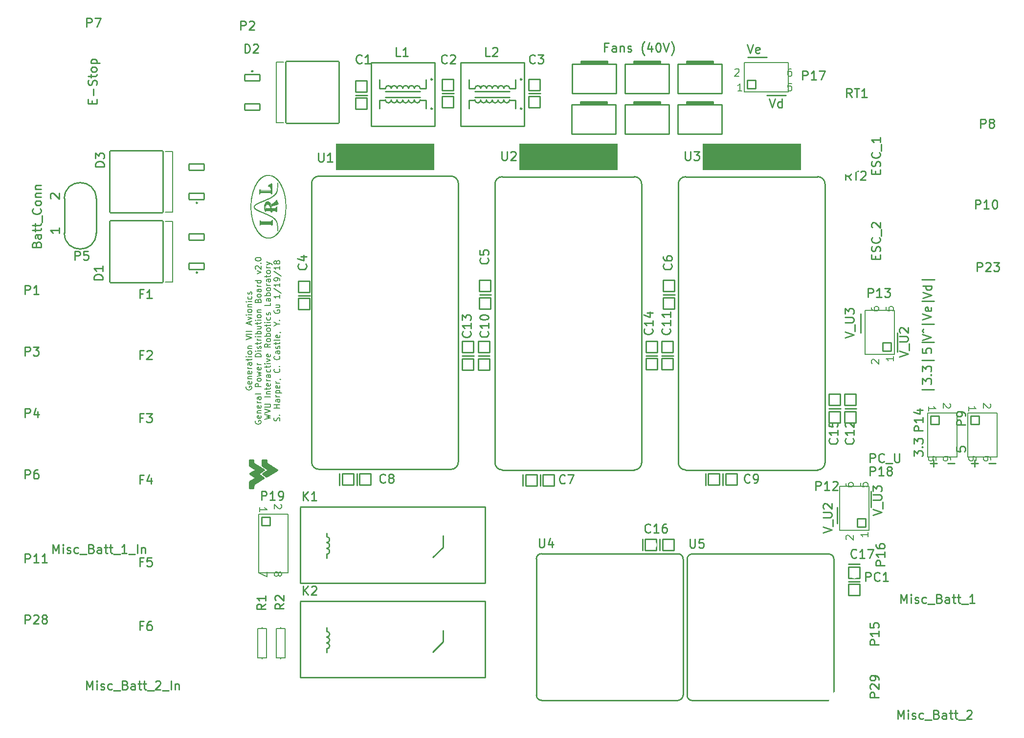
<source format=gto>
%TF.GenerationSoftware,KiCad,Pcbnew,7.0.2*%
%TF.CreationDate,2023-09-23T19:56:34-04:00*%
%TF.ProjectId,Power Distribution Board,506f7765-7220-4446-9973-747269627574,rev?*%
%TF.SameCoordinates,PX3c7dd70PY9e91430*%
%TF.FileFunction,Legend,Top*%
%TF.FilePolarity,Positive*%
%FSLAX46Y46*%
G04 Gerber Fmt 4.6, Leading zero omitted, Abs format (unit mm)*
G04 Created by KiCad (PCBNEW 7.0.2) date 2023-09-23 19:56:34*
%MOMM*%
%LPD*%
G01*
G04 APERTURE LIST*
G04 Aperture macros list*
%AMRoundRect*
0 Rectangle with rounded corners*
0 $1 Rounding radius*
0 $2 $3 $4 $5 $6 $7 $8 $9 X,Y pos of 4 corners*
0 Add a 4 corners polygon primitive as box body*
4,1,4,$2,$3,$4,$5,$6,$7,$8,$9,$2,$3,0*
0 Add four circle primitives for the rounded corners*
1,1,$1+$1,$2,$3*
1,1,$1+$1,$4,$5*
1,1,$1+$1,$6,$7*
1,1,$1+$1,$8,$9*
0 Add four rect primitives between the rounded corners*
20,1,$1+$1,$2,$3,$4,$5,0*
20,1,$1+$1,$4,$5,$6,$7,0*
20,1,$1+$1,$6,$7,$8,$9,0*
20,1,$1+$1,$8,$9,$2,$3,0*%
G04 Aperture macros list end*
%ADD10C,0.254000*%
%ADD11C,0.017780*%
%ADD12C,0.000000*%
%ADD13C,0.200000*%
%ADD14C,0.203200*%
%ADD15C,0.250000*%
%ADD16C,2.754000*%
%ADD17RoundRect,0.127000X-0.750000X-0.750000X0.750000X-0.750000X0.750000X0.750000X-0.750000X0.750000X0*%
%ADD18C,1.754000*%
%ADD19C,1.654000*%
%ADD20RoundRect,0.127000X1.000000X-1.000000X1.000000X1.000000X-1.000000X1.000000X-1.000000X-1.000000X0*%
%ADD21C,2.254000*%
%ADD22C,3.254000*%
%ADD23RoundRect,0.127000X1.350000X-0.550000X1.350000X0.550000X-1.350000X0.550000X-1.350000X-0.550000X0*%
%ADD24RoundRect,0.127000X4.600000X-5.350000X4.600000X5.350000X-4.600000X5.350000X-4.600000X-5.350000X0*%
%ADD25C,0.001000*%
%ADD26C,4.064000*%
%ADD27RoundRect,0.127000X0.750000X-0.750000X0.750000X0.750000X-0.750000X0.750000X-0.750000X-0.750000X0*%
%ADD28C,2.032000*%
%ADD29C,2.794000*%
%ADD30RoundRect,0.127000X-0.750000X0.750000X-0.750000X-0.750000X0.750000X-0.750000X0.750000X0.750000X0*%
%ADD31RoundRect,0.127000X-1.000000X-1.000000X1.000000X-1.000000X1.000000X1.000000X-1.000000X1.000000X0*%
%ADD32RoundRect,0.127000X-1.350000X0.550000X-1.350000X-0.550000X1.350000X-0.550000X1.350000X0.550000X0*%
%ADD33RoundRect,0.127000X-4.600000X5.350000X-4.600000X-5.350000X4.600000X-5.350000X4.600000X5.350000X0*%
%ADD34C,2.286000*%
%ADD35RoundRect,0.127000X1.000000X1.000000X-1.000000X1.000000X-1.000000X-1.000000X1.000000X-1.000000X0*%
%ADD36C,6.254000*%
%ADD37C,1.524000*%
G04 APERTURE END LIST*
D10*
X44075499Y43878206D02*
X44075499Y44183006D01*
D11*
X43422719Y90197001D02*
X43422719Y90214781D01*
X39706699Y88365661D02*
X39706699Y91014881D01*
D10*
X41764099Y43319406D02*
X41764099Y43471806D01*
D11*
X42302579Y95033161D02*
X42302579Y95139841D01*
X41306899Y87156621D02*
X41306899Y87192181D01*
X42427039Y92081681D02*
X42427039Y92401721D01*
X42498159Y84205141D02*
X42498159Y84311821D01*
D10*
X40138499Y42938406D02*
X40138499Y43852806D01*
D11*
X43316039Y84311821D02*
X43316039Y84418501D01*
X40346779Y89308001D02*
X40346779Y89450241D01*
X42853759Y93166261D02*
X42853759Y93326281D01*
X42587059Y92490621D02*
X42587059Y92526181D01*
X42587059Y84205141D02*
X42587059Y84294041D01*
X41271339Y90392581D02*
X41271339Y90481481D01*
X42711519Y88987961D02*
X42711519Y89308001D01*
X40986859Y94108601D02*
X40986859Y94268621D01*
X43067119Y87992281D02*
X43067119Y88098961D01*
X42124779Y89859181D02*
X42124779Y90232561D01*
X41662499Y87049941D02*
X41662499Y87085501D01*
D10*
X43288099Y43421006D02*
X43288099Y44691006D01*
D11*
X41555819Y87049941D02*
X41555819Y87085501D01*
X41431359Y86641001D02*
X41431359Y86961041D01*
X41822519Y92490621D02*
X41822519Y92526181D01*
X45378519Y91975001D02*
X45378519Y92348381D01*
X45271839Y92348381D02*
X45271839Y92668421D01*
X42249239Y87049941D02*
X42249239Y87085501D01*
X43707199Y89930301D02*
X43707199Y90232561D01*
X43867219Y89396901D02*
X43867219Y89432461D01*
X42053659Y84311821D02*
X42053659Y84418501D01*
X40542359Y90001421D02*
X40542359Y90125881D01*
D10*
X40341699Y44208406D02*
X40341699Y45097406D01*
X41281499Y42252606D02*
X41281499Y43167006D01*
D11*
X42658179Y95086501D02*
X42658179Y95193181D01*
X40560139Y90019201D02*
X40560139Y90125881D01*
X42978219Y89396901D02*
X42978219Y89432461D01*
X43333819Y89805841D02*
X43333819Y90019201D01*
X44045019Y94481981D02*
X44045019Y94624221D01*
X40311219Y86214281D02*
X40311219Y86463201D01*
X45165159Y86445421D02*
X45165159Y86712121D01*
X41538039Y88685701D02*
X41538039Y88774601D01*
X42569279Y88241201D02*
X42569279Y88347881D01*
X41466919Y86641001D02*
X41466919Y86961041D01*
X41893639Y87049941D02*
X41893639Y87085501D01*
X41644719Y84525181D02*
X41644719Y84649641D01*
X42729299Y87049941D02*
X42729299Y87085501D01*
X42942659Y88987961D02*
X42942659Y89290221D01*
X40293439Y86249841D02*
X40293439Y86498761D01*
X42231459Y89396901D02*
X42231459Y89432461D01*
X42338139Y89983641D02*
X42338139Y90001421D01*
X43067119Y88792381D02*
X43067119Y89894741D01*
D10*
X42881699Y43192406D02*
X42881699Y44945006D01*
D11*
X42409259Y86641001D02*
X42409259Y86961041D01*
X44418399Y85147481D02*
X44418399Y85307501D01*
X44187259Y94339741D02*
X44187259Y94499761D01*
X41964759Y89468021D02*
X41964759Y89805841D01*
X42018099Y86641001D02*
X42018099Y86961041D01*
X45147379Y86392081D02*
X45147379Y86658781D01*
X43369379Y89823621D02*
X43369379Y90036981D01*
X44649539Y93735221D02*
X44649539Y93930801D01*
X41715839Y86641001D02*
X41715839Y86961041D01*
D10*
X39732099Y40906406D02*
X39732099Y42227206D01*
D11*
X42693739Y86641001D02*
X42693739Y86961041D01*
X43120459Y88774601D02*
X43120459Y89468021D01*
X43173799Y87938941D02*
X43173799Y88045621D01*
X45431859Y87209961D02*
X45431859Y87618901D01*
X43316039Y91975001D02*
X43316039Y91992781D01*
D10*
X42348299Y42887606D02*
X42348299Y43852806D01*
D11*
X42693739Y84205141D02*
X42693739Y84294041D01*
X43956119Y89983641D02*
X43956119Y90445921D01*
X43724979Y89396901D02*
X43724979Y89432461D01*
X42533719Y88258981D02*
X42533719Y88365661D01*
X45431859Y91761641D02*
X45431859Y92170581D01*
X41235779Y92632861D02*
X41235779Y92686201D01*
X41751399Y84454061D02*
X41751399Y84578521D01*
X42782639Y89396901D02*
X42782639Y89432461D01*
X42515939Y92490621D02*
X42515939Y92526181D01*
X39848939Y87583341D02*
X39848939Y88116741D01*
D10*
X43364299Y43471806D02*
X43364299Y44640206D01*
D11*
X42853759Y91068221D02*
X42853759Y91174901D01*
X43191579Y86480981D02*
X43191579Y87103281D01*
X42160339Y94997601D02*
X42160339Y95104281D01*
X39973399Y91886101D02*
X39973399Y92259481D01*
X43493839Y91441601D02*
X43493839Y91548281D01*
X41324679Y86605441D02*
X41324679Y87014381D01*
X43760539Y94730901D02*
X43760539Y94837581D01*
X42711519Y90499261D02*
X42711519Y90534821D01*
X42444819Y89396901D02*
X42444819Y89432461D01*
X41733619Y92490621D02*
X41733619Y92526181D01*
D10*
X43440499Y43497206D02*
X43440499Y44589406D01*
X39503499Y43370206D02*
X39503499Y43446406D01*
X41002099Y42074806D02*
X41002099Y44691006D01*
D11*
X42871539Y90392581D02*
X42871539Y90445921D01*
X42871539Y92490621D02*
X42871539Y92526181D01*
D10*
X40849699Y41973206D02*
X40849699Y44792606D01*
D11*
X40862399Y88987961D02*
X40862399Y89094641D01*
X42587059Y89396901D02*
X42587059Y89432461D01*
D10*
X41637099Y44868806D02*
X41637099Y45834006D01*
D11*
X41964759Y94926481D02*
X41964759Y95033161D01*
X41680279Y86641001D02*
X41680279Y86961041D01*
X44827339Y93432961D02*
X44827339Y93646321D01*
D10*
X41281499Y43598806D02*
X41281499Y44538606D01*
D11*
X41591379Y88650141D02*
X41591379Y88756821D01*
X42284799Y89396901D02*
X42284799Y89432461D01*
X41644719Y92490621D02*
X41644719Y92526181D01*
X43013779Y91157121D02*
X43013779Y91263801D01*
D10*
X41078299Y42125606D02*
X41078299Y43319406D01*
D11*
X42355919Y95050941D02*
X42355919Y95157621D01*
X40631259Y93575201D02*
X40631259Y93770781D01*
X40489019Y85858681D02*
X40489019Y86072041D01*
X40720159Y93717441D02*
X40720159Y93913021D01*
X42391479Y88987961D02*
X42391479Y89308001D01*
X42498159Y89396901D02*
X42498159Y89432461D01*
X42533719Y92081681D02*
X42533719Y92401721D01*
X42320359Y92490621D02*
X42320359Y92526181D01*
X42871539Y84205141D02*
X42871539Y84311821D01*
X42462599Y90890421D02*
X42462599Y90997101D01*
X42089219Y90730401D02*
X42089219Y90837081D01*
X44987359Y86036481D02*
X44987359Y86285401D01*
D10*
X40214699Y44284606D02*
X40214699Y45199006D01*
D11*
X43244919Y89468021D02*
X43244919Y89628041D01*
X40346779Y89841401D02*
X40346779Y89965861D01*
X41769179Y86641001D02*
X41769179Y86961041D01*
X42889319Y88987961D02*
X42889319Y89290221D01*
D10*
X43110299Y43319406D02*
X43110299Y44792606D01*
D11*
X44507299Y85254161D02*
X44507299Y85431961D01*
X41698059Y92490621D02*
X41698059Y92526181D01*
D10*
X39554299Y40906406D02*
X39554299Y42125606D01*
D11*
X43209359Y89752501D02*
X43209359Y89965861D01*
X42622619Y90534821D02*
X42622619Y90552601D01*
X44702879Y93646321D02*
X44702879Y93841901D01*
X43049339Y95050941D02*
X43049339Y95139841D01*
X44062799Y89539141D02*
X44062799Y89592481D01*
D10*
X43567499Y43573406D02*
X43567499Y44513206D01*
D11*
X42071439Y87049941D02*
X42071439Y87085501D01*
X40613479Y85645321D02*
X40613479Y85840901D01*
X43049339Y92490621D02*
X43049339Y92526181D01*
X43653859Y84471841D02*
X43653859Y84596301D01*
X41093539Y94233061D02*
X41093539Y94393081D01*
D10*
X43389699Y43471806D02*
X43389699Y44614806D01*
D11*
X40435679Y89930301D02*
X40435679Y90036981D01*
X42035879Y88472341D02*
X42035879Y88579021D01*
X40666819Y89094641D02*
X40666819Y89201321D01*
X42355919Y84222921D02*
X42355919Y84329601D01*
X43991679Y87192181D02*
X43991679Y87369981D01*
X43796099Y94695341D02*
X43796099Y94819801D01*
X41413579Y92490621D02*
X41413579Y92526181D01*
X41591379Y94695341D02*
X41591379Y94819801D01*
X41217999Y94375301D02*
X41217999Y94517541D01*
X41217999Y88827941D02*
X41217999Y88916841D01*
X43422719Y87778921D02*
X43422719Y87885601D01*
D10*
X42348299Y44310006D02*
X42348299Y45834006D01*
D11*
X43280479Y91299361D02*
X43280479Y91406041D01*
X42924879Y89734721D02*
X42924879Y90143661D01*
X40773499Y90143661D02*
X40773499Y90250341D01*
X44169479Y84880781D02*
X44169479Y85023021D01*
D10*
X41713299Y43852806D02*
X41713299Y44259206D01*
X44024699Y43852806D02*
X44024699Y44208406D01*
D11*
X42267019Y84258481D02*
X42267019Y84347381D01*
X44009459Y88845721D02*
X44009459Y89432461D01*
X42480379Y90090321D02*
X42480379Y90428141D01*
D10*
X39528899Y40906406D02*
X39528899Y42100206D01*
D11*
X42427039Y87049941D02*
X42427039Y87085501D01*
X41946979Y86641001D02*
X41946979Y86961041D01*
X39671139Y88667921D02*
X39671139Y90712621D01*
X42853759Y88098961D02*
X42853759Y88205641D01*
X42640399Y86641001D02*
X42640399Y86961041D01*
X42427039Y90872641D02*
X42427039Y90979321D01*
X43440499Y84365161D02*
X43440499Y84471841D01*
X43582739Y84436281D02*
X43582739Y84542961D01*
X42729299Y93219601D02*
X42729299Y93272941D01*
X43973899Y89468021D02*
X43973899Y89503581D01*
X43013779Y95050941D02*
X43013779Y95157621D01*
X41751399Y88596801D02*
X41751399Y88685701D01*
X42995999Y87049941D02*
X42995999Y87085501D01*
X43138239Y84258481D02*
X43138239Y84365161D01*
X44133919Y90019201D02*
X44133919Y90428141D01*
X45414079Y91832761D02*
X45414079Y92241701D01*
X43369379Y88774601D02*
X43369379Y88810161D01*
X41946979Y87049941D02*
X41946979Y87085501D01*
X43938339Y84667421D02*
X43938339Y84809661D01*
D10*
X42957899Y43217806D02*
X42957899Y44894206D01*
D11*
X40649039Y89094641D02*
X40649039Y89201321D01*
D10*
X43059499Y43268606D02*
X43059499Y44843406D01*
D11*
X40684599Y89076861D02*
X40684599Y89183541D01*
X44169479Y90036981D02*
X44169479Y90357021D01*
X43244919Y84294041D02*
X43244919Y84400721D01*
X42444819Y90890421D02*
X42444819Y90979321D01*
X42124779Y88436781D02*
X42124779Y88525681D01*
X44027239Y88827941D02*
X44027239Y89450241D01*
X42053659Y86641001D02*
X42053659Y86961041D01*
X41751399Y92081681D02*
X41751399Y92401721D01*
X41022419Y85076361D02*
X41022419Y85236381D01*
X44187259Y90570381D02*
X44187259Y90659281D01*
X41893639Y90641501D02*
X41893639Y90748181D01*
D10*
X40290899Y44233806D02*
X40290899Y45148206D01*
X43669099Y43649606D02*
X43669099Y44437006D01*
X42449899Y42913006D02*
X42449899Y43903606D01*
D11*
X44276159Y92650641D02*
X44276159Y93770781D01*
X42355919Y92081681D02*
X42355919Y92401721D01*
X42178119Y90765961D02*
X42178119Y90872641D01*
X40168979Y92543961D02*
X40168979Y92846221D01*
X42551499Y84205141D02*
X42551499Y84311821D01*
D10*
X41637099Y42481206D02*
X41637099Y42913006D01*
D11*
X41164659Y86445421D02*
X41164659Y87174401D01*
X40453459Y89219101D02*
X40453459Y89343561D01*
D10*
X42805499Y43141606D02*
X42805499Y44995806D01*
D11*
X43084899Y92899561D02*
X43084899Y93450741D01*
X42871539Y91086001D02*
X42871539Y91174901D01*
X44240599Y92455061D02*
X44240599Y93753001D01*
D10*
X41535499Y42405006D02*
X41535499Y42989206D01*
D11*
X41680279Y94766461D02*
X41680279Y94890921D01*
X44276159Y85503081D02*
X44276159Y86641001D01*
X42889319Y90374801D02*
X42889319Y90428141D01*
X41324679Y84774101D02*
X41324679Y84898561D01*
X40844619Y93913021D02*
X40844619Y94090821D01*
X43476059Y87743361D02*
X43476059Y87850041D01*
X42498159Y87049941D02*
X42498159Y87085501D01*
X40168979Y86552101D02*
X40168979Y86836581D01*
D10*
X40265499Y41592206D02*
X40265499Y42557406D01*
D11*
X40666819Y90090321D02*
X40666819Y90197001D01*
X41626939Y92490621D02*
X41626939Y92526181D01*
X43173799Y90072541D02*
X43173799Y90108101D01*
X43564959Y88987961D02*
X43564959Y89308001D01*
X43867219Y84614081D02*
X43867219Y84738541D01*
X41715839Y87049941D02*
X41715839Y87085501D01*
X40755719Y89041301D02*
X40755719Y89147981D01*
X43493839Y89396901D02*
X43493839Y89432461D01*
X42871539Y93166261D02*
X42871539Y93344061D01*
X41502479Y88703481D02*
X41502479Y88792381D01*
X42889319Y93468521D02*
X42889319Y93504081D01*
X43813879Y84578521D02*
X43813879Y84702981D01*
X42160339Y84276261D02*
X42160339Y84382941D01*
D10*
X42703899Y43065406D02*
X42703899Y45072006D01*
D11*
X44951799Y93184041D02*
X44951799Y93415181D01*
X41715839Y92490621D02*
X41715839Y92526181D01*
X41164659Y84916341D02*
X41164659Y85058581D01*
X40328999Y92970681D02*
X40328999Y93219601D01*
X41964759Y90677061D02*
X41964759Y90783741D01*
X42889319Y89823621D02*
X42889319Y90197001D01*
X44791779Y93504081D02*
X44791779Y93699661D01*
X42462599Y90534821D02*
X42462599Y90552601D01*
X41751399Y92490621D02*
X41751399Y92526181D01*
X41271339Y86552101D02*
X41271339Y87067721D01*
X40364559Y89859181D02*
X40364559Y89983641D01*
X44009459Y94517541D02*
X44009459Y94659781D01*
X44436179Y94055261D02*
X44436179Y94215281D01*
X43156019Y87121061D02*
X43156019Y87156621D01*
X39973399Y87121061D02*
X39973399Y87512221D01*
X42338139Y88987961D02*
X42338139Y89308001D01*
X42355919Y88987961D02*
X42355919Y89308001D01*
X42942659Y90303681D02*
X42942659Y90374801D01*
X45005139Y86072041D02*
X45005139Y86320961D01*
X42978219Y95068721D02*
X42978219Y95157621D01*
X43831659Y87423321D02*
X43831659Y87565561D01*
X42267019Y90463701D02*
X42267019Y90499261D01*
X41609159Y87049941D02*
X41609159Y87085501D01*
D10*
X40925899Y42024006D02*
X40925899Y44741806D01*
D11*
X41982539Y94926481D02*
X41982539Y95033161D01*
X43138239Y89734721D02*
X43138239Y89930301D01*
X42551499Y95086501D02*
X42551499Y95175401D01*
D10*
X41662499Y43827406D02*
X41662499Y44284606D01*
D11*
X41342459Y94499761D02*
X41342459Y94642001D01*
X42622619Y90961541D02*
X42622619Y91068221D01*
X42142559Y89894741D02*
X42142559Y90268121D01*
X42089219Y89770281D02*
X42089219Y90179221D01*
X42338139Y90837081D02*
X42338139Y90943761D01*
X42355919Y90072541D02*
X42355919Y90410361D01*
X41253559Y91992781D02*
X41253559Y92508401D01*
X43404939Y94926481D02*
X43404939Y95033161D01*
D10*
X44177099Y43954406D02*
X44177099Y44106806D01*
D11*
X43938339Y94588661D02*
X43938339Y94713121D01*
X44133919Y89610261D02*
X44133919Y89645821D01*
X43511619Y87707801D02*
X43511619Y87832261D01*
X42462599Y89396901D02*
X42462599Y89432461D01*
X41644719Y94748681D02*
X41644719Y94855361D01*
X43244919Y91281581D02*
X43244919Y91388261D01*
X41964759Y92081681D02*
X41964759Y92401721D01*
X43867219Y91743861D02*
X43867219Y91903881D01*
X42800419Y90445921D02*
X42800419Y90499261D01*
X44169479Y90623721D02*
X44169479Y90712621D01*
X44240599Y90445921D02*
X44240599Y90517041D01*
X42604839Y84205141D02*
X42604839Y84294041D01*
X43653859Y94784241D02*
X43653859Y94908701D01*
D10*
X40113099Y40906406D02*
X40113099Y42455806D01*
X41408499Y42328806D02*
X41408499Y43065406D01*
D11*
X42267019Y95033161D02*
X42267019Y95139841D01*
X42284799Y88987961D02*
X42284799Y89308001D01*
X45236279Y86623221D02*
X45236279Y86925481D01*
X44276159Y84987461D02*
X44276159Y85129701D01*
D10*
X145269099Y67806901D02*
X145269099Y71108901D01*
D11*
X41715839Y94784241D02*
X41715839Y94908701D01*
D10*
X43973899Y43827406D02*
X43973899Y44259206D01*
D11*
X45289619Y92295041D02*
X45289619Y92615081D01*
X44382839Y85111921D02*
X44382839Y85271941D01*
X40257879Y89396901D02*
X40257879Y89610261D01*
D10*
X41840299Y44640206D02*
X41840299Y45834006D01*
D11*
X42409259Y90534821D02*
X42409259Y90552601D01*
X42907099Y86641001D02*
X42907099Y86961041D01*
X43191579Y89699161D02*
X43191579Y89948081D01*
X42284799Y84240701D02*
X42284799Y84347381D01*
X41235779Y90374801D02*
X41235779Y90463701D01*
X43600519Y91512721D02*
X43600519Y91637181D01*
X43227139Y90090321D02*
X43227139Y90125881D01*
X43013779Y90197001D02*
X43013779Y90268121D01*
X43564959Y89396901D02*
X43564959Y89432461D01*
X42142559Y92081681D02*
X42142559Y92401721D01*
X43831659Y94677561D02*
X43831659Y94802021D01*
X42231459Y90001421D02*
X42231459Y90357021D01*
X42693739Y92490621D02*
X42693739Y92526181D01*
X43458279Y94908701D02*
X43458279Y95015381D01*
X40684599Y93664101D02*
X40684599Y93859681D01*
D10*
X39579699Y40906406D02*
X39579699Y42125606D01*
D11*
X40613479Y93539641D02*
X40613479Y93753001D01*
D10*
X41129099Y43471806D02*
X41129099Y44614806D01*
D11*
X43440499Y89396901D02*
X43440499Y89432461D01*
X42409259Y88987961D02*
X42409259Y89308001D01*
D10*
X40417899Y42760606D02*
X40417899Y44005206D01*
D11*
X40720159Y90125881D02*
X40720159Y90232561D01*
X43636079Y91548281D02*
X43636079Y91672741D01*
D10*
X41230699Y43548006D02*
X41230699Y44564006D01*
D11*
X44187259Y86587661D02*
X44187259Y86996601D01*
X43973899Y88881281D02*
X43973899Y89396901D01*
X43991679Y91903881D02*
X43991679Y92081681D01*
X41858079Y88543461D02*
X41858079Y88650141D01*
X44027239Y90001421D02*
X44027239Y90517041D01*
X42569279Y90534821D02*
X42569279Y90570381D01*
X41022419Y94161941D02*
X41022419Y94304181D01*
X42391479Y88330101D02*
X42391479Y88419001D01*
X44436179Y85165261D02*
X44436179Y85325281D01*
X43156019Y84258481D02*
X43156019Y84365161D01*
X41075759Y94215281D02*
X41075759Y94375301D01*
D10*
X39986099Y43065406D02*
X39986099Y43751206D01*
D11*
X45449639Y87281081D02*
X45449639Y87707801D01*
X39760039Y88027841D02*
X39760039Y88792381D01*
X41804739Y94837581D02*
X41804739Y94962041D01*
X41413579Y88739041D02*
X41413579Y88827941D01*
X42338139Y86641001D02*
X42338139Y86961041D01*
X42533719Y84205141D02*
X42533719Y84311821D01*
X43280479Y88987961D02*
X43280479Y89290221D01*
D10*
X42627699Y44106806D02*
X42627699Y45097406D01*
D11*
X42498159Y86641001D02*
X42498159Y86961041D01*
X44062799Y92010561D02*
X44062799Y92223921D01*
X43227139Y88987961D02*
X43227139Y89308001D01*
X42960439Y84222921D02*
X42960439Y84329601D01*
X41146879Y94304181D02*
X41146879Y94446421D01*
D10*
X40595699Y41820806D02*
X40595699Y44945006D01*
D11*
X42747079Y93219601D02*
X42747079Y93290721D01*
X43920559Y84649641D02*
X43920559Y84791881D01*
X44098359Y94446421D02*
X44098359Y94570881D01*
D10*
X43923099Y43802006D02*
X43923099Y44284606D01*
D11*
X44080579Y84791881D02*
X44080579Y84934121D01*
X41129099Y84951901D02*
X41129099Y85111921D01*
X41466919Y94606441D02*
X41466919Y94730901D01*
X42978219Y88045621D02*
X42978219Y88152301D01*
X44222819Y84934121D02*
X44222819Y85076361D01*
X43244919Y93664101D02*
X43244919Y93699661D01*
X44080579Y87014381D02*
X44080579Y87227741D01*
X41484699Y92081681D02*
X41484699Y92401721D01*
X43849439Y84596301D02*
X43849439Y84720761D01*
D10*
X39503499Y40906406D02*
X39503499Y42074806D01*
D11*
X41324679Y88774601D02*
X41324679Y88863501D01*
X42924879Y88987961D02*
X42924879Y89308001D01*
X42924879Y95068721D02*
X42924879Y95175401D01*
D10*
X42551499Y44183006D02*
X42551499Y45173606D01*
D11*
X42124779Y90748181D02*
X42124779Y90854861D01*
X44222819Y94304181D02*
X44222819Y94464201D01*
X40595699Y89130201D02*
X40595699Y89236881D01*
X42018099Y92490621D02*
X42018099Y92526181D01*
X43369379Y84329601D02*
X43369379Y84436281D01*
X43351599Y90161441D02*
X43351599Y90179221D01*
X41875859Y84400721D02*
X41875859Y84507401D01*
X40702379Y85503081D02*
X40702379Y85680881D01*
X40791279Y93841901D02*
X40791279Y94019701D01*
X43707199Y88987961D02*
X43707199Y89308001D01*
X41662499Y88632361D02*
X41662499Y88721261D01*
X42640399Y87049941D02*
X42640399Y87085501D01*
D10*
X43008699Y43243206D02*
X43008699Y44868806D01*
D11*
X41253559Y87209961D02*
X41253559Y87245521D01*
X43049339Y91174901D02*
X43049339Y91281581D01*
X40435679Y85965361D02*
X40435679Y86178721D01*
X43956119Y87245521D02*
X43956119Y87423321D01*
X42800419Y95086501D02*
X42800419Y95175401D01*
X43156019Y91228241D02*
X43156019Y91334921D01*
X43173799Y89734721D02*
X43173799Y89948081D01*
X40933519Y90232561D02*
X40933519Y90339241D01*
X42693739Y93237381D02*
X42693739Y93272941D01*
X42960439Y86641001D02*
X42960439Y86961041D01*
D10*
X43745299Y43675006D02*
X43745299Y44386206D01*
D11*
X41733619Y88596801D02*
X41733619Y88703481D01*
X44293939Y90054761D02*
X44293939Y90125881D01*
X42995999Y90232561D02*
X42995999Y90303681D01*
X42213679Y89983641D02*
X42213679Y90339241D01*
X41520259Y87049941D02*
X41520259Y87085501D01*
D10*
X40443299Y42735206D02*
X40443299Y44030606D01*
D11*
X41200219Y86463201D02*
X41200219Y87138841D01*
X43138239Y95033161D02*
X43138239Y95122061D01*
X41253559Y86534321D02*
X41253559Y87085501D01*
X43351599Y87832261D02*
X43351599Y87938941D01*
X40008959Y92010561D02*
X40008959Y92383941D01*
X43067119Y90090321D02*
X43067119Y90179221D01*
X41555819Y84578521D02*
X41555819Y84702981D01*
X41680279Y92490621D02*
X41680279Y92526181D01*
D10*
X41941899Y44564006D02*
X41941899Y45834006D01*
D11*
X40097859Y86747681D02*
X40097859Y87049941D01*
X40186759Y92597301D02*
X40186759Y92881781D01*
X43227139Y93664101D02*
X43227139Y93699661D01*
X40204539Y92650641D02*
X40204539Y92935121D01*
D10*
X41992699Y43141606D02*
X41992699Y43598806D01*
D11*
X42604839Y86641001D02*
X42604839Y86961041D01*
X42658179Y90979321D02*
X42658179Y91086001D01*
X40631259Y89112421D02*
X40631259Y89219101D01*
X43956119Y90588161D02*
X43956119Y90641501D01*
X41858079Y94873141D02*
X41858079Y94979821D01*
X40809059Y85343061D02*
X40809059Y85520861D01*
D10*
X41967299Y43167006D02*
X41967299Y43598806D01*
D11*
X40542359Y93415181D02*
X40542359Y93628541D01*
X40506799Y89183541D02*
X40506799Y89290221D01*
X44045019Y88792381D02*
X44045019Y89468021D01*
X41413579Y92081681D02*
X41413579Y92401721D01*
D10*
X43135699Y43319406D02*
X43135699Y44792606D01*
X43338899Y43446406D02*
X43338899Y44665606D01*
X41637099Y43802006D02*
X41637099Y44310006D01*
D11*
X42320359Y90499261D02*
X42320359Y90517041D01*
X44934019Y85947581D02*
X44934019Y86160941D01*
X42284799Y90036981D02*
X42284799Y90392581D01*
X40826839Y85325281D02*
X40826839Y85485301D01*
D10*
X43618299Y43598806D02*
X43618299Y44487806D01*
D11*
X41555819Y94677561D02*
X41555819Y94802021D01*
X40826839Y89005741D02*
X40826839Y89112421D01*
X43547179Y94855361D02*
X43547179Y94962041D01*
X43138239Y90054761D02*
X43138239Y90090321D01*
X42284799Y87049941D02*
X42284799Y87085501D01*
X43938339Y91832761D02*
X43938339Y92010561D01*
X40275659Y92828441D02*
X40275659Y93095141D01*
X44027239Y89503581D02*
X44027239Y89556921D01*
X42658179Y86641001D02*
X42658179Y86961041D01*
X42195899Y95015381D02*
X42195899Y95122061D01*
X42444819Y88987961D02*
X42444819Y89308001D01*
D10*
X39528899Y43344806D02*
X39528899Y43471806D01*
D11*
X42427039Y90534821D02*
X42427039Y90552601D01*
X43600519Y88987961D02*
X43600519Y89290221D01*
X42871539Y86641001D02*
X42871539Y86961041D01*
X42462599Y88987961D02*
X42462599Y89308001D01*
X43760539Y84542961D02*
X43760539Y84667421D01*
X41484699Y87049941D02*
X41484699Y87085501D01*
X43796099Y88987961D02*
X43796099Y89308001D01*
D10*
X39960699Y44462406D02*
X39960699Y45834006D01*
D11*
X44756219Y85627541D02*
X44756219Y85823121D01*
X41378019Y92490621D02*
X41378019Y92543961D01*
X44133919Y92135021D02*
X44133919Y92419501D01*
X40862399Y90197001D02*
X40862399Y90303681D01*
X44293939Y85503081D02*
X44293939Y86498761D01*
D10*
X39986099Y40906406D02*
X39986099Y42379606D01*
X43643699Y43624206D02*
X43643699Y44462406D01*
D11*
X42284799Y92490621D02*
X42284799Y92526181D01*
D10*
X41865699Y42608206D02*
X41865699Y42735206D01*
D11*
X42391479Y90072541D02*
X42391479Y90428141D01*
X42853759Y90410361D02*
X42853759Y90463701D01*
X42747079Y88152301D02*
X42747079Y88258981D01*
X41289119Y94446421D02*
X41289119Y94588661D01*
X42622619Y88223421D02*
X42622619Y88330101D01*
X42106999Y90730401D02*
X42106999Y90837081D01*
X44311719Y90303681D02*
X44311719Y90374801D01*
D10*
X41179899Y42176406D02*
X41179899Y43243206D01*
D11*
X44222819Y90481481D02*
X44222819Y90570381D01*
X42978219Y90268121D02*
X42978219Y90321461D01*
X43547179Y87690021D02*
X43547179Y87796701D01*
X41858079Y84400721D02*
X41858079Y84507401D01*
X43173799Y91246021D02*
X43173799Y91352701D01*
X41271339Y92597301D02*
X41271339Y92650641D01*
X41520259Y92490621D02*
X41520259Y92526181D01*
X41982539Y89361341D02*
X41982539Y89912521D01*
X42711519Y95086501D02*
X42711519Y95193181D01*
X42978219Y92490621D02*
X42978219Y92526181D01*
X43067119Y86641001D02*
X43067119Y86961041D01*
X42267019Y88987961D02*
X42267019Y89290221D01*
X43458279Y88987961D02*
X43458279Y89308001D01*
X40471239Y89201321D02*
X40471239Y89325781D01*
X41217999Y90374801D02*
X41217999Y90463701D01*
D10*
X39833699Y40906406D02*
X39833699Y42278006D01*
D11*
X45040699Y92970681D02*
X45040699Y93237381D01*
X42960439Y88987961D02*
X42960439Y89308001D01*
D10*
X40163899Y44310006D02*
X40163899Y45326006D01*
X42653099Y43040006D02*
X42653099Y44030606D01*
D11*
X42391479Y87049941D02*
X42391479Y87085501D01*
X44169479Y94357521D02*
X44169479Y94517541D01*
D10*
X39503499Y44741806D02*
X39503499Y45834006D01*
D11*
X44631759Y85431961D02*
X44631759Y85609761D01*
X43813879Y94677561D02*
X43813879Y94802021D01*
X40506799Y89983641D02*
X40506799Y90090321D01*
X41733619Y92081681D02*
X41733619Y92401721D01*
X42818199Y89396901D02*
X42818199Y89432461D01*
X42035879Y84329601D02*
X42035879Y84436281D01*
D10*
X40189299Y44310006D02*
X40189299Y45249806D01*
D11*
X43689419Y89930301D02*
X43689419Y90232561D01*
X42747079Y92490621D02*
X42747079Y92526181D01*
X42142559Y84294041D02*
X42142559Y84400721D01*
D10*
X42576899Y44157606D02*
X42576899Y45148206D01*
D11*
X41609159Y90534821D02*
X41609159Y90623721D01*
D10*
X41814899Y43929006D02*
X41814899Y44183006D01*
D11*
X44365059Y85094141D02*
X44365059Y85236381D01*
D10*
X40036899Y40906406D02*
X40036899Y42405006D01*
D11*
X43067119Y92046121D02*
X43067119Y92401721D01*
X40560139Y85734221D02*
X40560139Y85947581D01*
X41804739Y84436281D02*
X41804739Y84542961D01*
X44116139Y90783741D02*
X44116139Y90837081D01*
X45289619Y86765461D02*
X45289619Y87085501D01*
X42818199Y87049941D02*
X42818199Y87085501D01*
X42178119Y88419001D02*
X42178119Y88507901D01*
D10*
X41840299Y42608206D02*
X41840299Y42760606D01*
D11*
X41698059Y84489621D02*
X41698059Y84614081D01*
X42106999Y94979821D02*
X42106999Y95086501D01*
X42373699Y87049941D02*
X42373699Y87085501D01*
X39920059Y87298861D02*
X39920059Y87743361D01*
X42338139Y95050941D02*
X42338139Y95157621D01*
X43316039Y90143661D02*
X43316039Y90161441D01*
X44311719Y85023021D02*
X44311719Y85183041D01*
X43316039Y87263301D02*
X43316039Y87316641D01*
X41573599Y84578521D02*
X41573599Y84702981D01*
X44240599Y94286401D02*
X44240599Y94428641D01*
X43938339Y90570381D02*
X43938339Y90623721D01*
X44027239Y91957221D02*
X44027239Y92152801D01*
D10*
X41789499Y43903606D02*
X41789499Y44208406D01*
X129013099Y108954901D02*
X132315099Y108954901D01*
D11*
X43227139Y89574701D02*
X43227139Y89681381D01*
X42835979Y93450741D02*
X42835979Y93486301D01*
X43920559Y91814981D02*
X43920559Y91975001D01*
D10*
X40214699Y42887606D02*
X40214699Y43878206D01*
D11*
X43991679Y84720761D02*
X43991679Y84845221D01*
X42018099Y89183541D02*
X42018099Y90036981D01*
D10*
X39732099Y43217806D02*
X39732099Y43598806D01*
D11*
X42018099Y94944261D02*
X42018099Y95050941D01*
D10*
X44151699Y43929006D02*
X44151699Y44132206D01*
D11*
X42267019Y86641001D02*
X42267019Y86961041D01*
X43031559Y95050941D02*
X43031559Y95157621D01*
X39742259Y90374801D02*
X39742259Y91263801D01*
X42427039Y88312321D02*
X42427039Y88401221D01*
X42267019Y89396901D02*
X42267019Y89432461D01*
X43582739Y88987961D02*
X43582739Y89290221D01*
X43671639Y90339241D02*
X43671639Y90374801D01*
X42569279Y95086501D02*
X42569279Y95175401D01*
X43244919Y89770281D02*
X43244919Y89983641D01*
X43227139Y91263801D02*
X43227139Y91370481D01*
X41786959Y84436281D02*
X41786959Y84560741D01*
X42462599Y95068721D02*
X42462599Y95175401D01*
X43191579Y88739041D02*
X43191579Y89290221D01*
X44080579Y92046121D02*
X44080579Y92277261D01*
D10*
X42119699Y44437006D02*
X42119699Y45834006D01*
D11*
X42178119Y95015381D02*
X42178119Y95104281D01*
D10*
X40494099Y41770006D02*
X40494099Y44056006D01*
D11*
X43511619Y89396901D02*
X43511619Y89432461D01*
X42284799Y89912521D02*
X42284799Y89948081D01*
X41057979Y88899061D02*
X41057979Y88987961D01*
X42960439Y87049941D02*
X42960439Y87085501D01*
X44009459Y90001421D02*
X44009459Y90499261D01*
X41929199Y88525681D02*
X41929199Y88614581D01*
X43724979Y84525181D02*
X43724979Y84631861D01*
X43671639Y94784241D02*
X43671639Y94890921D01*
D10*
X39884499Y43116206D02*
X39884499Y43700406D01*
D11*
X42302579Y90499261D02*
X42302579Y90517041D01*
D10*
X39960699Y43065406D02*
X39960699Y43725806D01*
D11*
X43120459Y89716941D02*
X43120459Y89930301D01*
X42551499Y90925981D02*
X42551499Y91032661D01*
D10*
X40011499Y40906406D02*
X40011499Y42379606D01*
D11*
X40417899Y85983141D02*
X40417899Y86214281D01*
X42231459Y88952401D02*
X42231459Y89290221D01*
X42942659Y93112921D02*
X42942659Y93361841D01*
X42018099Y90694841D02*
X42018099Y90801521D01*
X42711519Y93219601D02*
X42711519Y93272941D01*
X42569279Y87049941D02*
X42569279Y87085501D01*
X41698059Y86641001D02*
X41698059Y86961041D01*
X41342459Y86623221D02*
X41342459Y86996601D01*
X44880679Y85840901D02*
X44880679Y86054261D01*
D10*
X39909899Y43116206D02*
X39909899Y43700406D01*
D11*
X43653859Y91566061D02*
X43653859Y91690521D01*
X41342459Y92526181D02*
X41342459Y92579521D01*
X44187259Y90036981D02*
X44187259Y90303681D01*
X42249239Y88383441D02*
X42249239Y88490121D01*
X43102679Y92490621D02*
X43102679Y92526181D01*
X42640399Y89396901D02*
X42640399Y89432461D01*
X41502479Y92490621D02*
X41502479Y92526181D01*
X41698059Y90570381D02*
X41698059Y90659281D01*
X41449139Y84667421D02*
X41449139Y84791881D01*
X41609159Y86641001D02*
X41609159Y86961041D01*
X43956119Y88899061D02*
X43956119Y89379121D01*
X43867219Y94642001D02*
X43867219Y94766461D01*
X44400619Y90143661D02*
X44400619Y90214781D01*
X43973899Y91886101D02*
X43973899Y92063901D01*
D10*
X41891099Y42633606D02*
X41891099Y42709806D01*
D11*
X43209359Y88739041D02*
X43209359Y88863501D01*
X43369379Y86516541D02*
X43369379Y87352201D01*
X42800419Y87049941D02*
X42800419Y87085501D01*
D10*
X39782899Y43192406D02*
X39782899Y43624206D01*
D11*
X42391479Y90517041D02*
X42391479Y90552601D01*
X42089219Y94979821D02*
X42089219Y95086501D01*
D10*
X43948499Y43802006D02*
X43948499Y44259206D01*
D11*
X41004639Y88916841D02*
X41004639Y89023521D01*
X44845119Y85769781D02*
X44845119Y85983141D01*
D10*
X40240099Y42887606D02*
X40240099Y43903606D01*
D11*
X42018099Y87049941D02*
X42018099Y87085501D01*
D10*
X41484699Y43725806D02*
X41484699Y44386206D01*
D11*
X44720659Y85574201D02*
X44720659Y85769781D01*
X43867219Y87369981D02*
X43867219Y87530001D01*
X42142559Y88881281D02*
X42142559Y89290221D01*
X43244919Y94997601D02*
X43244919Y95104281D01*
D10*
X40316299Y42836806D02*
X40316299Y43954406D01*
D11*
X42782639Y92081681D02*
X42782639Y92401721D01*
X42249239Y90463701D02*
X42249239Y90481481D01*
X43600519Y87636681D02*
X43600519Y87761141D01*
X42515939Y95068721D02*
X42515939Y95175401D01*
X44489519Y85236381D02*
X44489519Y85414181D01*
X40293439Y89361341D02*
X40293439Y89521361D01*
X43636079Y84471841D02*
X43636079Y84578521D01*
X42978219Y88987961D02*
X42978219Y89308001D01*
X42231459Y86641001D02*
X42231459Y86961041D01*
X43547179Y88987961D02*
X43547179Y89308001D01*
X42871539Y89396901D02*
X42871539Y89432461D01*
X40382339Y89272441D02*
X40382339Y89396901D01*
X40826839Y93895241D02*
X40826839Y94073041D01*
X44382839Y90179221D02*
X44382839Y90232561D01*
X43813879Y87441101D02*
X43813879Y87583341D01*
D10*
X40341699Y42811406D02*
X40341699Y43954406D01*
D11*
X42373699Y89396901D02*
X42373699Y89432461D01*
X41449139Y86641001D02*
X41449139Y86961041D01*
X41217999Y84863001D02*
X41217999Y85005241D01*
D10*
X40189299Y41465206D02*
X40189299Y42506606D01*
X43415099Y43497206D02*
X43415099Y44614806D01*
D11*
X43351599Y88987961D02*
X43351599Y89308001D01*
X42409259Y90090321D02*
X42409259Y90428141D01*
X42515939Y86641001D02*
X42515939Y86961041D01*
X42675959Y92081681D02*
X42675959Y92401721D01*
X42106999Y88952401D02*
X42106999Y89343561D01*
X43173799Y84258481D02*
X43173799Y84365161D01*
X42924879Y88081181D02*
X42924879Y88170081D01*
X43653859Y89396901D02*
X43653859Y89432461D01*
X42924879Y87049941D02*
X42924879Y87085501D01*
X42284799Y86641001D02*
X42284799Y86961041D01*
X42569279Y90943761D02*
X42569279Y91032661D01*
X43280479Y89788061D02*
X43280479Y90001421D01*
D10*
X40392499Y44183006D02*
X40392499Y45072006D01*
D11*
X42515939Y88276761D02*
X42515939Y88365661D01*
X40044519Y92152801D02*
X40044519Y92490621D01*
X44098359Y89574701D02*
X44098359Y89610261D01*
D10*
X40798899Y41947806D02*
X40798899Y44818006D01*
D11*
X42658179Y92081681D02*
X42658179Y92401721D01*
D10*
X41687899Y43370206D02*
X41687899Y43421006D01*
D11*
X43333819Y87263301D02*
X43333819Y87316641D01*
X44240599Y84951901D02*
X44240599Y85094141D01*
D10*
X43516699Y43548006D02*
X43516699Y44538606D01*
D11*
X44791779Y85680881D02*
X44791779Y85894241D01*
X43333819Y91921661D02*
X43333819Y93646321D01*
X41929199Y92081681D02*
X41929199Y92401721D01*
X44738439Y93592981D02*
X44738439Y93788561D01*
X42551499Y92081681D02*
X42551499Y92401721D01*
X40755719Y90143661D02*
X40755719Y90250341D01*
X42480379Y92081681D02*
X42480379Y92401721D01*
X43849439Y89396901D02*
X43849439Y89432461D01*
X42355919Y90517041D02*
X42355919Y90534821D01*
X44969579Y86000921D02*
X44969579Y86232061D01*
X39866719Y91370481D02*
X39866719Y91868321D01*
X41786959Y87049941D02*
X41786959Y87085501D01*
X44151699Y92188361D02*
X44151699Y92508401D01*
X42391479Y90854861D02*
X42391479Y90961541D01*
X41555819Y88667921D02*
X41555819Y88774601D01*
D10*
X41586299Y43776606D02*
X41586299Y44335406D01*
D11*
X43209359Y88987961D02*
X43209359Y89290221D01*
X42871539Y87049941D02*
X42871539Y87085501D01*
X41413579Y84685201D02*
X41413579Y84827441D01*
X41644719Y92081681D02*
X41644719Y92401721D01*
X42355919Y88330101D02*
X42355919Y88436781D01*
X41057979Y85040801D02*
X41057979Y85183041D01*
X41893639Y84382941D02*
X41893639Y84489621D01*
D10*
X43694499Y43649606D02*
X43694499Y44437006D01*
D11*
X41306899Y88774601D02*
X41306899Y88881281D01*
X42249239Y88970181D02*
X42249239Y89290221D01*
X40915739Y90214781D02*
X40915739Y90321461D01*
X43849439Y87405541D02*
X43849439Y87547781D01*
X41644719Y88632361D02*
X41644719Y88739041D01*
X43902779Y89396901D02*
X43902779Y89432461D01*
X42729299Y89396901D02*
X42729299Y89432461D01*
X40560139Y89147981D02*
X40560139Y89254661D01*
X43013779Y88027841D02*
X43013779Y88134521D01*
X43351599Y88774601D02*
X43351599Y88863501D01*
X42124779Y87049941D02*
X42124779Y87085501D01*
X43387159Y91370481D02*
X43387159Y91477161D01*
X41626939Y84525181D02*
X41626939Y84649641D01*
D10*
X39579699Y44691006D02*
X39579699Y45834006D01*
D11*
X42302579Y92490621D02*
X42302579Y92526181D01*
D10*
X42018099Y43141606D02*
X42018099Y43624206D01*
D11*
X43458279Y90214781D02*
X43458279Y90232561D01*
X39884499Y87441101D02*
X39884499Y87921161D01*
X42213679Y86641001D02*
X42213679Y86961041D01*
X43102679Y84240701D02*
X43102679Y84347381D01*
X43387159Y89823621D02*
X43387159Y90054761D01*
X40809059Y90161441D02*
X40809059Y90268121D01*
X42320359Y87049941D02*
X42320359Y87085501D01*
X43316039Y89805841D02*
X43316039Y90001421D01*
X41520259Y90499261D02*
X41520259Y90588161D01*
D10*
X40163899Y42938406D02*
X40163899Y43852806D01*
D11*
X42818199Y92490621D02*
X42818199Y92526181D01*
X41858079Y92490621D02*
X41858079Y92526181D01*
X42622619Y89396901D02*
X42622619Y89432461D01*
X40897959Y93984141D02*
X40897959Y94161941D01*
X42942659Y92081681D02*
X42942659Y92401721D01*
X43849439Y88987961D02*
X43849439Y89290221D01*
X44542859Y85307501D02*
X44542859Y85485301D01*
X42889319Y84205141D02*
X42889319Y84311821D01*
D10*
X41433899Y43675006D02*
X41433899Y44437006D01*
D11*
X43813879Y90463701D02*
X43813879Y90499261D01*
X40382339Y86054261D02*
X40382339Y86303181D01*
X44347279Y94161941D02*
X44347279Y94321961D01*
D10*
X42551499Y42989206D02*
X42551499Y43954406D01*
D11*
X41858079Y90623721D02*
X41858079Y90730401D01*
D10*
X44126299Y43929006D02*
X44126299Y44157606D01*
D11*
X44542859Y93895241D02*
X44542859Y94073041D01*
X43511619Y91459381D02*
X43511619Y91566061D01*
D10*
X40036899Y44411606D02*
X40036899Y45834006D01*
X43313499Y43446406D02*
X43313499Y44665606D01*
D11*
X45094039Y86267621D02*
X45094039Y86534321D01*
X42995999Y89396901D02*
X42995999Y89432461D01*
X45609659Y87974501D02*
X45609659Y88703481D01*
X41822519Y87049941D02*
X41822519Y87085501D01*
X41449139Y94588661D02*
X41449139Y94713121D01*
D10*
X147047099Y37580901D02*
X147047099Y40374901D01*
D11*
X43013779Y87049941D02*
X43013779Y87085501D01*
D10*
X39655899Y44640206D02*
X39655899Y45834006D01*
D11*
X41502479Y94642001D02*
X41502479Y94766461D01*
X44560639Y93877461D02*
X44560639Y94055261D01*
X40506799Y93344061D02*
X40506799Y93557421D01*
X43902779Y87334421D02*
X43902779Y87494441D01*
X41484699Y94624221D02*
X41484699Y94748681D01*
X42622619Y84205141D02*
X42622619Y84294041D01*
X42142559Y88436781D02*
X42142559Y88525681D01*
X41271339Y88792381D02*
X41271339Y88899061D01*
X42462599Y92490621D02*
X42462599Y92526181D01*
X41644719Y87049941D02*
X41644719Y87085501D01*
X41431359Y87049941D02*
X41431359Y87085501D01*
X41733619Y87049941D02*
X41733619Y87085501D01*
X43511619Y84400721D02*
X43511619Y84507401D01*
X40257879Y92792881D02*
X40257879Y93059581D01*
X43600519Y89894741D02*
X43600519Y90179221D01*
D10*
X44227899Y43979806D02*
X44227899Y44081406D01*
D11*
X44240599Y85520861D02*
X44240599Y86818801D01*
D10*
X41154499Y42176406D02*
X41154499Y43268606D01*
X41941899Y43192406D02*
X41941899Y43573406D01*
D11*
X43280479Y87227741D02*
X43280479Y87281081D01*
X40755719Y93788561D02*
X40755719Y93966361D01*
X41840299Y88561241D02*
X41840299Y88650141D01*
X41715839Y90570381D02*
X41715839Y90677061D01*
X44809559Y85716441D02*
X44809559Y85912021D01*
X42693739Y92081681D02*
X42693739Y92401721D01*
D10*
X39935299Y40906406D02*
X39935299Y42354206D01*
D11*
X42818199Y88134521D02*
X42818199Y88223421D01*
X43813879Y88987961D02*
X43813879Y89308001D01*
X42302579Y88365661D02*
X42302579Y88454561D01*
X43209359Y93681881D02*
X43209359Y93699661D01*
X41946979Y94908701D02*
X41946979Y95033161D01*
D10*
X42602299Y43014606D02*
X42602299Y44005206D01*
D11*
X41200219Y84880781D02*
X41200219Y85023021D01*
X43298259Y90125881D02*
X43298259Y90161441D01*
X45058479Y92935121D02*
X45058479Y93184041D01*
X44009459Y87156621D02*
X44009459Y87352201D01*
X41075759Y85005241D02*
X41075759Y85165261D01*
X44862899Y85805341D02*
X44862899Y86018701D01*
D10*
X39757499Y40906406D02*
X39757499Y42227206D01*
D11*
X41289119Y92579521D02*
X41289119Y92632861D01*
X45111819Y86320961D02*
X45111819Y86569881D01*
X39653359Y88845721D02*
X39653359Y90534821D01*
D10*
X40494099Y44106806D02*
X40494099Y45021206D01*
D11*
X41751399Y86641001D02*
X41751399Y86961041D01*
X43173799Y91921661D02*
X43173799Y93504081D01*
X43120459Y95033161D02*
X43120459Y95139841D01*
X43156019Y88756821D02*
X43156019Y89308001D01*
X42835979Y87049941D02*
X42835979Y87085501D01*
X43707199Y91601621D02*
X43707199Y91726081D01*
X43813879Y91690521D02*
X43813879Y91850541D01*
X42178119Y87049941D02*
X42178119Y87085501D01*
X40737939Y90125881D02*
X40737939Y90232561D01*
X41111319Y88863501D02*
X41111319Y88970181D01*
X43387159Y87796701D02*
X43387159Y87921161D01*
X43262699Y90108101D02*
X43262699Y90143661D01*
X43849439Y94659781D02*
X43849439Y94784241D01*
X42764859Y90481481D02*
X42764859Y90517041D01*
X42231459Y88401221D02*
X42231459Y88490121D01*
X42391479Y84222921D02*
X42391479Y84329601D01*
X41538039Y92081681D02*
X41538039Y92401721D01*
X42533719Y89396901D02*
X42533719Y89432461D01*
X41200219Y88827941D02*
X41200219Y88916841D01*
X40809059Y93859681D02*
X40809059Y94037481D01*
X40969079Y90250341D02*
X40969079Y90357021D01*
X42391479Y95050941D02*
X42391479Y95157621D01*
X42747079Y89396901D02*
X42747079Y89432461D01*
X41840299Y92081681D02*
X41840299Y92401721D01*
X42106999Y92490621D02*
X42106999Y92526181D01*
X43351599Y91939441D02*
X43351599Y91957221D01*
X43849439Y90481481D02*
X43849439Y90517041D01*
X43404939Y89396901D02*
X43404939Y89432461D01*
X44027239Y90677061D02*
X44027239Y90730401D01*
X43493839Y94890921D02*
X43493839Y94997601D01*
X44116139Y84827441D02*
X44116139Y84969681D01*
D10*
X41865699Y44614806D02*
X41865699Y45834006D01*
D11*
X44027239Y94499761D02*
X44027239Y94642001D01*
X42498159Y90908201D02*
X42498159Y91014881D01*
X41449139Y92081681D02*
X41449139Y92401721D01*
X40595699Y93521861D02*
X40595699Y93717441D01*
D10*
X40138499Y44335406D02*
X40138499Y45834006D01*
D11*
X42853759Y84205141D02*
X42853759Y84311821D01*
X44276159Y90374801D02*
X44276159Y90445921D01*
X44116139Y94428641D02*
X44116139Y94553101D01*
X41360239Y88756821D02*
X41360239Y88863501D01*
X43938339Y88916841D02*
X43938339Y89361341D01*
X43653859Y89912521D02*
X43653859Y90214781D01*
X42924879Y90339241D02*
X42924879Y90392581D01*
X43102679Y91192681D02*
X43102679Y91299361D01*
X41875859Y94873141D02*
X41875859Y94997601D01*
X42907099Y88987961D02*
X42907099Y89308001D01*
X40435679Y89236881D02*
X40435679Y89361341D01*
X41662499Y86641001D02*
X41662499Y86961041D01*
D10*
X43034099Y43268606D02*
X43034099Y44843406D01*
D11*
X41395799Y94553101D02*
X41395799Y94677561D01*
X44418399Y94073041D02*
X44418399Y94233061D01*
X43938339Y87281081D02*
X43938339Y87441101D01*
X40915739Y94019701D02*
X40915739Y94179721D01*
X44489519Y93984141D02*
X44489519Y94144161D01*
X44525079Y85289721D02*
X44525079Y85449741D01*
X41911419Y88525681D02*
X41911419Y88632361D01*
X43084899Y87049941D02*
X43084899Y87103281D01*
X42871539Y92081681D02*
X42871539Y92401721D01*
X39955619Y87192181D02*
X39955619Y87583341D01*
X42267019Y92490621D02*
X42267019Y92526181D01*
X45680779Y88454561D02*
X45680779Y90925981D01*
X42035879Y89130201D02*
X42035879Y90090321D01*
D10*
X43465899Y43522606D02*
X43465899Y44564006D01*
D11*
X44045019Y89521361D02*
X44045019Y89574701D01*
X42835979Y92081681D02*
X42835979Y92401721D01*
X41146879Y84934121D02*
X41146879Y85094141D01*
X44311719Y94215281D02*
X44311719Y94357521D01*
X43884999Y94624221D02*
X43884999Y94748681D01*
X41893639Y94890921D02*
X41893639Y94997601D01*
X45218499Y92526181D02*
X45218499Y92810661D01*
X40062299Y86836581D02*
X40062299Y87174401D01*
X41662499Y90552601D02*
X41662499Y90659281D01*
X42409259Y90872641D02*
X42409259Y90961541D01*
X42124779Y94979821D02*
X42124779Y95086501D01*
X43956119Y89450241D02*
X43956119Y89485801D01*
X42231459Y90445921D02*
X42231459Y90463701D01*
D10*
X41611699Y42455806D02*
X41611699Y42938406D01*
D11*
X42782639Y95086501D02*
X42782639Y95175401D01*
X41324679Y87138841D02*
X41324679Y87174401D01*
X41449139Y87049941D02*
X41449139Y87085501D01*
X42764859Y89983641D02*
X42764859Y90339241D01*
X42178119Y92490621D02*
X42178119Y92526181D01*
X40649039Y85574201D02*
X40649039Y85769781D01*
X43067119Y92952901D02*
X43067119Y93432961D01*
D10*
X42475299Y44233806D02*
X42475299Y45249806D01*
D11*
X42800419Y84205141D02*
X42800419Y84311821D01*
X44080579Y90748181D02*
X44080579Y90801521D01*
X41982539Y87049941D02*
X41982539Y87085501D01*
X41804739Y92490621D02*
X41804739Y92526181D01*
X42533719Y88987961D02*
X42533719Y89308001D01*
X42942659Y95068721D02*
X42942659Y95175401D01*
X43671639Y91566061D02*
X43671639Y91690521D01*
X42551499Y92490621D02*
X42551499Y92526181D01*
D10*
X40062299Y44386206D02*
X40062299Y45834006D01*
D11*
X41093539Y84987461D02*
X41093539Y85147481D01*
D10*
X42399099Y42887606D02*
X42399099Y43878206D01*
D11*
X41378019Y84720761D02*
X41378019Y84863001D01*
X43067119Y92490621D02*
X43067119Y92526181D01*
X40862399Y93930801D02*
X40862399Y94108601D01*
D10*
X40468699Y41744606D02*
X40468699Y42659006D01*
X40646499Y41846206D02*
X40646499Y44919606D01*
X39401899Y40906406D02*
X39401899Y41871606D01*
D11*
X43262699Y93646321D02*
X43262699Y93681881D01*
X42729299Y84205141D02*
X42729299Y84294041D01*
X42818199Y93184041D02*
X42818199Y93308501D01*
X40364559Y86089821D02*
X40364559Y86338741D01*
X42533719Y87049941D02*
X42533719Y87085501D01*
X42907099Y89788061D02*
X42907099Y90179221D01*
X41804739Y90605941D02*
X41804739Y90712621D01*
X45574099Y87796701D02*
X45574099Y88401221D01*
X42480379Y88276761D02*
X42480379Y88383441D01*
X42249239Y84258481D02*
X42249239Y84365161D01*
D10*
X42119699Y43065406D02*
X42119699Y43675006D01*
D11*
X42178119Y86641001D02*
X42178119Y86961041D01*
X43138239Y87103281D02*
X43138239Y87156621D01*
X45058479Y86196501D02*
X45058479Y86445421D01*
X41609159Y84542961D02*
X41609159Y84667421D01*
D10*
X39528899Y44716406D02*
X39528899Y45834006D01*
D11*
X44151699Y86765461D02*
X44151699Y87103281D01*
X42551499Y87049941D02*
X42551499Y87085501D01*
X43796099Y89948081D02*
X43796099Y90303681D01*
X44471739Y85218601D02*
X44471739Y85378621D01*
X41129099Y90321461D02*
X41129099Y90428141D01*
D10*
X41713299Y42532006D02*
X41713299Y42862206D01*
D11*
X43671639Y89396901D02*
X43671639Y89432461D01*
X43280479Y84294041D02*
X43280479Y84400721D01*
X43102679Y86587661D02*
X43102679Y86996601D01*
X43244919Y87192181D02*
X43244919Y87245521D01*
X42853759Y86641001D02*
X42853759Y86961041D01*
X42747079Y86641001D02*
X42747079Y86961041D01*
X41182439Y91921661D02*
X41182439Y92579521D01*
X44098359Y92081681D02*
X44098359Y92312821D01*
D10*
X39427299Y40906406D02*
X39427299Y41973206D01*
D11*
X43387159Y89396901D02*
X43387159Y89432461D01*
X45271839Y86712121D02*
X45271839Y87032161D01*
X42675959Y90979321D02*
X42675959Y91086001D01*
X44045019Y84756321D02*
X44045019Y84898561D01*
X42338139Y90499261D02*
X42338139Y90534821D01*
X42889319Y86641001D02*
X42889319Y86961041D01*
X43387159Y88987961D02*
X43387159Y89308001D01*
X42871539Y88098961D02*
X42871539Y88205641D01*
X40542359Y89165761D02*
X40542359Y89272441D01*
X44116139Y86907701D02*
X44116139Y87174401D01*
X42071439Y92081681D02*
X42071439Y92401721D01*
X41662499Y84507401D02*
X41662499Y84631861D01*
X42160339Y88419001D02*
X42160339Y88525681D01*
D10*
X43542099Y43573406D02*
X43542099Y44538606D01*
D11*
X43831659Y90463701D02*
X43831659Y90517041D01*
D10*
X41484699Y42379606D02*
X41484699Y43014606D01*
D11*
X43760539Y89948081D02*
X43760539Y90285901D01*
X43084899Y95033161D02*
X43084899Y95139841D01*
X44027239Y84738541D02*
X44027239Y84880781D01*
D10*
X39960699Y40906406D02*
X39960699Y42354206D01*
D11*
X42000319Y89254661D02*
X42000319Y89983641D01*
X41164659Y91886101D02*
X41164659Y92597301D01*
X43369379Y91352701D02*
X43369379Y91477161D01*
X45627439Y88081181D02*
X45627439Y88899061D01*
X42213679Y92490621D02*
X42213679Y92526181D01*
X42764859Y91032661D02*
X42764859Y91121561D01*
X42195899Y86641001D02*
X42195899Y86961041D01*
X43884999Y90517041D02*
X43884999Y90552601D01*
X41502479Y92081681D02*
X41502479Y92401721D01*
X41822519Y86641001D02*
X41822519Y86961041D01*
X43333819Y94962041D02*
X43333819Y95068721D01*
X40204539Y86463201D02*
X40204539Y86729901D01*
X42604839Y92081681D02*
X42604839Y92401721D01*
X42533719Y90090321D02*
X42533719Y90428141D01*
X42853759Y88987961D02*
X42853759Y89308001D01*
X42267019Y87049941D02*
X42267019Y87085501D01*
X45325179Y92170581D02*
X45325179Y92526181D01*
X41520259Y86641001D02*
X41520259Y86961041D01*
X42409259Y95068721D02*
X42409259Y95157621D01*
X42889319Y95068721D02*
X42889319Y95175401D01*
D10*
X40976699Y42074806D02*
X40976699Y44716406D01*
D11*
X42124779Y84294041D02*
X42124779Y84400721D01*
X45574099Y90979321D02*
X45574099Y91583841D01*
X42764859Y92081681D02*
X42764859Y92401721D01*
D10*
X40468699Y42735206D02*
X40468699Y44030606D01*
D11*
X43493839Y87725581D02*
X43493839Y87850041D01*
X43227139Y86445421D02*
X43227139Y87156621D01*
X41573599Y92081681D02*
X41573599Y92401721D01*
X41822519Y92081681D02*
X41822519Y92401721D01*
X43938339Y89983641D02*
X43938339Y90428141D01*
X41395799Y86641001D02*
X41395799Y86961041D01*
X44133919Y86854361D02*
X44133919Y87138841D01*
X41929199Y94908701D02*
X41929199Y95015381D01*
X41875859Y87049941D02*
X41875859Y87085501D01*
X40311219Y92917341D02*
X40311219Y93184041D01*
X41644719Y90552601D02*
X41644719Y90641501D01*
X41840299Y94855361D02*
X41840299Y94979821D01*
X42853759Y87049941D02*
X42853759Y87085501D01*
X40080079Y86783241D02*
X40080079Y87121061D01*
X41840299Y84418501D02*
X41840299Y84525181D01*
X42675959Y88187861D02*
X42675959Y88294541D01*
X42569279Y89396901D02*
X42569279Y89432461D01*
X44827339Y85752001D02*
X44827339Y85947581D01*
X42320359Y88347881D02*
X42320359Y88454561D01*
X41306899Y86587661D02*
X41306899Y87032161D01*
X43564959Y91494941D02*
X43564959Y91619401D01*
D10*
X43846899Y43751206D02*
X43846899Y44335406D01*
X41916499Y43192406D02*
X41916499Y43573406D01*
X39706699Y43243206D02*
X39706699Y43573406D01*
D11*
X43476059Y90214781D02*
X43476059Y90250341D01*
X41982539Y86641001D02*
X41982539Y86961041D01*
D10*
X42627699Y43040006D02*
X42627699Y44005206D01*
D11*
X42373699Y88987961D02*
X42373699Y89308001D01*
X42818199Y92081681D02*
X42818199Y92401721D01*
X40240099Y86374301D02*
X40240099Y86641001D01*
X41431359Y84685201D02*
X41431359Y84809661D01*
X42427039Y95068721D02*
X42427039Y95175401D01*
X42053659Y92081681D02*
X42053659Y92401721D01*
D10*
X42297499Y42913006D02*
X42297499Y43802006D01*
D11*
X43191579Y90090321D02*
X43191579Y90108101D01*
X40737939Y93753001D02*
X40737939Y93948581D01*
X42960439Y91121561D02*
X42960439Y91228241D01*
X43742759Y87512221D02*
X43742759Y87654461D01*
D10*
X39452699Y40906406D02*
X39452699Y42024006D01*
D11*
X43884999Y89965861D02*
X43884999Y90374801D01*
X43582739Y91512721D02*
X43582739Y91619401D01*
X39831159Y87672241D02*
X39831159Y88205641D01*
X42284799Y92081681D02*
X42284799Y92401721D01*
X42071439Y92490621D02*
X42071439Y92526181D01*
X43298259Y84311821D02*
X43298259Y84418501D01*
X42320359Y92081681D02*
X42320359Y92401721D01*
X42800419Y92490621D02*
X42800419Y92526181D01*
X42853759Y92081681D02*
X42853759Y92401721D01*
X43404939Y90179221D02*
X43404939Y90214781D01*
D10*
X40367099Y42786006D02*
X40367099Y43979806D01*
X40240099Y44284606D02*
X40240099Y45173606D01*
D11*
X42622619Y95086501D02*
X42622619Y95175401D01*
X42124779Y92490621D02*
X42124779Y92526181D01*
X41040199Y88899061D02*
X41040199Y89005741D01*
X43404939Y88987961D02*
X43404939Y89308001D01*
X42480379Y88987961D02*
X42480379Y89308001D01*
D10*
X43186499Y43370206D02*
X43186499Y44741806D01*
D11*
X42071439Y86641001D02*
X42071439Y86961041D01*
X42640399Y90517041D02*
X42640399Y90552601D01*
X42551499Y90090321D02*
X42551499Y90428141D01*
X40275659Y86285401D02*
X40275659Y86552101D01*
D10*
X41306899Y42278006D02*
X41306899Y43141606D01*
D11*
X42213679Y88916841D02*
X42213679Y89290221D01*
X41609159Y88650141D02*
X41609159Y88756821D01*
X44133919Y84845221D02*
X44133919Y84987461D01*
D10*
X42068899Y44487806D02*
X42068899Y45834006D01*
D11*
X40471239Y93272941D02*
X40471239Y93504081D01*
X43191579Y93664101D02*
X43191579Y93699661D01*
X42106999Y87049941D02*
X42106999Y87085501D01*
D10*
X39757499Y44589406D02*
X39757499Y45834006D01*
D11*
X42640399Y95086501D02*
X42640399Y95175401D01*
X41555819Y90517041D02*
X41555819Y90605941D01*
X43316039Y88881281D02*
X43316039Y89308001D01*
X44062799Y90019201D02*
X44062799Y90552601D01*
X41822519Y94855361D02*
X41822519Y94962041D01*
X41182439Y90357021D02*
X41182439Y90445921D01*
X41164659Y94321961D02*
X41164659Y94464201D01*
X43564959Y89894741D02*
X43564959Y90143661D01*
X42942659Y87049941D02*
X42942659Y87085501D01*
X43902779Y88952401D02*
X43902779Y89325781D01*
X40257879Y86338741D02*
X40257879Y86605441D01*
X42231459Y92081681D02*
X42231459Y92401721D01*
X41786959Y90605941D02*
X41786959Y90694841D01*
D10*
X42526099Y42963806D02*
X42526099Y43954406D01*
D11*
X42604839Y89396901D02*
X42604839Y89432461D01*
X42462599Y84205141D02*
X42462599Y84311821D01*
X43813879Y89396901D02*
X43813879Y89432461D01*
X40417899Y89912521D02*
X40417899Y90036981D01*
D10*
X40544899Y41795406D02*
X40544899Y44970406D01*
D11*
X42675959Y95086501D02*
X42675959Y95193181D01*
D10*
X39909899Y40906406D02*
X39909899Y42328806D01*
X40570299Y41795406D02*
X40570299Y44970406D01*
D11*
X40702379Y89076861D02*
X40702379Y89165761D01*
X43884999Y84631861D02*
X43884999Y84756321D01*
X42249239Y90019201D02*
X42249239Y90357021D01*
X44116139Y92099461D02*
X44116139Y92366161D01*
D10*
X42068899Y43090806D02*
X42068899Y43649606D01*
D11*
X42480379Y92490621D02*
X42480379Y92526181D01*
X41324679Y92063901D02*
X41324679Y92437281D01*
X43013779Y86641001D02*
X43013779Y86961041D01*
X44969579Y93148481D02*
X44969579Y93379621D01*
X42089219Y92490621D02*
X42089219Y92526181D01*
D10*
X40417899Y41693806D02*
X40417899Y42633606D01*
D11*
X42907099Y93148481D02*
X42907099Y93344061D01*
X41591379Y90517041D02*
X41591379Y90623721D01*
X42213679Y84258481D02*
X42213679Y84365161D01*
X42089219Y87049941D02*
X42089219Y87085501D01*
X43831659Y89396901D02*
X43831659Y89432461D01*
X42800419Y93201821D02*
X42800419Y93308501D01*
X42089219Y84294041D02*
X42089219Y84400721D01*
X41520259Y94642001D02*
X41520259Y94766461D01*
X40524579Y89165761D02*
X40524579Y89290221D01*
D10*
X41840299Y43268606D02*
X41840299Y43522606D01*
D11*
X43191579Y95015381D02*
X43191579Y95122061D01*
D10*
X39605099Y44665606D02*
X39605099Y45834006D01*
D11*
X42018099Y84329601D02*
X42018099Y84436281D01*
X42853759Y89396901D02*
X42853759Y89432461D01*
D10*
X41687899Y42506606D02*
X41687899Y42862206D01*
D11*
X41929199Y84365161D02*
X41929199Y84471841D01*
X40293439Y92881781D02*
X40293439Y93130701D01*
X43280479Y89396901D02*
X43280479Y89450241D01*
X44258379Y90054761D02*
X44258379Y90179221D01*
D10*
X39808299Y43167006D02*
X39808299Y43649606D01*
D11*
X41751399Y94802021D02*
X41751399Y94926481D01*
X42729299Y88170081D02*
X42729299Y88276761D01*
X45182939Y92615081D02*
X45182939Y92899561D01*
X40613479Y90054761D02*
X40613479Y90161441D01*
X41733619Y90588161D02*
X41733619Y90677061D01*
D10*
X42729299Y43090806D02*
X42729299Y45046606D01*
D11*
X42907099Y88081181D02*
X42907099Y88187861D01*
X41484699Y88703481D02*
X41484699Y88810161D01*
X41217999Y91957221D02*
X41217999Y92543961D01*
X42231459Y87049941D02*
X42231459Y87085501D01*
X44720659Y93628541D02*
X44720659Y93806341D01*
D10*
X41967299Y44538606D02*
X41967299Y45834006D01*
X39452699Y44792606D02*
X39452699Y45834006D01*
D11*
X42604839Y87049941D02*
X42604839Y87085501D01*
X41858079Y92081681D02*
X41858079Y92401721D01*
X42231459Y90783741D02*
X42231459Y90890421D01*
X43849439Y91726081D02*
X43849439Y91886101D01*
X40791279Y90161441D02*
X40791279Y90268121D01*
X43742759Y89396901D02*
X43742759Y89432461D01*
X42231459Y89788061D02*
X42231459Y89876961D01*
X43138239Y87956721D02*
X43138239Y88063401D01*
X41395799Y87067721D02*
X41395799Y87103281D01*
X42747079Y87049941D02*
X42747079Y87085501D01*
X42658179Y88205641D02*
X42658179Y88312321D01*
X41111319Y84969681D02*
X41111319Y85129701D01*
X40826839Y90179221D02*
X40826839Y90285901D01*
D10*
X40265499Y44259206D02*
X40265499Y45148206D01*
X40316299Y44233806D02*
X40316299Y45122806D01*
X41764099Y43903606D02*
X41764099Y44233806D01*
D11*
X41360239Y86641001D02*
X41360239Y86978821D01*
D10*
X39630499Y40906406D02*
X39630499Y42176406D01*
D11*
X39848939Y91281581D02*
X39848939Y91797201D01*
X43920559Y90552601D02*
X43920559Y90588161D01*
X44702879Y85538641D02*
X44702879Y85734221D01*
X42587059Y86641001D02*
X42587059Y86961041D01*
X42355919Y87049941D02*
X42355919Y87085501D01*
D10*
X43872299Y43751206D02*
X43872299Y44310006D01*
X41764099Y42557406D02*
X41764099Y42811406D01*
D11*
X43316039Y93610761D02*
X43316039Y93664101D01*
X40311219Y89788061D02*
X40311219Y89948081D01*
X42835979Y89396901D02*
X42835979Y89432461D01*
X41378019Y90428141D02*
X41378019Y90534821D01*
X43831659Y89965861D02*
X43831659Y90339241D01*
X42498159Y92081681D02*
X42498159Y92401721D01*
X43209359Y91868321D02*
X43209359Y93539641D01*
X45165159Y92668421D02*
X45165159Y92952901D01*
X41520259Y92081681D02*
X41520259Y92401721D01*
X44258379Y90410361D02*
X44258379Y90481481D01*
D10*
X42576899Y42989206D02*
X42576899Y43979806D01*
X40214699Y41541406D02*
X40214699Y42506606D01*
D11*
X43476059Y89396901D02*
X43476059Y89432461D01*
D10*
X41103699Y43471806D02*
X41103699Y44640206D01*
D11*
X42427039Y86641001D02*
X42427039Y86961041D01*
X39991179Y87049941D02*
X39991179Y87441101D01*
X42924879Y93130701D02*
X42924879Y93361841D01*
X42853759Y95086501D02*
X42853759Y95175401D01*
X42427039Y90090321D02*
X42427039Y90428141D01*
X42000319Y94944261D02*
X42000319Y95050941D01*
X43280479Y87867821D02*
X43280479Y87974501D01*
D10*
X42424499Y42913006D02*
X42424499Y43878206D01*
D11*
X43067119Y87049941D02*
X43067119Y87085501D01*
X44169479Y92223921D02*
X44169479Y92597301D01*
X40791279Y85378621D02*
X40791279Y85538641D01*
X41698059Y92081681D02*
X41698059Y92401721D01*
X43440499Y91406041D02*
X43440499Y91512721D01*
D10*
X40341699Y41668406D02*
X40341699Y42582806D01*
D11*
X42818199Y84205141D02*
X42818199Y84311821D01*
X42498159Y90534821D02*
X42498159Y90570381D01*
X43102679Y93592981D02*
X43102679Y93628541D01*
D10*
X125711099Y115558901D02*
X129013099Y115558901D01*
D11*
X41306899Y94464201D02*
X41306899Y94606441D01*
X45698559Y88579021D02*
X45698559Y90801521D01*
D10*
X40671899Y41871606D02*
X40671899Y44894206D01*
X41840299Y43954406D02*
X41840299Y44183006D01*
D11*
X42782639Y90463701D02*
X42782639Y90499261D01*
X41769179Y92081681D02*
X41769179Y92401721D01*
X41893639Y92490621D02*
X41893639Y92526181D01*
X42427039Y89396901D02*
X42427039Y89432461D01*
X42000319Y86641001D02*
X42000319Y86961041D01*
X41395799Y92490621D02*
X41395799Y92526181D01*
X42942659Y92490621D02*
X42942659Y92526181D01*
X41360239Y92508401D02*
X41360239Y92561741D01*
X42995999Y93059581D02*
X42995999Y93397401D01*
X41289119Y88792381D02*
X41289119Y88881281D01*
D10*
X40240099Y41566806D02*
X40240099Y42532006D01*
D11*
X42711519Y84205141D02*
X42711519Y84294041D01*
D10*
X40113099Y42963806D02*
X40113099Y43827406D01*
D11*
X43458279Y84365161D02*
X43458279Y84489621D01*
X40186759Y89503581D02*
X40186759Y89770281D01*
X42444819Y95068721D02*
X42444819Y95175401D01*
X41235779Y88810161D02*
X41235779Y88899061D01*
X45022919Y86125381D02*
X45022919Y86356521D01*
X43724979Y88987961D02*
X43724979Y89308001D01*
X41111319Y90321461D02*
X41111319Y90410361D01*
X42995999Y88987961D02*
X42995999Y89290221D01*
X43031559Y84240701D02*
X43031559Y84329601D01*
X44578419Y93841901D02*
X44578419Y94019701D01*
X44471739Y94001921D02*
X44471739Y94161941D01*
X44365059Y90214781D02*
X44365059Y90268121D01*
X41466919Y90463701D02*
X41466919Y90570381D01*
D10*
X40087699Y40906406D02*
X40087699Y42430406D01*
D11*
X44311719Y90054761D02*
X44311719Y90090321D01*
X42018099Y92081681D02*
X42018099Y92401721D01*
X42711519Y92490621D02*
X42711519Y92526181D01*
X40720159Y85467521D02*
X40720159Y85663101D01*
X42889319Y91086001D02*
X42889319Y91192681D01*
X43262699Y88987961D02*
X43262699Y89308001D01*
X43991679Y94535321D02*
X43991679Y94677561D01*
X43351599Y91352701D02*
X43351599Y91459381D01*
X42942659Y89396901D02*
X42942659Y89432461D01*
X42782639Y86641001D02*
X42782639Y86961041D01*
X43102679Y92810661D02*
X43102679Y93450741D01*
X41626939Y88650141D02*
X41626939Y88739041D01*
X42409259Y84222921D02*
X42409259Y84329601D01*
X43849439Y89965861D02*
X43849439Y90357021D01*
X41146879Y91868321D02*
X41146879Y92615081D01*
X45645219Y90232561D02*
X45645219Y91192681D01*
X43689419Y89396901D02*
X43689419Y89432461D01*
X43778319Y90428141D02*
X43778319Y90463701D01*
X43653859Y88987961D02*
X43653859Y89308001D01*
X42764859Y89396901D02*
X42764859Y89432461D01*
X45147379Y92721761D02*
X45147379Y92988461D01*
X43209359Y89645821D02*
X43209359Y89716941D01*
X40506799Y85823121D02*
X40506799Y86036481D01*
X43013779Y93041801D02*
X43013779Y93397401D01*
X42373699Y88330101D02*
X42373699Y88419001D01*
X43120459Y87085501D02*
X43120459Y87138841D01*
X43689419Y87565561D02*
X43689419Y87690021D01*
X43778319Y87476661D02*
X43778319Y87618901D01*
X42498159Y88987961D02*
X42498159Y89308001D01*
X39724479Y88258981D02*
X39724479Y89361341D01*
X41982539Y88490121D02*
X41982539Y88596801D01*
X42284799Y90481481D02*
X42284799Y90499261D01*
X41875859Y92081681D02*
X41875859Y92401721D01*
X42604839Y90961541D02*
X42604839Y91050441D01*
X42444819Y92081681D02*
X42444819Y92401721D01*
X40097859Y92330601D02*
X40097859Y92650641D01*
X45129599Y92757321D02*
X45129599Y93024021D01*
X43156019Y91939441D02*
X43156019Y93504081D01*
D10*
X41687899Y43852806D02*
X41687899Y44259206D01*
D11*
X43084899Y92028341D02*
X43084899Y92401721D01*
X42444819Y90090321D02*
X42444819Y90428141D01*
X42480379Y84205141D02*
X42480379Y84311821D01*
X44329499Y85040801D02*
X44329499Y85200821D01*
X41075759Y90303681D02*
X41075759Y90392581D01*
X41271339Y87192181D02*
X41271339Y87245521D01*
X43049339Y92063901D02*
X43049339Y92401721D01*
D10*
X39808299Y44538606D02*
X39808299Y45834006D01*
D11*
X42160339Y90765961D02*
X42160339Y90854861D01*
X44365059Y94144161D02*
X44365059Y94304181D01*
X43031559Y92081681D02*
X43031559Y92401721D01*
X42320359Y86641001D02*
X42320359Y86961041D01*
X42800419Y86641001D02*
X42800419Y86961041D01*
X44525079Y93930801D02*
X44525079Y94108601D01*
X44667319Y93717441D02*
X44667319Y93895241D01*
D10*
X41992699Y44538606D02*
X41992699Y45834006D01*
D11*
X40897959Y88970181D02*
X40897959Y89076861D01*
X41715839Y88614581D02*
X41715839Y88703481D01*
X40240099Y92739541D02*
X40240099Y93006241D01*
X42302579Y89396901D02*
X42302579Y89432461D01*
X41573599Y92490621D02*
X41573599Y92526181D01*
D10*
X39909899Y44487806D02*
X39909899Y45834006D01*
X41891099Y44005206D02*
X41891099Y44132206D01*
D11*
X43529399Y94855361D02*
X43529399Y94979821D01*
X42178119Y92081681D02*
X42178119Y92401721D01*
X42373699Y92081681D02*
X42373699Y92401721D01*
X42764859Y86641001D02*
X42764859Y86961041D01*
X42658179Y90054761D02*
X42658179Y90392581D01*
X42409259Y87049941D02*
X42409259Y87085501D01*
X44560639Y85325281D02*
X44560639Y85503081D01*
X44080579Y90019201D02*
X44080579Y90570381D01*
X41893639Y86641001D02*
X41893639Y86961041D01*
X42729299Y90499261D02*
X42729299Y90534821D01*
X43031559Y86641001D02*
X43031559Y86961041D01*
X40880179Y85254161D02*
X40880179Y85414181D01*
X42782639Y88134521D02*
X42782639Y88241201D01*
X41253559Y94410861D02*
X41253559Y94553101D01*
X43796099Y87458881D02*
X43796099Y87601121D01*
D10*
X39630499Y44665606D02*
X39630499Y45834006D01*
D11*
X42267019Y88383441D02*
X42267019Y88472341D01*
X41822519Y88561241D02*
X41822519Y88667921D01*
X42818199Y91050441D02*
X42818199Y91157121D01*
X41378019Y86641001D02*
X41378019Y86961041D01*
X39795599Y90908201D02*
X39795599Y91548281D01*
X41555819Y86641001D02*
X41555819Y86961041D01*
D10*
X42221299Y42963806D02*
X42221299Y43751206D01*
D11*
X39937839Y87245521D02*
X39937839Y87654461D01*
X43724979Y89930301D02*
X43724979Y90250341D01*
X42693739Y90036981D02*
X42693739Y90374801D01*
X42320359Y89396901D02*
X42320359Y89432461D01*
X43600519Y90303681D02*
X43600519Y90321461D01*
X42302579Y87049941D02*
X42302579Y87085501D01*
X40880179Y88970181D02*
X40880179Y89076861D01*
X42267019Y90019201D02*
X42267019Y90374801D01*
X42675959Y84205141D02*
X42675959Y84294041D01*
X45307399Y92241701D02*
X45307399Y92561741D01*
X41360239Y90428141D02*
X41360239Y90517041D01*
X40969079Y85129701D02*
X40969079Y85307501D01*
X43013779Y92490621D02*
X43013779Y92526181D01*
X43778319Y89948081D02*
X43778319Y90303681D01*
X43351599Y89823621D02*
X43351599Y90036981D01*
X42035879Y90712621D02*
X42035879Y90801521D01*
D10*
X41814899Y43268606D02*
X41814899Y43497206D01*
D11*
X43173799Y87138841D02*
X43173799Y87192181D01*
X41964759Y88507901D02*
X41964759Y88596801D01*
X40275659Y89734721D02*
X40275659Y89912521D01*
X39795599Y87832261D02*
X39795599Y88472341D01*
X41449139Y90463701D02*
X41449139Y90570381D01*
X41644719Y86641001D02*
X41644719Y86961041D01*
D10*
X41256099Y43573406D02*
X41256099Y44538606D01*
D11*
X43138239Y91210461D02*
X43138239Y91317141D01*
X42978219Y86641001D02*
X42978219Y86961041D01*
D10*
X42094299Y43065406D02*
X42094299Y43675006D01*
D11*
X41982539Y92490621D02*
X41982539Y92526181D01*
X43049339Y90125881D02*
X43049339Y90214781D01*
X41538039Y84596301D02*
X41538039Y84720761D01*
X41342459Y87121061D02*
X41342459Y87156621D01*
X39902279Y87387761D02*
X39902279Y87814481D01*
X41662499Y94748681D02*
X41662499Y94873141D01*
X43422719Y94926481D02*
X43422719Y95033161D01*
X42231459Y92490621D02*
X42231459Y92526181D01*
X43369379Y90161441D02*
X43369379Y90197001D01*
X40364559Y93041801D02*
X40364559Y93290721D01*
X43884999Y87352201D02*
X43884999Y87512221D01*
X42249239Y89841401D02*
X42249239Y89912521D01*
X42018099Y88490121D02*
X42018099Y88579021D01*
X42924879Y84222921D02*
X42924879Y84311821D01*
X42302579Y92081681D02*
X42302579Y92401721D01*
X43227139Y84276261D02*
X43227139Y84382941D01*
X45360739Y92046121D02*
X45360739Y92401721D01*
X41733619Y86641001D02*
X41733619Y86961041D01*
X43547179Y91477161D02*
X43547179Y91601621D01*
X42071439Y89041301D02*
X42071439Y89485801D01*
X40933519Y88952401D02*
X40933519Y89059081D01*
D10*
X41789499Y44665606D02*
X41789499Y45834006D01*
D11*
X42604839Y88987961D02*
X42604839Y89308001D01*
X43458279Y89859181D02*
X43458279Y90090321D01*
X42622619Y88987961D02*
X42622619Y89308001D01*
X43796099Y90445921D02*
X43796099Y90481481D01*
X41342459Y84756321D02*
X41342459Y84880781D01*
X45449639Y91690521D02*
X45449639Y92099461D01*
X43031559Y91157121D02*
X43031559Y91263801D01*
X44151699Y90036981D02*
X44151699Y90392581D01*
X44151699Y89628041D02*
X44151699Y89663601D01*
X43440499Y87761141D02*
X43440499Y87885601D01*
X42053659Y88472341D02*
X42053659Y88561241D01*
X43049339Y92988461D02*
X43049339Y93432961D01*
X42000319Y87049941D02*
X42000319Y87085501D01*
X42711519Y90997101D02*
X42711519Y91103781D01*
D10*
X42170499Y43014606D02*
X42170499Y43725806D01*
D11*
X40577919Y89147981D02*
X40577919Y89254661D01*
X41573599Y94695341D02*
X41573599Y94819801D01*
D10*
X42526099Y44183006D02*
X42526099Y45199006D01*
D11*
X43013779Y92081681D02*
X43013779Y92401721D01*
X41786959Y86641001D02*
X41786959Y86961041D01*
D10*
X39655899Y43268606D02*
X39655899Y43548006D01*
D11*
X43351599Y84329601D02*
X43351599Y84436281D01*
D10*
X40113099Y44360806D02*
X40113099Y45834006D01*
D11*
X42995999Y89485801D02*
X42995999Y89983641D01*
X43760539Y91654961D02*
X43760539Y91779421D01*
X42907099Y91103781D02*
X42907099Y91210461D01*
X42729299Y91014881D02*
X42729299Y91103781D01*
X42800419Y93432961D02*
X42800419Y93468521D01*
X42711519Y86641001D02*
X42711519Y86961041D01*
X42320359Y90054761D02*
X42320359Y90392581D01*
X41253559Y92615081D02*
X41253559Y92650641D01*
X42907099Y92490621D02*
X42907099Y92526181D01*
X43298259Y87245521D02*
X43298259Y87298861D01*
X40595699Y85663101D02*
X40595699Y85876461D01*
X42178119Y84276261D02*
X42178119Y84382941D01*
X43724979Y90392581D02*
X43724979Y90428141D01*
X40008959Y86996601D02*
X40008959Y87369981D01*
X41057979Y94197501D02*
X41057979Y94357521D01*
X42942659Y84222921D02*
X42942659Y84311821D01*
X43973899Y90001421D02*
X43973899Y90463701D01*
X43404939Y91388261D02*
X43404939Y91494941D01*
X42747079Y95086501D02*
X42747079Y95175401D01*
D10*
X43084899Y43294006D02*
X43084899Y44818006D01*
D11*
X41520259Y88685701D02*
X41520259Y88792381D01*
X43031559Y87049941D02*
X43031559Y87085501D01*
X42835979Y95086501D02*
X42835979Y95175401D01*
X42622619Y90072541D02*
X42622619Y90410361D01*
X40453459Y89948081D02*
X40453459Y90054761D01*
D10*
X40367099Y41668406D02*
X40367099Y42608206D01*
D11*
X44951799Y85965361D02*
X44951799Y86196501D01*
D10*
X39986099Y44437006D02*
X39986099Y45834006D01*
D11*
X41022419Y88916841D02*
X41022419Y89005741D01*
X42587059Y90943761D02*
X42587059Y91050441D01*
X43902779Y84649641D02*
X43902779Y84774101D01*
X40577919Y93486301D02*
X40577919Y93681881D01*
X43778319Y89396901D02*
X43778319Y89432461D01*
D10*
X42170499Y44437006D02*
X42170499Y45834006D01*
D11*
X45502979Y91423821D02*
X45502979Y91903881D01*
D10*
X42246699Y44386206D02*
X42246699Y45834006D01*
D11*
X42711519Y89396901D02*
X42711519Y89432461D01*
X44898459Y85876461D02*
X44898459Y86089821D01*
X42427039Y88987961D02*
X42427039Y89308001D01*
X43796099Y84560741D02*
X43796099Y84685201D01*
X40026739Y92081681D02*
X40026739Y92437281D01*
X45342959Y86925481D02*
X45342959Y87263301D01*
X42942659Y93504081D02*
X42942659Y93539641D01*
X42675959Y89396901D02*
X42675959Y89432461D01*
X45734119Y88987961D02*
X45734119Y90410361D01*
X43333819Y87832261D02*
X43333819Y87956721D01*
X42960439Y92490621D02*
X42960439Y92526181D01*
X43084899Y89716941D02*
X43084899Y89912521D01*
X42178119Y89948081D02*
X42178119Y90303681D01*
X42089219Y92081681D02*
X42089219Y92401721D01*
X42480379Y87049941D02*
X42480379Y87085501D01*
X42978219Y93521861D02*
X42978219Y93557421D01*
D10*
X42424499Y44259206D02*
X42424499Y45376806D01*
D11*
X42871539Y89859181D02*
X42871539Y90214781D01*
X41804739Y92081681D02*
X41804739Y92401721D01*
X41360239Y94517541D02*
X41360239Y94642001D01*
X42747079Y90481481D02*
X42747079Y90517041D01*
X42035879Y92081681D02*
X42035879Y92401721D01*
X42302579Y86641001D02*
X42302579Y86961041D01*
X39813379Y91050441D02*
X39813379Y91637181D01*
X41182439Y94339741D02*
X41182439Y94481981D01*
X43742759Y88987961D02*
X43742759Y89308001D01*
X43209359Y86463201D02*
X43209359Y87121061D01*
X43084899Y84240701D02*
X43084899Y84347381D01*
X42071439Y88454561D02*
X42071439Y88561241D01*
X43191579Y84276261D02*
X43191579Y84382941D01*
X41502479Y86641001D02*
X41502479Y86961041D01*
X40969079Y94090821D02*
X40969079Y94250841D01*
X41466919Y92081681D02*
X41466919Y92401721D01*
X42960439Y95068721D02*
X42960439Y95157621D01*
X42053659Y89076861D02*
X42053659Y90125881D01*
X42160339Y87049941D02*
X42160339Y87085501D01*
X41289119Y87174401D02*
X41289119Y87209961D01*
X42995999Y95050941D02*
X42995999Y95157621D01*
X42942659Y91121561D02*
X42942659Y91210461D01*
X44187259Y92277261D02*
X44187259Y92686201D01*
X41431359Y88721261D02*
X41431359Y88827941D01*
X43920559Y89983641D02*
X43920559Y90410361D01*
X42924879Y93486301D02*
X42924879Y93521861D01*
X40933519Y85183041D02*
X40933519Y85343061D01*
X43476059Y84382941D02*
X43476059Y84489621D01*
X41466919Y84649641D02*
X41466919Y84774101D01*
X40186759Y86498761D02*
X40186759Y86801021D01*
D10*
X39935299Y43090806D02*
X39935299Y43725806D01*
D11*
X42551499Y88987961D02*
X42551499Y89308001D01*
X42587059Y90072541D02*
X42587059Y90428141D01*
X42267019Y89876961D02*
X42267019Y89930301D01*
X42302579Y84240701D02*
X42302579Y84347381D01*
X42764859Y95086501D02*
X42764859Y95175401D01*
X43636079Y90321461D02*
X43636079Y90357021D01*
X42498159Y92490621D02*
X42498159Y92526181D01*
D10*
X41764099Y44691006D02*
X41764099Y45834006D01*
D11*
X42658179Y88987961D02*
X42658179Y89308001D01*
X43529399Y91459381D02*
X43529399Y91583841D01*
X42427039Y92490621D02*
X42427039Y92526181D01*
X45094039Y92846221D02*
X45094039Y93112921D01*
X41200219Y91939441D02*
X41200219Y92561741D01*
X41342459Y88774601D02*
X41342459Y88863501D01*
X43262699Y89788061D02*
X43262699Y89983641D01*
X41875859Y88543461D02*
X41875859Y88632361D01*
X42142559Y90748181D02*
X42142559Y90854861D01*
X40595699Y90036981D02*
X40595699Y90161441D01*
D10*
X42449899Y44233806D02*
X42449899Y45300606D01*
D11*
X44205039Y94321961D02*
X44205039Y94464201D01*
D10*
X42043499Y43116206D02*
X42043499Y43649606D01*
D11*
X41306899Y92046121D02*
X41306899Y92455061D01*
X41289119Y84791881D02*
X41289119Y84934121D01*
X41804739Y86641001D02*
X41804739Y86961041D01*
X42747079Y92081681D02*
X42747079Y92401721D01*
X43760539Y90410361D02*
X43760539Y90445921D01*
X43902779Y89983641D02*
X43902779Y90392581D01*
X42124779Y92081681D02*
X42124779Y92401721D01*
X41911419Y92081681D02*
X41911419Y92401721D01*
X43493839Y90232561D02*
X43493839Y90268121D01*
X44098359Y90765961D02*
X44098359Y90819301D01*
D10*
X40392499Y41693806D02*
X40392499Y42608206D01*
D11*
X40897959Y85218601D02*
X40897959Y85396401D01*
X44916239Y85912021D02*
X44916239Y86125381D01*
X41395799Y88739041D02*
X41395799Y88845721D01*
X42480379Y95068721D02*
X42480379Y95175401D01*
X43120459Y86569881D02*
X43120459Y87014381D01*
X41929199Y90659281D02*
X41929199Y90765961D01*
X43298259Y87867821D02*
X43298259Y87974501D01*
X43084899Y91192681D02*
X43084899Y91299361D01*
D10*
X39859099Y40906406D02*
X39859099Y42303406D01*
X40062299Y40906406D02*
X40062299Y42430406D01*
D11*
X43067119Y91174901D02*
X43067119Y91281581D01*
X44293939Y94233061D02*
X44293939Y94375301D01*
X45342959Y92117241D02*
X45342959Y92455061D01*
X42338139Y87049941D02*
X42338139Y87085501D01*
X44916239Y93255161D02*
X44916239Y93468521D01*
X41093539Y90303681D02*
X41093539Y90410361D01*
D10*
X40036899Y43014606D02*
X40036899Y43776606D01*
X41179899Y43522606D02*
X41179899Y44589406D01*
D11*
X43173799Y86516541D02*
X43173799Y87085501D01*
X40524579Y90001421D02*
X40524579Y90108101D01*
D10*
X40367099Y44183006D02*
X40367099Y45097406D01*
D11*
X42444819Y90534821D02*
X42444819Y90552601D01*
X42391479Y92490621D02*
X42391479Y92526181D01*
X43760539Y87494441D02*
X43760539Y87636681D01*
X43209359Y90090321D02*
X43209359Y90125881D01*
X43529399Y89396901D02*
X43529399Y89432461D01*
X41164659Y88845721D02*
X41164659Y88934621D01*
X44773999Y93539641D02*
X44773999Y93735221D01*
X39866719Y87530001D02*
X39866719Y88010061D01*
X43796099Y89396901D02*
X43796099Y89432461D01*
X43956119Y91850541D02*
X43956119Y92028341D01*
X41378019Y94535321D02*
X41378019Y94659781D01*
X43120459Y91210461D02*
X43120459Y91317141D01*
X45111819Y92810661D02*
X45111819Y93077361D01*
X44222819Y92383941D02*
X44222819Y93130701D01*
X42284799Y95033161D02*
X42284799Y95139841D01*
X43244919Y90108101D02*
X43244919Y90143661D01*
X41040199Y94179721D02*
X41040199Y94321961D01*
X44045019Y87103281D02*
X44045019Y87298861D01*
D10*
X41738699Y44691006D02*
X41738699Y45834006D01*
D11*
X42711519Y90036981D02*
X42711519Y90374801D01*
D10*
X40087699Y44360806D02*
X40087699Y45834006D01*
D11*
X42462599Y87049941D02*
X42462599Y87085501D01*
X43991679Y88863501D02*
X43991679Y89414681D01*
X42391479Y89396901D02*
X42391479Y89432461D01*
X44613979Y85414181D02*
X44613979Y85591981D01*
X42693739Y87049941D02*
X42693739Y87085501D01*
X42853759Y89876961D02*
X42853759Y90250341D01*
X42160339Y88845721D02*
X42160339Y89290221D01*
X44009459Y84720761D02*
X44009459Y84863001D01*
X43511619Y90250341D02*
X43511619Y90268121D01*
X41680279Y87049941D02*
X41680279Y87085501D01*
D10*
X39859099Y43141606D02*
X39859099Y43675006D01*
D11*
X43671639Y84489621D02*
X43671639Y84596301D01*
D10*
X141205099Y34786901D02*
X141205099Y37580901D01*
D11*
X42978219Y89574701D02*
X42978219Y90019201D01*
X43191579Y87156621D02*
X43191579Y87192181D01*
X42267019Y92081681D02*
X42267019Y92401721D01*
D10*
X39884499Y40906406D02*
X39884499Y42328806D01*
D11*
X43227139Y89770281D02*
X43227139Y89965861D01*
X41751399Y87049941D02*
X41751399Y87085501D01*
X42515939Y84205141D02*
X42515939Y84311821D01*
X43689419Y91583841D02*
X43689419Y91708301D01*
X43298259Y89788061D02*
X43298259Y90001421D01*
X42213679Y89699161D02*
X42213679Y89823621D01*
X41626939Y94730901D02*
X41626939Y94855361D01*
X40044519Y86889921D02*
X40044519Y87245521D01*
X40489019Y89965861D02*
X40489019Y90090321D01*
X44205039Y92330601D02*
X44205039Y92864001D01*
X41502479Y90481481D02*
X41502479Y90588161D01*
X40062299Y92206141D02*
X40062299Y92543961D01*
X42747079Y88987961D02*
X42747079Y89308001D01*
X43831659Y88987961D02*
X43831659Y89308001D01*
X44809559Y93468521D02*
X44809559Y93664101D01*
X40417899Y89254661D02*
X40417899Y89379121D01*
X42338139Y84240701D02*
X42338139Y84329601D01*
D10*
X41459299Y43700406D02*
X41459299Y44411606D01*
D11*
X43120459Y90054761D02*
X43120459Y90090321D01*
X43351599Y89396901D02*
X43351599Y89432461D01*
X42907099Y84205141D02*
X42907099Y84311821D01*
X43369379Y89396901D02*
X43369379Y89432461D01*
X44045019Y90694841D02*
X44045019Y90748181D01*
X42142559Y86641001D02*
X42142559Y86961041D01*
X42729299Y86641001D02*
X42729299Y86961041D01*
X42853759Y92490621D02*
X42853759Y92526181D01*
D10*
X42475299Y42938406D02*
X42475299Y43929006D01*
X41611699Y43802006D02*
X41611699Y44310006D01*
D11*
X40773499Y89023521D02*
X40773499Y89130201D01*
D10*
X41383099Y42328806D02*
X41383099Y43090806D01*
D11*
X43298259Y88952401D02*
X43298259Y89308001D01*
X43191579Y91246021D02*
X43191579Y91352701D01*
X40684599Y85520861D02*
X40684599Y85716441D01*
X42515939Y90090321D02*
X42515939Y90428141D01*
X41466919Y87049941D02*
X41466919Y87085501D01*
X41982539Y90694841D02*
X41982539Y90783741D01*
X42764859Y92490621D02*
X42764859Y92526181D01*
D10*
X40900499Y42024006D02*
X40900499Y44767206D01*
D11*
X42320359Y88987961D02*
X42320359Y89308001D01*
X40702379Y90108101D02*
X40702379Y90214781D01*
D10*
X43237299Y43395606D02*
X43237299Y44716406D01*
D11*
X42195899Y89432461D02*
X42195899Y89752501D01*
X41946979Y88507901D02*
X41946979Y88614581D01*
X43316039Y87850041D02*
X43316039Y87956721D01*
X43476059Y94890921D02*
X43476059Y94997601D01*
X42729299Y93397401D02*
X42729299Y93432961D01*
D10*
X42856299Y43167006D02*
X42856299Y44970406D01*
D11*
X43707199Y94766461D02*
X43707199Y94873141D01*
X43636079Y89912521D02*
X43636079Y90197001D01*
X41235779Y87227741D02*
X41235779Y87245521D01*
X43084899Y90054761D02*
X43084899Y90143661D01*
X42213679Y89396901D02*
X42213679Y89539141D01*
X42764859Y84205141D02*
X42764859Y84294041D01*
X42498159Y90090321D02*
X42498159Y90428141D01*
X41182439Y88827941D02*
X41182439Y88934621D01*
X40880179Y93966361D02*
X40880179Y94144161D01*
X43298259Y94979821D02*
X43298259Y95086501D01*
X43440499Y89841401D02*
X43440499Y90072541D01*
D10*
X42830899Y43141606D02*
X42830899Y44970406D01*
D11*
X42675959Y86641001D02*
X42675959Y86961041D01*
X44116139Y89592481D02*
X44116139Y89645821D01*
X40222319Y86409861D02*
X40222319Y86694341D01*
X43618299Y84454061D02*
X43618299Y84578521D01*
X42782639Y84205141D02*
X42782639Y84311821D01*
X40737939Y89059081D02*
X40737939Y89147981D01*
X42658179Y89396901D02*
X42658179Y89432461D01*
X43333819Y84311821D02*
X43333819Y84418501D01*
D10*
X39554299Y43344806D02*
X39554299Y43497206D01*
D11*
X43653859Y87601121D02*
X43653859Y87725581D01*
X42071439Y90730401D02*
X42071439Y90819301D01*
X41235779Y84845221D02*
X41235779Y84987461D01*
X42978219Y91139341D02*
X42978219Y91246021D01*
X42818199Y93432961D02*
X42818199Y93468521D01*
X44276159Y94250841D02*
X44276159Y94393081D01*
X41680279Y90570381D02*
X41680279Y90659281D01*
D10*
X40773499Y41947806D02*
X40773499Y44843406D01*
D11*
X42658179Y84205141D02*
X42658179Y84294041D01*
D10*
X42932499Y43217806D02*
X42932499Y44919606D01*
D11*
X41502479Y87049941D02*
X41502479Y87085501D01*
X42569279Y84205141D02*
X42569279Y84311821D01*
D10*
X39859099Y44513206D02*
X39859099Y45834006D01*
D11*
X43156019Y86534321D02*
X43156019Y87067721D01*
X42960439Y92081681D02*
X42960439Y92401721D01*
D10*
X41916499Y44005206D02*
X41916499Y44132206D01*
D11*
X41555819Y92081681D02*
X41555819Y92401721D01*
X41662499Y92081681D02*
X41662499Y92401721D01*
X42533719Y90925981D02*
X42533719Y91032661D01*
X42960439Y89396901D02*
X42960439Y89432461D01*
X42124779Y88916841D02*
X42124779Y89308001D01*
X42658179Y92490621D02*
X42658179Y92526181D01*
X40844619Y88987961D02*
X40844619Y89094641D01*
D10*
X39478099Y40906406D02*
X39478099Y42049406D01*
D11*
X41698059Y88614581D02*
X41698059Y88721261D01*
X42409259Y92081681D02*
X42409259Y92401721D01*
X42160339Y89912521D02*
X42160339Y90285901D01*
X42622619Y87049941D02*
X42622619Y87085501D01*
X43529399Y87707801D02*
X43529399Y87814481D01*
D10*
X43897699Y43776606D02*
X43897699Y44310006D01*
D11*
X40382339Y89876961D02*
X40382339Y90001421D01*
X41413579Y94553101D02*
X41413579Y94695341D01*
X40560139Y93450741D02*
X40560139Y93646321D01*
X41431359Y90445921D02*
X41431359Y90552601D01*
D10*
X41383099Y43649606D02*
X41383099Y44462406D01*
D11*
X40986859Y90250341D02*
X40986859Y90357021D01*
X42338139Y90054761D02*
X42338139Y90410361D01*
D10*
X39478099Y44767206D02*
X39478099Y45834006D01*
D11*
X41680279Y88632361D02*
X41680279Y88721261D01*
X45200719Y86534321D02*
X45200719Y86818801D01*
X44347279Y90232561D02*
X44347279Y90303681D01*
X42320359Y84240701D02*
X42320359Y84347381D01*
X44222819Y86160941D02*
X44222819Y86889921D01*
X43209359Y94997601D02*
X43209359Y95104281D01*
X43831659Y91708301D02*
X43831659Y91868321D01*
X42231459Y95015381D02*
X42231459Y95122061D01*
X42551499Y86641001D02*
X42551499Y86961041D01*
X42711519Y87049941D02*
X42711519Y87085501D01*
X40026739Y86943261D02*
X40026739Y87298861D01*
X42587059Y87049941D02*
X42587059Y87085501D01*
X42480379Y86641001D02*
X42480379Y86961041D01*
X42835979Y86641001D02*
X42835979Y86961041D01*
X42658179Y93237381D02*
X42658179Y93255161D01*
X42587059Y92081681D02*
X42587059Y92401721D01*
X42569279Y92490621D02*
X42569279Y92526181D01*
X39760039Y90605941D02*
X39760039Y91352701D01*
D12*
G36*
X71405899Y96000901D02*
G01*
X54387899Y96000901D01*
X54387899Y100572901D01*
X71405899Y100572901D01*
X71405899Y96000901D01*
G37*
D11*
X43316039Y91921661D02*
X43316039Y91939441D01*
X42124779Y86641001D02*
X42124779Y86961041D01*
D10*
X39757499Y43192406D02*
X39757499Y43624206D01*
D11*
X42249239Y90801521D02*
X42249239Y90890421D01*
X40400119Y89254661D02*
X40400119Y89379121D01*
D10*
X42983299Y43243206D02*
X42983299Y44868806D01*
D11*
X40204539Y89468021D02*
X40204539Y89805841D01*
X40168979Y89592481D02*
X40168979Y89610261D01*
X43173799Y88756821D02*
X43173799Y89290221D01*
X42995999Y93521861D02*
X42995999Y93575201D01*
X40257879Y89663601D02*
X40257879Y89876961D01*
X41395799Y84702981D02*
X41395799Y84827441D01*
X42444819Y92490621D02*
X42444819Y92526181D01*
X41235779Y94393081D02*
X41235779Y94535321D01*
X41609159Y94713121D02*
X41609159Y94837581D01*
X41146879Y88845721D02*
X41146879Y88952401D01*
X45218499Y86569881D02*
X45218499Y86872141D01*
X43031559Y88010061D02*
X43031559Y88116741D01*
X42373699Y95050941D02*
X42373699Y95157621D01*
X41466919Y88721261D02*
X41466919Y88810161D01*
X41591379Y84560741D02*
X41591379Y84685201D01*
X43067119Y93575201D02*
X43067119Y93610761D01*
X42960439Y93095141D02*
X42960439Y93379621D01*
X43084899Y87992281D02*
X43084899Y88098961D01*
X43529399Y84400721D02*
X43529399Y84525181D01*
X43476059Y89859181D02*
X43476059Y90090321D01*
X43209359Y87174401D02*
X43209359Y87209961D01*
X43547179Y89876961D02*
X43547179Y90143661D01*
X42213679Y92081681D02*
X42213679Y92401721D01*
D10*
X41306899Y43598806D02*
X41306899Y44513206D01*
D11*
X43742759Y89948081D02*
X43742759Y90268121D01*
X42035879Y87049941D02*
X42035879Y87085501D01*
D10*
X39782899Y40906406D02*
X39782899Y42252606D01*
D11*
X41591379Y87049941D02*
X41591379Y87085501D01*
D10*
X44202499Y43979806D02*
X44202499Y44106806D01*
D11*
X40649039Y90072541D02*
X40649039Y90179221D01*
X42160339Y92490621D02*
X42160339Y92526181D01*
X43156019Y93646321D02*
X43156019Y93681881D01*
D10*
X42780099Y43116206D02*
X42780099Y45021206D01*
D11*
X43227139Y88739041D02*
X43227139Y88792381D01*
X41964759Y87049941D02*
X41964759Y87085501D01*
D10*
X41256099Y42227206D02*
X41256099Y43192406D01*
D11*
X41769179Y94819801D02*
X41769179Y94944261D01*
X42675959Y92490621D02*
X42675959Y92526181D01*
X40702379Y93699661D02*
X40702379Y93877461D01*
X43884999Y91761641D02*
X43884999Y91921661D01*
X42195899Y92490621D02*
X42195899Y92526181D01*
X40880179Y90214781D02*
X40880179Y90303681D01*
X43831659Y84596301D02*
X43831659Y84720761D01*
X41538039Y94659781D02*
X41538039Y94784241D01*
X42142559Y87049941D02*
X42142559Y87085501D01*
X44880679Y93326281D02*
X44880679Y93539641D01*
X42000319Y92490621D02*
X42000319Y92526181D01*
X41093539Y88881281D02*
X41093539Y88970181D01*
X42302579Y89930301D02*
X42302579Y89983641D01*
D10*
X39605099Y43294006D02*
X39605099Y43522606D01*
D11*
X43084899Y93592981D02*
X43084899Y93628541D01*
D10*
X40443299Y44132206D02*
X40443299Y45046606D01*
D11*
X41769179Y92490621D02*
X41769179Y92526181D01*
D10*
X40138499Y40906406D02*
X40138499Y42455806D01*
D11*
X41786959Y88579021D02*
X41786959Y88667921D01*
X41893639Y92081681D02*
X41893639Y92401721D01*
X42978219Y92081681D02*
X42978219Y92401721D01*
X42444819Y88294541D02*
X42444819Y88401221D01*
X43120459Y84258481D02*
X43120459Y84347381D01*
X43369379Y87814481D02*
X43369379Y87921161D01*
D10*
X39681299Y40906406D02*
X39681299Y42201806D01*
D11*
X44293939Y92775101D02*
X44293939Y93770781D01*
D10*
X40951299Y42049406D02*
X40951299Y44741806D01*
D11*
X41840299Y87049941D02*
X41840299Y87085501D01*
X43867219Y89965861D02*
X43867219Y90357021D01*
D10*
X42195899Y42989206D02*
X42195899Y43751206D01*
D11*
X45538539Y91210461D02*
X45538539Y91743861D01*
X41929199Y92490621D02*
X41929199Y92526181D01*
X42320359Y90837081D02*
X42320359Y90925981D01*
X43458279Y87761141D02*
X43458279Y87867821D01*
X42782639Y93415181D02*
X42782639Y93450741D01*
X43920559Y88934621D02*
X43920559Y89343561D01*
X43333819Y91334921D02*
X43333819Y91441601D01*
X42835979Y91068221D02*
X42835979Y91157121D01*
D10*
X42094299Y44462406D02*
X42094299Y45834006D01*
D11*
X42551499Y88258981D02*
X42551499Y88347881D01*
X41538039Y90499261D02*
X41538039Y90605941D01*
X42569279Y90090321D02*
X42569279Y90428141D01*
X42924879Y92490621D02*
X42924879Y92526181D01*
X43671639Y89912521D02*
X43671639Y90214781D01*
X43440499Y88987961D02*
X43440499Y89308001D01*
X43031559Y93024021D02*
X43031559Y93415181D01*
X43991679Y90641501D02*
X43991679Y90677061D01*
X43404939Y84347381D02*
X43404939Y84454061D01*
X43724979Y87530001D02*
X43724979Y87672241D01*
X40684599Y90090321D02*
X40684599Y90197001D01*
X41431359Y94570881D02*
X41431359Y94713121D01*
X41875859Y92490621D02*
X41875859Y92526181D01*
X43920559Y94606441D02*
X43920559Y94730901D01*
X41235779Y91975001D02*
X41235779Y92526181D01*
D10*
X42272099Y44360806D02*
X42272099Y45834006D01*
D11*
X40328999Y86178721D02*
X40328999Y86427641D01*
X42106999Y84294041D02*
X42106999Y84400721D01*
X40222319Y92703981D02*
X40222319Y92970681D01*
X39813379Y87761141D02*
X39813379Y88330101D01*
X43084899Y92490621D02*
X43084899Y92526181D01*
X45005139Y93059581D02*
X45005139Y93308501D01*
X42693739Y95086501D02*
X42693739Y95193181D01*
X42907099Y95068721D02*
X42907099Y95175401D01*
X43902779Y90534821D02*
X43902779Y90588161D01*
D10*
X43821499Y43725806D02*
X43821499Y44360806D01*
D11*
X42924879Y91103781D02*
X42924879Y91210461D01*
X44311719Y85520861D02*
X44311719Y86196501D01*
X43333819Y88987961D02*
X43333819Y89308001D01*
X42089219Y86641001D02*
X42089219Y86961041D01*
X43031559Y92490621D02*
X43031559Y92526181D01*
X41626939Y86641001D02*
X41626939Y86961041D01*
X43404939Y89841401D02*
X43404939Y90054761D01*
X42693739Y90997101D02*
X42693739Y91103781D01*
X42729299Y88987961D02*
X42729299Y89308001D01*
X43227139Y87174401D02*
X43227139Y87227741D01*
X42835979Y90428141D02*
X42835979Y90481481D01*
D10*
X40722699Y41897006D02*
X40722699Y44868806D01*
D11*
X40293439Y89770281D02*
X40293439Y89930301D01*
X43547179Y89396901D02*
X43547179Y89432461D01*
D10*
X42602299Y44132206D02*
X42602299Y45122806D01*
D11*
X42373699Y90517041D02*
X42373699Y90534821D01*
X40133419Y86641001D02*
X40133419Y86943261D01*
X44045019Y91975001D02*
X44045019Y92188361D01*
X42871539Y95068721D02*
X42871539Y95175401D01*
X42035879Y92490621D02*
X42035879Y92526181D01*
X45591879Y87885601D02*
X45591879Y88561241D01*
X42764859Y88987961D02*
X42764859Y89308001D01*
X43493839Y84382941D02*
X43493839Y84507401D01*
X41484699Y86641001D02*
X41484699Y86961041D01*
X41466919Y92490621D02*
X41466919Y92526181D01*
X43422719Y88987961D02*
X43422719Y89308001D01*
D10*
X41814899Y44640206D02*
X41814899Y45834006D01*
D11*
X45556319Y87707801D02*
X45556319Y88276761D01*
D10*
X41738699Y43344806D02*
X41738699Y43446406D01*
D11*
X43138239Y86552101D02*
X43138239Y87032161D01*
X45040699Y86160941D02*
X45040699Y86409861D01*
X43102679Y95033161D02*
X43102679Y95139841D01*
X44578419Y85360841D02*
X44578419Y85538641D01*
X40969079Y88934621D02*
X40969079Y89023521D01*
X41431359Y92490621D02*
X41431359Y92526181D01*
X42195899Y84276261D02*
X42195899Y84382941D01*
X45254059Y86658781D02*
X45254059Y86978821D01*
X41360239Y84738541D02*
X41360239Y84863001D01*
X40631259Y90072541D02*
X40631259Y90179221D01*
X40489019Y93308501D02*
X40489019Y93521861D01*
X44080579Y89556921D02*
X44080579Y89610261D01*
X43458279Y91406041D02*
X43458279Y91530501D01*
X43742759Y94730901D02*
X43742759Y94855361D01*
D10*
X41865699Y43243206D02*
X41865699Y43548006D01*
X41738699Y43878206D02*
X41738699Y44233806D01*
D11*
X45360739Y86978821D02*
X45360739Y87334421D01*
X44596199Y85378621D02*
X44596199Y85556421D01*
X41200219Y94357521D02*
X41200219Y94499761D01*
X43049339Y87049941D02*
X43049339Y87085501D01*
X43493839Y88987961D02*
X43493839Y89308001D01*
X42782639Y93201821D02*
X42782639Y93308501D01*
X41822519Y84418501D02*
X41822519Y84525181D01*
X42995999Y84222921D02*
X42995999Y84329601D01*
X42907099Y93486301D02*
X42907099Y93521861D01*
X43102679Y88774601D02*
X43102679Y89592481D01*
X42515939Y89396901D02*
X42515939Y89432461D01*
X42889319Y92490621D02*
X42889319Y92526181D01*
X40346779Y86143161D02*
X40346779Y86374301D01*
X44116139Y90019201D02*
X44116139Y90481481D01*
X42693739Y88187861D02*
X42693739Y88294541D01*
X43156019Y95015381D02*
X43156019Y95122061D01*
X42533719Y90534821D02*
X42533719Y90570381D01*
D10*
X40443299Y41719206D02*
X40443299Y42659006D01*
X41510099Y42405006D02*
X41510099Y42989206D01*
X41941899Y44056006D02*
X41941899Y44106806D01*
D11*
X41378019Y88756821D02*
X41378019Y88845721D01*
X41786959Y92081681D02*
X41786959Y92401721D01*
X43067119Y95033161D02*
X43067119Y95139841D01*
X42871539Y93450741D02*
X42871539Y93504081D01*
X41626939Y87049941D02*
X41626939Y87085501D01*
X41111319Y94268621D02*
X41111319Y94410861D01*
X40542359Y85752001D02*
X40542359Y85965361D01*
X45254059Y92401721D02*
X45254059Y92721761D01*
D10*
X41789499Y43294006D02*
X41789499Y43497206D01*
X42221299Y44386206D02*
X42221299Y45834006D01*
X39706699Y44614806D02*
X39706699Y45834006D01*
D11*
X44187259Y88881281D02*
X44187259Y89699161D01*
X42747079Y90001421D02*
X42747079Y90339241D01*
X43173799Y95015381D02*
X43173799Y95122061D01*
X43387159Y84347381D02*
X43387159Y84454061D01*
X45485199Y87405541D02*
X45485199Y87867821D01*
X40577919Y85698661D02*
X40577919Y85912021D01*
D10*
X43211899Y43370206D02*
X43211899Y44741806D01*
D11*
X41662499Y92490621D02*
X41662499Y92526181D01*
X43813879Y89965861D02*
X43813879Y90321461D01*
D10*
X41865699Y43979806D02*
X41865699Y44157606D01*
D11*
X43049339Y88010061D02*
X43049339Y88116741D01*
X45645219Y88205641D02*
X45645219Y89147981D01*
X43351599Y86498761D02*
X43351599Y87334421D01*
X44898459Y93290721D02*
X44898459Y93521861D01*
X44667319Y85485301D02*
X44667319Y85680881D01*
X41804739Y88579021D02*
X41804739Y88667921D01*
X42853759Y93450741D02*
X42853759Y93486301D01*
X41164659Y90339241D02*
X41164659Y90445921D01*
D10*
X41052899Y43421006D02*
X41052899Y44665606D01*
D11*
X41786959Y92490621D02*
X41786959Y92526181D01*
X41840299Y86641001D02*
X41840299Y86961041D01*
X42729299Y92081681D02*
X42729299Y92401721D01*
X44596199Y93824121D02*
X44596199Y94001921D01*
X41769179Y84454061D02*
X41769179Y84560741D01*
X43387159Y94926481D02*
X43387159Y95050941D01*
X43387159Y90179221D02*
X43387159Y90197001D01*
X40951299Y88934621D02*
X40951299Y89041301D01*
X41484699Y84631861D02*
X41484699Y84756321D01*
X40400119Y86018701D02*
X40400119Y86267621D01*
X41271339Y92010561D02*
X41271339Y92490621D01*
X42409259Y88312321D02*
X42409259Y88419001D01*
X42960439Y89628041D02*
X42960439Y90072541D01*
X42604839Y92490621D02*
X42604839Y92526181D01*
X42889319Y87049941D02*
X42889319Y87085501D01*
X40844619Y85289721D02*
X40844619Y85467521D01*
X42640399Y92490621D02*
X42640399Y92526181D01*
X42000319Y88490121D02*
X42000319Y88579021D01*
X41413579Y86641001D02*
X41413579Y86961041D01*
D10*
X40748099Y41922406D02*
X40748099Y44843406D01*
D11*
X43938339Y89432461D02*
X43938339Y89468021D01*
D10*
X39808299Y40906406D02*
X39808299Y42278006D01*
D11*
X40489019Y89201321D02*
X40489019Y89308001D01*
X40915739Y85200821D02*
X40915739Y85360841D01*
X44098359Y90019201D02*
X44098359Y90517041D01*
D10*
X41459299Y42354206D02*
X41459299Y43040006D01*
X39630499Y43294006D02*
X39630499Y43548006D01*
D11*
X44400619Y94090821D02*
X44400619Y94250841D01*
X43262699Y84294041D02*
X43262699Y84400721D01*
X45414079Y87156621D02*
X45414079Y87547781D01*
X41964759Y84347381D02*
X41964759Y84454061D01*
X42142559Y92490621D02*
X42142559Y92526181D01*
D10*
X39427299Y44843406D02*
X39427299Y45834006D01*
X42272099Y42938406D02*
X42272099Y43802006D01*
D11*
X42587059Y88241201D02*
X42587059Y88330101D01*
X43476059Y91423821D02*
X43476059Y91548281D01*
D10*
X40417899Y44157606D02*
X40417899Y45072006D01*
D11*
X42355919Y90837081D02*
X42355919Y90943761D01*
X43618299Y87636681D02*
X43618299Y87743361D01*
X42640399Y92081681D02*
X42640399Y92401721D01*
X42195899Y88401221D02*
X42195899Y88507901D01*
X44205039Y90534821D02*
X44205039Y90605941D01*
X43458279Y89396901D02*
X43458279Y89432461D01*
X44133919Y90730401D02*
X44133919Y90837081D01*
X43102679Y87974501D02*
X43102679Y88081181D01*
X41449139Y92490621D02*
X41449139Y92526181D01*
X42889319Y92081681D02*
X42889319Y92401721D01*
X40524579Y93379621D02*
X40524579Y93592981D01*
X41715839Y92081681D02*
X41715839Y92401721D01*
X42587059Y90534821D02*
X42587059Y90570381D01*
X43404939Y87796701D02*
X43404939Y87903381D01*
D10*
X43796099Y43725806D02*
X43796099Y44360806D01*
D11*
X42764859Y93415181D02*
X42764859Y93450741D01*
X42249239Y86641001D02*
X42249239Y86961041D01*
X41449139Y88721261D02*
X41449139Y88810161D01*
X42249239Y92490621D02*
X42249239Y92526181D01*
X43564959Y90268121D02*
X43564959Y90303681D01*
X41698059Y87049941D02*
X41698059Y87085501D01*
X42267019Y90801521D02*
X42267019Y90908201D01*
D10*
X41433899Y42354206D02*
X41433899Y43065406D01*
D11*
X40720159Y89059081D02*
X40720159Y89165761D01*
X41306899Y84774101D02*
X41306899Y84916341D01*
X42106999Y89823621D02*
X42106999Y90214781D01*
X43138239Y88756821D02*
X43138239Y89361341D01*
X43973899Y84702981D02*
X43973899Y84827441D01*
X43369379Y88987961D02*
X43369379Y89308001D01*
D10*
X41713299Y44716406D02*
X41713299Y45834006D01*
D11*
X42995999Y86641001D02*
X42995999Y86961041D01*
X43422719Y84347381D02*
X43422719Y84471841D01*
X41982539Y92081681D02*
X41982539Y92401721D01*
X43138239Y93628541D02*
X43138239Y93664101D01*
X42782639Y91032661D02*
X42782639Y91139341D01*
X42515939Y92081681D02*
X42515939Y92401721D01*
D10*
X41027499Y43421006D02*
X41027499Y44691006D01*
D11*
X40844619Y90179221D02*
X40844619Y90285901D01*
D10*
X41510099Y43725806D02*
X41510099Y44386206D01*
D11*
X43333819Y89396901D02*
X43333819Y89432461D01*
X45520759Y87547781D02*
X45520759Y88063401D01*
X44685099Y93681881D02*
X44685099Y93877461D01*
X40382339Y93077361D02*
X40382339Y93326281D01*
X41004639Y94126381D02*
X41004639Y94286401D01*
X43707199Y87547781D02*
X43707199Y87672241D01*
D10*
X43491299Y43548006D02*
X43491299Y44564006D01*
D11*
X42569279Y92081681D02*
X42569279Y92401721D01*
D10*
X41891099Y44589406D02*
X41891099Y45834006D01*
X41891099Y43217806D02*
X41891099Y43548006D01*
D11*
X44400619Y85129701D02*
X44400619Y85289721D01*
X43298259Y89396901D02*
X43298259Y89432461D01*
X42355919Y92490621D02*
X42355919Y92526181D01*
X44311719Y93006241D02*
X44311719Y93770781D01*
X40577919Y90036981D02*
X40577919Y90143661D01*
X44151699Y90677061D02*
X44151699Y90765961D01*
D10*
X40316299Y41643006D02*
X40316299Y42582806D01*
D11*
X44062799Y84774101D02*
X44062799Y84916341D01*
X42480379Y90534821D02*
X42480379Y90570381D01*
D10*
X39681299Y43243206D02*
X39681299Y43573406D01*
D11*
X43031559Y90161441D02*
X43031559Y90250341D01*
X43173799Y93646321D02*
X43173799Y93681881D01*
X44062799Y88863501D02*
X44062799Y89468021D01*
X42444819Y86641001D02*
X42444819Y86961041D01*
X43280479Y90125881D02*
X43280479Y90143661D01*
X43973899Y90623721D02*
X43973899Y90659281D01*
X42978219Y93077361D02*
X42978219Y93379621D01*
D10*
X43999299Y43852806D02*
X43999299Y44233806D01*
D11*
X41253559Y84827441D02*
X41253559Y84969681D01*
D10*
X39884499Y44513206D02*
X39884499Y45834006D01*
D11*
X40151199Y86587661D02*
X40151199Y86889921D01*
X39742259Y88134521D02*
X39742259Y89005741D01*
D10*
X40621099Y41820806D02*
X40621099Y44945006D01*
D11*
X43440499Y90197001D02*
X43440499Y90232561D01*
X44507299Y93948581D02*
X44507299Y94126381D01*
X41609159Y92081681D02*
X41609159Y92401721D01*
X42302579Y90819301D02*
X42302579Y90925981D01*
D12*
G36*
X103155899Y96000901D02*
G01*
X86137899Y96000901D01*
X86137899Y100572901D01*
X103155899Y100572901D01*
X103155899Y96000901D01*
G37*
D11*
X41022419Y90285901D02*
X41022419Y90374801D01*
X45396299Y87085501D02*
X45396299Y87476661D01*
X42302579Y88987961D02*
X42302579Y89308001D01*
X43902779Y94606441D02*
X43902779Y94748681D01*
X42747079Y93397401D02*
X42747079Y93432961D01*
X45556319Y91103781D02*
X45556319Y91672741D01*
X42729299Y90019201D02*
X42729299Y90357021D01*
X42924879Y92081681D02*
X42924879Y92401721D01*
D10*
X41687899Y44767206D02*
X41687899Y45834006D01*
D11*
X43156019Y87938941D02*
X43156019Y88045621D01*
X41929199Y86641001D02*
X41929199Y86961041D01*
X43031559Y88987961D02*
X43031559Y89894741D01*
X45325179Y86872141D02*
X45325179Y87209961D01*
X43244919Y88987961D02*
X43244919Y89290221D01*
X42675959Y90054761D02*
X42675959Y90392581D01*
X42551499Y90534821D02*
X42551499Y90570381D01*
X43049339Y86641001D02*
X43049339Y86961041D01*
X42889319Y89396901D02*
X42889319Y89432461D01*
X43707199Y89396901D02*
X43707199Y89432461D01*
X42035879Y86641001D02*
X42035879Y86961041D01*
D10*
X43592899Y43598806D02*
X43592899Y44487806D01*
D11*
X43102679Y87067721D02*
X43102679Y87121061D01*
X42480379Y90890421D02*
X42480379Y90997101D01*
X43262699Y87885601D02*
X43262699Y87992281D01*
X43529399Y90250341D02*
X43529399Y90285901D01*
X43582739Y89396901D02*
X43582739Y89432461D01*
X43564959Y84418501D02*
X43564959Y84542961D01*
X41946979Y92490621D02*
X41946979Y92526181D01*
X42764859Y88152301D02*
X42764859Y88258981D01*
X42587059Y88987961D02*
X42587059Y89308001D01*
X43671639Y87583341D02*
X43671639Y87707801D01*
X42995999Y91139341D02*
X42995999Y91246021D01*
X41875859Y86641001D02*
X41875859Y86961041D01*
X44293939Y85005241D02*
X44293939Y85165261D01*
X44293939Y90339241D02*
X44293939Y90410361D01*
X42462599Y88294541D02*
X42462599Y88383441D01*
X40933519Y94037481D02*
X40933519Y94197501D01*
X40773499Y85396401D02*
X40773499Y85574201D01*
D10*
X41078299Y43446406D02*
X41078299Y44640206D01*
D11*
X44773999Y85645321D02*
X44773999Y85858681D01*
X42978219Y87049941D02*
X42978219Y87085501D01*
X44756219Y93557421D02*
X44756219Y93753001D01*
X43884999Y89396901D02*
X43884999Y89432461D01*
X42640399Y88987961D02*
X42640399Y89308001D01*
X43209359Y87921161D02*
X43209359Y88027841D01*
D10*
X39605099Y40906406D02*
X39605099Y42151006D01*
D11*
X41502479Y84614081D02*
X41502479Y84756321D01*
X42747079Y84205141D02*
X42747079Y84294041D01*
X41378019Y92081681D02*
X41378019Y92401721D01*
X44329499Y90268121D02*
X44329499Y90339241D01*
D10*
X44050099Y43878206D02*
X44050099Y44208406D01*
D11*
X43262699Y91281581D02*
X43262699Y91406041D01*
X42071439Y89699161D02*
X42071439Y90161441D01*
X42942659Y88063401D02*
X42942659Y88170081D01*
X43084899Y86623221D02*
X43084899Y86978821D01*
X42089219Y88987961D02*
X42089219Y89396901D01*
X43724979Y91619401D02*
X43724979Y91761641D01*
X41538039Y92490621D02*
X41538039Y92526181D01*
D10*
X41129099Y42151006D02*
X41129099Y43268606D01*
D11*
X42053659Y92490621D02*
X42053659Y92526181D01*
X42160339Y86641001D02*
X42160339Y86961041D01*
X41964759Y86641001D02*
X41964759Y86961041D01*
X45467419Y91601621D02*
X45467419Y92046121D01*
X43547179Y84418501D02*
X43547179Y84525181D01*
D10*
X40519499Y41770006D02*
X40519499Y44995806D01*
D11*
X41271339Y94428641D02*
X41271339Y94570881D01*
X43991679Y89468021D02*
X43991679Y89521361D01*
X44258379Y94268621D02*
X44258379Y94410861D01*
X42764859Y93201821D02*
X42764859Y93290721D01*
X43778319Y91672741D02*
X43778319Y91814981D01*
X43724979Y94748681D02*
X43724979Y94873141D01*
X44862899Y93361841D02*
X44862899Y93575201D01*
X43796099Y91690521D02*
X43796099Y91814981D01*
X43511619Y94873141D02*
X43511619Y94979821D01*
D10*
X40290899Y41617606D02*
X40290899Y42557406D01*
D11*
X41626939Y90534821D02*
X41626939Y90641501D01*
D10*
X41103699Y42151006D02*
X41103699Y43294006D01*
D11*
X39724479Y90019201D02*
X39724479Y91139341D01*
X44151699Y94393081D02*
X44151699Y94535321D01*
X45378519Y87032161D02*
X45378519Y87405541D01*
X43262699Y89396901D02*
X43262699Y89539141D01*
X42106999Y88436781D02*
X42106999Y88543461D01*
X45485199Y91512721D02*
X45485199Y91975001D01*
X42995999Y92490621D02*
X42995999Y92526181D01*
X41413579Y90445921D02*
X41413579Y90552601D01*
X43547179Y90268121D02*
X43547179Y90285901D01*
X42195899Y90783741D02*
X42195899Y90872641D01*
X42604839Y90072541D02*
X42604839Y90410361D01*
X42302579Y90054761D02*
X42302579Y90392581D01*
X42907099Y92081681D02*
X42907099Y92401721D01*
X45396299Y91903881D02*
X45396299Y92295041D01*
X43760539Y88987961D02*
X43760539Y89308001D01*
D10*
X151619099Y64504901D02*
X151619099Y67806901D01*
X39782899Y44564006D02*
X39782899Y45834006D01*
D11*
X43778319Y84560741D02*
X43778319Y84685201D01*
X42338139Y88347881D02*
X42338139Y88436781D01*
D10*
X42907099Y43192406D02*
X42907099Y44945006D01*
D11*
X42604839Y88223421D02*
X42604839Y88330101D01*
X43564959Y87672241D02*
X43564959Y87796701D01*
X40951299Y85165261D02*
X40951299Y85325281D01*
X41520259Y84614081D02*
X41520259Y84738541D01*
X42462599Y92081681D02*
X42462599Y92401721D01*
X42231459Y84258481D02*
X42231459Y84365161D01*
X40666819Y85556421D02*
X40666819Y85752001D01*
X42373699Y86641001D02*
X42373699Y86961041D01*
X40453459Y93237381D02*
X40453459Y93468521D01*
X42053659Y87049941D02*
X42053659Y87085501D01*
X41715839Y84471841D02*
X41715839Y84596301D01*
X45307399Y86818801D02*
X45307399Y87156621D01*
X42551499Y89396901D02*
X42551499Y89432461D01*
X42907099Y90357021D02*
X42907099Y90410361D01*
X43582739Y94837581D02*
X43582739Y94944261D01*
X44062799Y87049941D02*
X44062799Y87263301D01*
X42284799Y88365661D02*
X42284799Y88472341D01*
X43600519Y89396901D02*
X43600519Y89432461D01*
D10*
X42500699Y44208406D02*
X42500699Y45224406D01*
D11*
X41822519Y90623721D02*
X41822519Y90712621D01*
X43600519Y94819801D02*
X43600519Y94944261D01*
X39902279Y91566061D02*
X39902279Y92010561D01*
X43618299Y91530501D02*
X43618299Y91654961D01*
D10*
X40290899Y42836806D02*
X40290899Y43929006D01*
D11*
X42942659Y86641001D02*
X42942659Y86961041D01*
X42444819Y84222921D02*
X42444819Y84311821D01*
X43156019Y90072541D02*
X43156019Y90108101D01*
X40115639Y86694341D02*
X40115639Y87014381D01*
X43564959Y94837581D02*
X43564959Y94962041D01*
X41057979Y90285901D02*
X41057979Y90392581D01*
X40631259Y85609761D02*
X40631259Y85805341D01*
X43262699Y87209961D02*
X43262699Y87263301D01*
X41591379Y92081681D02*
X41591379Y92401721D01*
X40862399Y85271941D02*
X40862399Y85449741D01*
X42818199Y95086501D02*
X42818199Y95175401D01*
D10*
X40875099Y41998606D02*
X40875099Y44767206D01*
X39833699Y43141606D02*
X39833699Y43675006D01*
D11*
X44205039Y84916341D02*
X44205039Y85058581D01*
X44934019Y93219601D02*
X44934019Y93450741D01*
D12*
G36*
X134905899Y96000901D02*
G01*
X117887899Y96000901D01*
X117887899Y100572901D01*
X134905899Y100572901D01*
X134905899Y96000901D01*
G37*
D10*
X43262699Y43395606D02*
X43262699Y44691006D01*
D11*
X42569279Y86641001D02*
X42569279Y86961041D01*
X41840299Y92490621D02*
X41840299Y92526181D01*
D10*
X42399099Y44284606D02*
X42399099Y45834006D01*
D11*
X42960439Y93504081D02*
X42960439Y93539641D01*
X44151699Y84863001D02*
X44151699Y85005241D01*
X41129099Y88863501D02*
X41129099Y88952401D01*
D10*
X40011499Y43040006D02*
X40011499Y43776606D01*
D11*
X43742759Y91637181D02*
X43742759Y91761641D01*
X44080579Y94464201D02*
X44080579Y94588661D01*
D10*
X42653099Y44106806D02*
X42653099Y45097406D01*
D11*
X43422719Y89396901D02*
X43422719Y89432461D01*
X45076259Y86232061D02*
X45076259Y86480981D01*
X42284799Y90819301D02*
X42284799Y90908201D01*
X44382839Y94126381D02*
X44382839Y94286401D01*
X42462599Y90090321D02*
X42462599Y90428141D01*
X42800419Y89396901D02*
X42800419Y89432461D01*
X41040199Y85058581D02*
X41040199Y85200821D01*
X43298259Y93646321D02*
X43298259Y93664101D01*
X42373699Y84222921D02*
X42373699Y84329601D01*
X44062799Y88792381D02*
X44062799Y88845721D01*
X40400119Y93130701D02*
X40400119Y93361841D01*
X42729299Y92490621D02*
X42729299Y92526181D01*
X41217999Y86498761D02*
X41217999Y87121061D01*
X39884499Y91477161D02*
X39884499Y91939441D01*
X41182439Y84898561D02*
X41182439Y85040801D01*
X43156019Y89734721D02*
X43156019Y89930301D01*
X41769179Y87049941D02*
X41769179Y87085501D01*
X41626939Y92081681D02*
X41626939Y92401721D01*
X42907099Y89396901D02*
X42907099Y89432461D01*
X43689419Y90357021D02*
X43689419Y90392581D01*
X41840299Y90623721D02*
X41840299Y90730401D01*
X43742759Y84525181D02*
X43742759Y84649641D01*
X43529399Y88987961D02*
X43529399Y89308001D01*
D10*
X41332299Y42278006D02*
X41332299Y43141606D01*
D11*
X42409259Y89396901D02*
X42409259Y89432461D01*
D10*
X42145099Y43040006D02*
X42145099Y43700406D01*
D11*
X42907099Y87049941D02*
X42907099Y87085501D01*
X44062799Y90730401D02*
X44062799Y90765961D01*
X43049339Y93557421D02*
X43049339Y93592981D01*
X41929199Y87049941D02*
X41929199Y87085501D01*
X42942659Y89699161D02*
X42942659Y90108101D01*
D10*
X42246699Y42938406D02*
X42246699Y43776606D01*
D11*
X43778319Y88987961D02*
X43778319Y89308001D01*
D10*
X41738699Y42532006D02*
X41738699Y42836806D01*
D11*
X43920559Y87298861D02*
X43920559Y87458881D01*
X43209359Y84276261D02*
X43209359Y84382941D01*
X45076259Y92899561D02*
X45076259Y93148481D01*
X40666819Y93628541D02*
X40666819Y93824121D01*
X40222319Y89450241D02*
X40222319Y89841401D01*
X42764859Y87049941D02*
X42764859Y87085501D01*
X41378019Y87067721D02*
X41378019Y87121061D01*
X44009459Y91921661D02*
X44009459Y92117241D01*
X42213679Y90783741D02*
X42213679Y90890421D01*
X43973899Y87227741D02*
X43973899Y87387761D01*
X41769179Y90605941D02*
X41769179Y90694841D01*
X41946979Y90677061D02*
X41946979Y90765961D01*
X43191579Y87921161D02*
X43191579Y88027841D01*
X44649539Y85449741D02*
X44649539Y85645321D01*
X45129599Y86356521D02*
X45129599Y86623221D01*
X44258379Y85520861D02*
X44258379Y86729901D01*
X45236279Y92455061D02*
X45236279Y92775101D01*
X39991179Y91939441D02*
X39991179Y92330601D01*
X40346779Y93006241D02*
X40346779Y93255161D01*
X42782639Y92490621D02*
X42782639Y92526181D01*
X45022919Y93024021D02*
X45022919Y93272941D01*
X42355919Y89396901D02*
X42355919Y89432461D01*
X43760539Y89396901D02*
X43760539Y89432461D01*
D10*
X40697299Y41897006D02*
X40697299Y44894206D01*
D11*
X40897959Y90214781D02*
X40897959Y90321461D01*
X43707199Y84507401D02*
X43707199Y84631861D01*
X42000319Y90694841D02*
X42000319Y90783741D01*
X42960439Y88045621D02*
X42960439Y88152301D01*
X40809059Y89005741D02*
X40809059Y89112421D01*
D10*
X39732099Y44589406D02*
X39732099Y45834006D01*
X44100899Y43903606D02*
X44100899Y44157606D01*
D11*
X43511619Y89876961D02*
X43511619Y90125881D01*
X39955619Y91797201D02*
X39955619Y92206141D01*
X43689419Y88987961D02*
X43689419Y89308001D01*
X43636079Y87618901D02*
X43636079Y87743361D01*
X41680279Y84507401D02*
X41680279Y84614081D01*
X41217999Y92650641D02*
X41217999Y92668421D01*
D10*
X41789499Y42582806D02*
X41789499Y42786006D01*
D11*
X41484699Y90481481D02*
X41484699Y90570381D01*
X41751399Y90588161D02*
X41751399Y90694841D01*
X45591879Y90837081D02*
X45591879Y91494941D01*
X42462599Y86641001D02*
X42462599Y86961041D01*
X42800419Y88987961D02*
X42800419Y89308001D01*
X44098359Y86961041D02*
X44098359Y87209961D01*
X42782639Y89965861D02*
X42782639Y90321461D01*
D10*
X42195899Y44411606D02*
X42195899Y45834006D01*
D11*
X42213679Y88401221D02*
X42213679Y88490121D01*
X42106999Y92081681D02*
X42106999Y92401721D01*
D10*
X41332299Y43624206D02*
X41332299Y44487806D01*
D11*
X40240099Y89414681D02*
X40240099Y89859181D01*
X40080079Y92277261D02*
X40080079Y92597301D01*
X42515939Y88987961D02*
X42515939Y89308001D01*
X41289119Y90392581D02*
X41289119Y90499261D01*
D10*
X42754699Y43090806D02*
X42754699Y45021206D01*
D11*
X44276159Y90054761D02*
X44276159Y90143661D01*
X43884999Y88970181D02*
X43884999Y89308001D01*
D10*
X42018099Y44513206D02*
X42018099Y45834006D01*
X40265499Y42862206D02*
X40265499Y43929006D01*
D11*
X40951299Y94055261D02*
X40951299Y94233061D01*
X44169479Y86694341D02*
X44169479Y87049941D01*
X43280479Y94979821D02*
X43280479Y95086501D01*
D10*
X41357699Y42303406D02*
X41357699Y43116206D01*
D11*
X42995999Y88027841D02*
X42995999Y88134521D01*
X41982539Y84347381D02*
X41982539Y84454061D01*
X41733619Y94802021D02*
X41733619Y94908701D01*
X44311719Y86232061D02*
X44311719Y86320961D01*
X39777819Y90765961D02*
X39777819Y91441601D01*
X40471239Y89948081D02*
X40471239Y90072541D01*
X44205039Y90036981D02*
X44205039Y90285901D01*
X43636079Y94802021D02*
X43636079Y94926481D01*
X43636079Y88987961D02*
X43636079Y89308001D01*
D10*
X41205299Y43522606D02*
X41205299Y44564006D01*
D11*
X40435679Y93201821D02*
X40435679Y93432961D01*
X43618299Y94819801D02*
X43618299Y94926481D01*
D10*
X41408499Y43675006D02*
X41408499Y44437006D01*
D11*
X44258379Y84969681D02*
X44258379Y85111921D01*
X43333819Y88827941D02*
X43333819Y88934621D01*
X43618299Y90303681D02*
X43618299Y90339241D01*
X43707199Y90374801D02*
X43707199Y90410361D01*
X44187259Y84898561D02*
X44187259Y85040801D01*
X43280479Y93646321D02*
X43280479Y93681881D01*
X41573599Y87049941D02*
X41573599Y87085501D01*
X42835979Y84205141D02*
X42835979Y84311821D01*
X41004639Y90268121D02*
X41004639Y90374801D01*
X43209359Y91263801D02*
X43209359Y91370481D01*
X41573599Y88667921D02*
X41573599Y88756821D01*
X42160339Y92081681D02*
X42160339Y92401721D01*
X42782639Y87049941D02*
X42782639Y87085501D01*
X42782639Y88987961D02*
X42782639Y89308001D01*
X44738439Y85591981D02*
X44738439Y85805341D01*
X42640399Y88205641D02*
X42640399Y88312321D01*
X43351599Y94944261D02*
X43351599Y95050941D01*
X41146879Y90339241D02*
X41146879Y90428141D01*
X41964759Y92490621D02*
X41964759Y92526181D01*
X42142559Y94997601D02*
X42142559Y95104281D01*
X43689419Y94766461D02*
X43689419Y94890921D01*
X43511619Y88987961D02*
X43511619Y89308001D01*
X43618299Y89912521D02*
X43618299Y90179221D01*
X43120459Y91992781D02*
X43120459Y93468521D01*
X42106999Y86641001D02*
X42106999Y86961041D01*
X40275659Y89379121D02*
X40275659Y89556921D01*
D10*
X39706699Y40906406D02*
X39706699Y42201806D01*
D11*
X43102679Y89716941D02*
X43102679Y89912521D01*
X44418399Y90125881D02*
X44418399Y90179221D01*
X39688919Y88490121D02*
X39688919Y90890421D01*
X43636079Y89396901D02*
X43636079Y89432461D01*
X43582739Y90285901D02*
X43582739Y90321461D01*
D10*
X40824299Y41973206D02*
X40824299Y44818006D01*
D11*
X41698059Y94766461D02*
X41698059Y94890921D01*
X40524579Y85787561D02*
X40524579Y86000921D01*
X42871539Y88987961D02*
X42871539Y89308001D01*
X42924879Y86641001D02*
X42924879Y86961041D01*
X42000319Y92081681D02*
X42000319Y92401721D01*
X43013779Y93539641D02*
X43013779Y93575201D01*
X45662999Y88312321D02*
X45662999Y91068221D01*
X44347279Y85058581D02*
X44347279Y85218601D01*
X41680279Y92081681D02*
X41680279Y92401721D01*
X43742759Y90392581D02*
X43742759Y90428141D01*
X43920559Y89414681D02*
X43920559Y89450241D01*
X44453959Y85200821D02*
X44453959Y85360841D01*
X42373699Y90854861D02*
X42373699Y90943761D01*
X44613979Y93788561D02*
X44613979Y93984141D01*
X43671639Y88987961D02*
X43671639Y89308001D01*
X42338139Y92081681D02*
X42338139Y92401721D01*
X41911419Y94890921D02*
X41911419Y95015381D01*
X42622619Y86641001D02*
X42622619Y86961041D01*
X43902779Y91797201D02*
X43902779Y91957221D01*
X42818199Y89930301D02*
X42818199Y90285901D01*
X41253559Y90374801D02*
X41253559Y90481481D01*
X41769179Y88579021D02*
X41769179Y88685701D01*
X41040199Y90285901D02*
X41040199Y90374801D01*
X40773499Y93806341D02*
X40773499Y93984141D01*
X42338139Y92490621D02*
X42338139Y92526181D01*
X42249239Y95033161D02*
X42249239Y95122061D01*
X41946979Y84365161D02*
X41946979Y84471841D01*
D10*
X39554299Y44716406D02*
X39554299Y45834006D01*
D11*
X40471239Y85894241D02*
X40471239Y86107601D01*
X42533719Y92490621D02*
X42533719Y92526181D01*
X42747079Y91014881D02*
X42747079Y91121561D01*
X45182939Y86480981D02*
X45182939Y86765461D01*
D10*
X39579699Y43319406D02*
X39579699Y43497206D01*
X41586299Y42430406D02*
X41586299Y42938406D01*
D11*
X40915739Y88952401D02*
X40915739Y89059081D01*
X43476059Y88987961D02*
X43476059Y89308001D01*
X42195899Y92081681D02*
X42195899Y92401721D01*
X42924879Y89396901D02*
X42924879Y89432461D01*
X42195899Y88881281D02*
X42195899Y89290221D01*
X44062799Y94464201D02*
X44062799Y94606441D01*
X42515939Y90534821D02*
X42515939Y90570381D01*
X43316039Y91317141D02*
X43316039Y91441601D01*
X41538039Y86641001D02*
X41538039Y86961041D01*
X44631759Y93770781D02*
X44631759Y93948581D01*
X43102679Y90054761D02*
X43102679Y90090321D01*
X42835979Y89912521D02*
X42835979Y90268121D01*
X43316039Y89396901D02*
X43316039Y89432461D01*
X42800419Y92081681D02*
X42800419Y92401721D01*
X40649039Y93610761D02*
X40649039Y93806341D01*
X43582739Y87654461D02*
X43582739Y87778921D01*
X42835979Y92490621D02*
X42835979Y92526181D01*
D10*
X39833699Y44538606D02*
X39833699Y45834006D01*
D11*
X42800419Y91050441D02*
X42800419Y91157121D01*
D10*
X40062299Y42989206D02*
X40062299Y43802006D01*
X39681299Y44614806D02*
X39681299Y45834006D01*
X41027499Y42100206D02*
X41027499Y43344806D01*
D11*
X40737939Y85449741D02*
X40737939Y85627541D01*
X43369379Y94944261D02*
X43369379Y95050941D01*
X41911419Y87049941D02*
X41911419Y87085501D01*
X42693739Y90499261D02*
X42693739Y90552601D01*
X42071439Y94962041D02*
X42071439Y95068721D01*
D10*
X41713299Y43344806D02*
X41713299Y43421006D01*
D11*
X42533719Y95086501D02*
X42533719Y95175401D01*
X42675959Y93237381D02*
X42675959Y93255161D01*
X40400119Y89894741D02*
X40400119Y90019201D01*
D10*
X40011499Y44411606D02*
X40011499Y45834006D01*
D11*
X43138239Y91957221D02*
X43138239Y93486301D01*
X40364559Y89290221D02*
X40364559Y89414681D01*
X42053659Y90712621D02*
X42053659Y90819301D01*
X43618299Y88987961D02*
X43618299Y89290221D01*
X41573599Y86641001D02*
X41573599Y86961041D01*
X42640399Y84205141D02*
X42640399Y84294041D01*
X41911419Y84382941D02*
X41911419Y84489621D01*
X43778319Y94713121D02*
X43778319Y94837581D01*
X42338139Y89396901D02*
X42338139Y89432461D01*
X43120459Y87974501D02*
X43120459Y88081181D01*
X39831159Y91174901D02*
X39831159Y91708301D01*
X42373699Y92490621D02*
X42373699Y92526181D01*
X42818199Y88987961D02*
X42818199Y89308001D01*
X43333819Y90143661D02*
X43333819Y90179221D01*
X45467419Y87334421D02*
X45467419Y87778921D01*
X41609159Y92490621D02*
X41609159Y92526181D01*
X41342459Y92081681D02*
X41342459Y92401721D01*
X41271339Y84809661D02*
X41271339Y84951901D01*
X42569279Y88987961D02*
X42569279Y89308001D01*
X42178119Y88827941D02*
X42178119Y89308001D01*
X43262699Y94979821D02*
X43262699Y95086501D01*
X39635579Y89112421D02*
X39635579Y90285901D01*
X41733619Y84471841D02*
X41733619Y84596301D01*
X41804739Y87049941D02*
X41804739Y87085501D01*
X45200719Y92561741D02*
X45200719Y92864001D01*
X42213679Y87049941D02*
X42213679Y87085501D01*
X43049339Y88987961D02*
X43049339Y89894741D01*
X42693739Y89396901D02*
X42693739Y89432461D01*
X42711519Y92081681D02*
X42711519Y92401721D01*
X44098359Y84809661D02*
X44098359Y84951901D01*
X43049339Y84240701D02*
X43049339Y84347381D01*
X41360239Y92081681D02*
X41360239Y92401721D01*
X42391479Y92081681D02*
X42391479Y92401721D01*
X43227139Y87903381D02*
X43227139Y88010061D01*
X42249239Y89396901D02*
X42249239Y89432461D01*
X43102679Y92010561D02*
X43102679Y92419501D01*
X43316039Y94962041D02*
X43316039Y95068721D01*
X42693739Y88987961D02*
X42693739Y89308001D01*
X41004639Y85094141D02*
X41004639Y85254161D01*
X43013779Y84222921D02*
X43013779Y84329601D01*
X40115639Y92383941D02*
X40115639Y92703981D01*
X41306899Y90410361D02*
X41306899Y90499261D01*
D10*
X40189299Y42913006D02*
X40189299Y43878206D01*
X42373699Y42887606D02*
X42373699Y43852806D01*
D11*
X43867219Y88987961D02*
X43867219Y89308001D01*
X44045019Y90001421D02*
X44045019Y90534821D01*
X42978219Y84222921D02*
X42978219Y84329601D01*
D10*
X41560899Y43776606D02*
X41560899Y44360806D01*
D11*
X40613479Y89112421D02*
X40613479Y89219101D01*
D10*
X40468699Y44132206D02*
X40468699Y45021206D01*
D11*
X43120459Y93610761D02*
X43120459Y93646321D01*
X44027239Y87138841D02*
X44027239Y87316641D01*
X43067119Y84240701D02*
X43067119Y84347381D01*
X42835979Y88987961D02*
X42835979Y89308001D01*
X42889319Y88081181D02*
X42889319Y88187861D01*
X41893639Y88543461D02*
X41893639Y88632361D01*
X41911419Y86641001D02*
X41911419Y86961041D01*
X44169479Y88863501D02*
X44169479Y89681381D01*
X43493839Y89859181D02*
X43493839Y90108101D01*
X42675959Y87049941D02*
X42675959Y87085501D01*
X41253559Y88810161D02*
X41253559Y88899061D01*
D10*
X42500699Y42938406D02*
X42500699Y43929006D01*
D11*
X41324679Y92543961D02*
X41324679Y92597301D01*
X41858079Y87049941D02*
X41858079Y87085501D01*
X43529399Y89876961D02*
X43529399Y90125881D01*
D10*
X41154499Y43497206D02*
X41154499Y44614806D01*
D11*
X43298259Y91317141D02*
X43298259Y91423821D01*
X40417899Y93166261D02*
X40417899Y93397401D01*
X40986859Y88916841D02*
X40986859Y89023521D01*
D10*
X40392499Y42786006D02*
X40392499Y43979806D01*
D11*
X41946979Y92081681D02*
X41946979Y92401721D01*
X41395799Y90445921D02*
X41395799Y90534821D01*
X45716339Y88756821D02*
X45716339Y90623721D01*
X41360239Y87103281D02*
X41360239Y87138841D01*
X43244919Y87885601D02*
X43244919Y88010061D01*
X41875859Y90641501D02*
X41875859Y90748181D01*
X42604839Y90534821D02*
X42604839Y90570381D01*
X45627439Y90463701D02*
X45627439Y91299361D01*
D10*
X41662499Y42481206D02*
X41662499Y42887606D01*
D11*
X41911419Y90659281D02*
X41911419Y90748181D01*
X43689419Y84489621D02*
X43689419Y84614081D01*
X44685099Y85520861D02*
X44685099Y85698661D01*
X42640399Y90961541D02*
X42640399Y91068221D01*
X42889319Y93148481D02*
X42889319Y93344061D01*
X42035879Y94944261D02*
X42035879Y95068721D01*
X40453459Y85929801D02*
X40453459Y86143161D01*
X44258379Y92543961D02*
X44258379Y93770781D01*
X40755719Y85414181D02*
X40755719Y85591981D01*
D10*
X41357699Y43624206D02*
X41357699Y44487806D01*
D11*
X43422719Y91388261D02*
X43422719Y91512721D01*
X42604839Y95086501D02*
X42604839Y95175401D01*
D10*
X42297499Y44335406D02*
X42297499Y45834006D01*
D11*
X43653859Y90339241D02*
X43653859Y90374801D01*
X44009459Y90659281D02*
X44009459Y90694841D01*
X41289119Y92028341D02*
X41289119Y92472841D01*
X42622619Y92081681D02*
X42622619Y92401721D01*
X43618299Y89396901D02*
X43618299Y89432461D01*
X42498159Y95068721D02*
X42498159Y95175401D01*
X41786959Y94837581D02*
X41786959Y94944261D01*
X41342459Y90428141D02*
X41342459Y90517041D01*
X42995999Y92081681D02*
X42995999Y92401721D01*
D10*
X41535499Y43751206D02*
X41535499Y44360806D01*
D11*
X41858079Y86641001D02*
X41858079Y86961041D01*
X42195899Y89965861D02*
X42195899Y90321461D01*
X42515939Y90908201D02*
X42515939Y91014881D01*
X44845119Y93397401D02*
X44845119Y93610761D01*
X44329499Y94179721D02*
X44329499Y94339741D01*
X41129099Y94286401D02*
X41129099Y94428641D01*
D10*
X42678499Y43065406D02*
X42678499Y45072006D01*
X42322899Y42887606D02*
X42322899Y43827406D01*
D11*
X45520759Y91334921D02*
X45520759Y91832761D01*
X42800419Y89948081D02*
X42800419Y90303681D01*
D10*
X42373699Y44284606D02*
X42373699Y45834006D01*
X43770699Y43700406D02*
X43770699Y44386206D01*
D11*
X41555819Y92490621D02*
X41555819Y92526181D01*
D10*
X42043499Y44487806D02*
X42043499Y45834006D01*
X41560899Y42430406D02*
X41560899Y42963806D01*
D11*
X42053659Y94962041D02*
X42053659Y95068721D01*
X40311219Y89343561D02*
X40311219Y89485801D01*
X42835979Y93184041D02*
X42835979Y93326281D01*
X42800419Y88134521D02*
X42800419Y88241201D01*
X41324679Y94481981D02*
X41324679Y94624221D01*
X41911419Y92490621D02*
X41911419Y92526181D01*
X44222819Y90036981D02*
X44222819Y90250341D01*
X45751899Y89290221D02*
X45751899Y90108101D01*
X45502979Y87476661D02*
X45502979Y87956721D01*
X43084899Y88774601D02*
X43084899Y89663601D01*
X44205039Y86409861D02*
X44205039Y86943261D01*
D10*
X39655899Y40906406D02*
X39655899Y42176406D01*
D11*
X40791279Y89023521D02*
X40791279Y89130201D01*
X41395799Y92081681D02*
X41395799Y92401721D01*
X42373699Y90072541D02*
X42373699Y90428141D01*
X42729299Y95086501D02*
X42729299Y95193181D01*
X41235779Y86516541D02*
X41235779Y87103281D01*
X42320359Y89965861D02*
X42320359Y90001421D01*
X42409259Y92490621D02*
X42409259Y92526181D01*
X41484699Y92490621D02*
X41484699Y92526181D01*
X42355919Y86641001D02*
X42355919Y86961041D01*
X42000319Y84329601D02*
X42000319Y84454061D01*
X42658179Y87049941D02*
X42658179Y87085501D01*
X41413579Y87049941D02*
X41413579Y87085501D01*
D10*
X41814899Y42582806D02*
X41814899Y42786006D01*
D11*
X42711519Y88170081D02*
X42711519Y88276761D01*
X42391479Y86641001D02*
X42391479Y86961041D01*
X43227139Y94997601D02*
X43227139Y95104281D01*
X42515939Y87049941D02*
X42515939Y87085501D01*
X43956119Y94570881D02*
X43956119Y94695341D01*
X42498159Y88276761D02*
X42498159Y88383441D01*
X42089219Y88454561D02*
X42089219Y88543461D01*
X43582739Y89894741D02*
X43582739Y90161441D01*
X42640399Y90072541D02*
X42640399Y90410361D01*
X41573599Y90517041D02*
X41573599Y90623721D01*
X40328999Y89823621D02*
X40328999Y89965861D01*
X43600519Y84436281D02*
X43600519Y84560741D01*
X41289119Y86569881D02*
X41289119Y87049941D01*
D10*
X41052899Y42100206D02*
X41052899Y43344806D01*
D11*
X42818199Y90445921D02*
X42818199Y90481481D01*
X45538539Y87636681D02*
X45538539Y88170081D01*
D10*
X42170499Y43014606D02*
X42170499Y43725806D01*
X43161099Y43344806D02*
X43161099Y44767206D01*
D11*
X41538039Y87049941D02*
X41538039Y87085501D01*
X40328999Y89325781D02*
X40328999Y89468021D01*
D10*
X41662499Y44792606D02*
X41662499Y45834006D01*
D11*
X42480379Y89396901D02*
X42480379Y89432461D01*
X43422719Y89841401D02*
X43422719Y90072541D01*
X44453959Y94019701D02*
X44453959Y94197501D01*
D10*
X40163899Y41287406D02*
X40163899Y42481206D01*
D11*
X39920059Y91637181D02*
X39920059Y92081681D01*
X42427039Y84222921D02*
X42427039Y84311821D01*
X42249239Y92081681D02*
X42249239Y92401721D01*
X41306899Y92561741D02*
X41306899Y92615081D01*
X40986859Y85111921D02*
X40986859Y85271941D01*
X43867219Y90499261D02*
X43867219Y90534821D01*
X42320359Y95050941D02*
X42320359Y95139841D01*
X44133919Y94410861D02*
X44133919Y94553101D01*
D10*
X39935299Y44462406D02*
X39935299Y45834006D01*
D11*
X42587059Y95086501D02*
X42587059Y95175401D01*
X41182439Y86445421D02*
X41182439Y87156621D01*
X42658179Y90517041D02*
X42658179Y90552601D01*
D10*
X41230699Y42227206D02*
X41230699Y43192406D01*
D11*
X41591379Y92490621D02*
X41591379Y92526181D01*
D10*
X41205299Y42201806D02*
X41205299Y43217806D01*
D11*
X40951299Y90250341D02*
X40951299Y90339241D01*
X39777819Y87938941D02*
X39777819Y88614581D01*
X43973899Y94553101D02*
X43973899Y94677561D01*
X42195899Y87049941D02*
X42195899Y87085501D01*
X43991679Y90001421D02*
X43991679Y90481481D01*
X43031559Y93557421D02*
X43031559Y93592981D01*
X42835979Y88116741D02*
X42835979Y88223421D01*
X39937839Y91726081D02*
X39937839Y92135021D01*
X44240599Y90054761D02*
X44240599Y90214781D01*
X42960439Y90285901D02*
X42960439Y90357021D01*
X43191579Y91903881D02*
X43191579Y93521861D01*
X41075759Y88881281D02*
X41075759Y88987961D01*
X42071439Y84311821D02*
X42071439Y84418501D01*
X43013779Y88987961D02*
X43013779Y89930301D01*
X41200219Y90357021D02*
X41200219Y90445921D01*
X41591379Y86641001D02*
X41591379Y86961041D01*
D10*
X41916499Y44589406D02*
X41916499Y45834006D01*
D11*
X42675959Y90517041D02*
X42675959Y90552601D01*
D10*
X42322899Y44335406D02*
X42322899Y45834006D01*
D11*
X44987359Y93095141D02*
X44987359Y93344061D01*
X41431359Y92081681D02*
X41431359Y92401721D01*
X42818199Y86641001D02*
X42818199Y86961041D01*
D10*
X40087699Y42989206D02*
X40087699Y43802006D01*
D11*
X42622619Y92490621D02*
X42622619Y92526181D01*
X40151199Y92490621D02*
X40151199Y92792881D01*
X42444819Y87049941D02*
X42444819Y87085501D01*
X44009459Y89503581D02*
X44009459Y89539141D01*
X42675959Y88987961D02*
X42675959Y89308001D01*
X42213679Y95015381D02*
X42213679Y95122061D01*
X40133419Y92437281D02*
X40133419Y92739541D01*
X43956119Y84685201D02*
X43956119Y84809661D01*
X45609659Y90677061D02*
X45609659Y91406041D01*
D10*
X43719899Y43675006D02*
X43719899Y44411606D01*
D11*
X41324679Y90410361D02*
X41324679Y90517041D01*
X42533719Y86641001D02*
X42533719Y86961041D01*
X43440499Y94908701D02*
X43440499Y95015381D01*
D10*
X146139956Y24813410D02*
X146139956Y26337410D01*
X146139956Y26337410D02*
X146720527Y26337410D01*
X146720527Y26337410D02*
X146865670Y26264839D01*
X146865670Y26264839D02*
X146938241Y26192267D01*
X146938241Y26192267D02*
X147010813Y26047124D01*
X147010813Y26047124D02*
X147010813Y25829410D01*
X147010813Y25829410D02*
X146938241Y25684267D01*
X146938241Y25684267D02*
X146865670Y25611696D01*
X146865670Y25611696D02*
X146720527Y25539124D01*
X146720527Y25539124D02*
X146139956Y25539124D01*
X148534813Y24958553D02*
X148462241Y24885981D01*
X148462241Y24885981D02*
X148244527Y24813410D01*
X148244527Y24813410D02*
X148099384Y24813410D01*
X148099384Y24813410D02*
X147881670Y24885981D01*
X147881670Y24885981D02*
X147736527Y25031124D01*
X147736527Y25031124D02*
X147663956Y25176267D01*
X147663956Y25176267D02*
X147591384Y25466553D01*
X147591384Y25466553D02*
X147591384Y25684267D01*
X147591384Y25684267D02*
X147663956Y25974553D01*
X147663956Y25974553D02*
X147736527Y26119696D01*
X147736527Y26119696D02*
X147881670Y26264839D01*
X147881670Y26264839D02*
X148099384Y26337410D01*
X148099384Y26337410D02*
X148244527Y26337410D01*
X148244527Y26337410D02*
X148462241Y26264839D01*
X148462241Y26264839D02*
X148534813Y26192267D01*
X149986241Y24813410D02*
X149115384Y24813410D01*
X149550813Y24813410D02*
X149550813Y26337410D01*
X149550813Y26337410D02*
X149405670Y26119696D01*
X149405670Y26119696D02*
X149260527Y25974553D01*
X149260527Y25974553D02*
X149115384Y25901981D01*
X154480590Y46434616D02*
X154480590Y47378044D01*
X154480590Y47378044D02*
X155061161Y46870044D01*
X155061161Y46870044D02*
X155061161Y47087759D01*
X155061161Y47087759D02*
X155133733Y47232901D01*
X155133733Y47232901D02*
X155206304Y47305473D01*
X155206304Y47305473D02*
X155351447Y47378044D01*
X155351447Y47378044D02*
X155714304Y47378044D01*
X155714304Y47378044D02*
X155859447Y47305473D01*
X155859447Y47305473D02*
X155932019Y47232901D01*
X155932019Y47232901D02*
X156004590Y47087759D01*
X156004590Y47087759D02*
X156004590Y46652330D01*
X156004590Y46652330D02*
X155932019Y46507187D01*
X155932019Y46507187D02*
X155859447Y46434616D01*
X155859447Y48031188D02*
X155932019Y48103759D01*
X155932019Y48103759D02*
X156004590Y48031188D01*
X156004590Y48031188D02*
X155932019Y47958616D01*
X155932019Y47958616D02*
X155859447Y48031188D01*
X155859447Y48031188D02*
X156004590Y48031188D01*
X154480590Y48611759D02*
X154480590Y49555187D01*
X154480590Y49555187D02*
X155061161Y49047187D01*
X155061161Y49047187D02*
X155061161Y49264902D01*
X155061161Y49264902D02*
X155133733Y49410044D01*
X155133733Y49410044D02*
X155206304Y49482616D01*
X155206304Y49482616D02*
X155351447Y49555187D01*
X155351447Y49555187D02*
X155714304Y49555187D01*
X155714304Y49555187D02*
X155859447Y49482616D01*
X155859447Y49482616D02*
X155932019Y49410044D01*
X155932019Y49410044D02*
X156004590Y49264902D01*
X156004590Y49264902D02*
X156004590Y48829473D01*
X156004590Y48829473D02*
X155932019Y48684330D01*
X155932019Y48684330D02*
X155859447Y48611759D01*
X151727956Y937410D02*
X151727956Y2461410D01*
X151727956Y2461410D02*
X152235956Y1372839D01*
X152235956Y1372839D02*
X152743956Y2461410D01*
X152743956Y2461410D02*
X152743956Y937410D01*
X153469670Y937410D02*
X153469670Y1953410D01*
X153469670Y2461410D02*
X153397098Y2388839D01*
X153397098Y2388839D02*
X153469670Y2316267D01*
X153469670Y2316267D02*
X153542241Y2388839D01*
X153542241Y2388839D02*
X153469670Y2461410D01*
X153469670Y2461410D02*
X153469670Y2316267D01*
X154122812Y1009981D02*
X154267955Y937410D01*
X154267955Y937410D02*
X154558241Y937410D01*
X154558241Y937410D02*
X154703384Y1009981D01*
X154703384Y1009981D02*
X154775955Y1155124D01*
X154775955Y1155124D02*
X154775955Y1227696D01*
X154775955Y1227696D02*
X154703384Y1372839D01*
X154703384Y1372839D02*
X154558241Y1445410D01*
X154558241Y1445410D02*
X154340527Y1445410D01*
X154340527Y1445410D02*
X154195384Y1517981D01*
X154195384Y1517981D02*
X154122812Y1663124D01*
X154122812Y1663124D02*
X154122812Y1735696D01*
X154122812Y1735696D02*
X154195384Y1880839D01*
X154195384Y1880839D02*
X154340527Y1953410D01*
X154340527Y1953410D02*
X154558241Y1953410D01*
X154558241Y1953410D02*
X154703384Y1880839D01*
X156082241Y1009981D02*
X155937098Y937410D01*
X155937098Y937410D02*
X155646812Y937410D01*
X155646812Y937410D02*
X155501669Y1009981D01*
X155501669Y1009981D02*
X155429098Y1082553D01*
X155429098Y1082553D02*
X155356526Y1227696D01*
X155356526Y1227696D02*
X155356526Y1663124D01*
X155356526Y1663124D02*
X155429098Y1808267D01*
X155429098Y1808267D02*
X155501669Y1880839D01*
X155501669Y1880839D02*
X155646812Y1953410D01*
X155646812Y1953410D02*
X155937098Y1953410D01*
X155937098Y1953410D02*
X156082241Y1880839D01*
X156372527Y792267D02*
X157533669Y792267D01*
X158404527Y1735696D02*
X158622241Y1663124D01*
X158622241Y1663124D02*
X158694812Y1590553D01*
X158694812Y1590553D02*
X158767384Y1445410D01*
X158767384Y1445410D02*
X158767384Y1227696D01*
X158767384Y1227696D02*
X158694812Y1082553D01*
X158694812Y1082553D02*
X158622241Y1009981D01*
X158622241Y1009981D02*
X158477098Y937410D01*
X158477098Y937410D02*
X157896527Y937410D01*
X157896527Y937410D02*
X157896527Y2461410D01*
X157896527Y2461410D02*
X158404527Y2461410D01*
X158404527Y2461410D02*
X158549670Y2388839D01*
X158549670Y2388839D02*
X158622241Y2316267D01*
X158622241Y2316267D02*
X158694812Y2171124D01*
X158694812Y2171124D02*
X158694812Y2025981D01*
X158694812Y2025981D02*
X158622241Y1880839D01*
X158622241Y1880839D02*
X158549670Y1808267D01*
X158549670Y1808267D02*
X158404527Y1735696D01*
X158404527Y1735696D02*
X157896527Y1735696D01*
X160073670Y937410D02*
X160073670Y1735696D01*
X160073670Y1735696D02*
X160001098Y1880839D01*
X160001098Y1880839D02*
X159855955Y1953410D01*
X159855955Y1953410D02*
X159565670Y1953410D01*
X159565670Y1953410D02*
X159420527Y1880839D01*
X160073670Y1009981D02*
X159928527Y937410D01*
X159928527Y937410D02*
X159565670Y937410D01*
X159565670Y937410D02*
X159420527Y1009981D01*
X159420527Y1009981D02*
X159347955Y1155124D01*
X159347955Y1155124D02*
X159347955Y1300267D01*
X159347955Y1300267D02*
X159420527Y1445410D01*
X159420527Y1445410D02*
X159565670Y1517981D01*
X159565670Y1517981D02*
X159928527Y1517981D01*
X159928527Y1517981D02*
X160073670Y1590553D01*
X160581669Y1953410D02*
X161162241Y1953410D01*
X160799384Y2461410D02*
X160799384Y1155124D01*
X160799384Y1155124D02*
X160871955Y1009981D01*
X160871955Y1009981D02*
X161017098Y937410D01*
X161017098Y937410D02*
X161162241Y937410D01*
X161452526Y1953410D02*
X162033098Y1953410D01*
X161670241Y2461410D02*
X161670241Y1155124D01*
X161670241Y1155124D02*
X161742812Y1009981D01*
X161742812Y1009981D02*
X161887955Y937410D01*
X161887955Y937410D02*
X162033098Y937410D01*
X162178241Y792267D02*
X163339383Y792267D01*
X163629669Y2316267D02*
X163702241Y2388839D01*
X163702241Y2388839D02*
X163847384Y2461410D01*
X163847384Y2461410D02*
X164210241Y2461410D01*
X164210241Y2461410D02*
X164355384Y2388839D01*
X164355384Y2388839D02*
X164427955Y2316267D01*
X164427955Y2316267D02*
X164500526Y2171124D01*
X164500526Y2171124D02*
X164500526Y2025981D01*
X164500526Y2025981D02*
X164427955Y1808267D01*
X164427955Y1808267D02*
X163557098Y937410D01*
X163557098Y937410D02*
X164500526Y937410D01*
X142542590Y66936044D02*
X144066590Y67444044D01*
X144066590Y67444044D02*
X142542590Y67952044D01*
X144211733Y68097187D02*
X144211733Y69258330D01*
X142542590Y69621188D02*
X143776304Y69621188D01*
X143776304Y69621188D02*
X143921447Y69693759D01*
X143921447Y69693759D02*
X143994019Y69766330D01*
X143994019Y69766330D02*
X144066590Y69911473D01*
X144066590Y69911473D02*
X144066590Y70201759D01*
X144066590Y70201759D02*
X143994019Y70346902D01*
X143994019Y70346902D02*
X143921447Y70419473D01*
X143921447Y70419473D02*
X143776304Y70492045D01*
X143776304Y70492045D02*
X142542590Y70492045D01*
X142542590Y71072616D02*
X142542590Y72016044D01*
X142542590Y72016044D02*
X143123161Y71508044D01*
X143123161Y71508044D02*
X143123161Y71725759D01*
X143123161Y71725759D02*
X143195733Y71870901D01*
X143195733Y71870901D02*
X143268304Y71943473D01*
X143268304Y71943473D02*
X143413447Y72016044D01*
X143413447Y72016044D02*
X143776304Y72016044D01*
X143776304Y72016044D02*
X143921447Y71943473D01*
X143921447Y71943473D02*
X143994019Y71870901D01*
X143994019Y71870901D02*
X144066590Y71725759D01*
X144066590Y71725759D02*
X144066590Y71290330D01*
X144066590Y71290330D02*
X143994019Y71145187D01*
X143994019Y71145187D02*
X143921447Y71072616D01*
X147368590Y36202044D02*
X148892590Y36710044D01*
X148892590Y36710044D02*
X147368590Y37218044D01*
X149037733Y37363187D02*
X149037733Y38524330D01*
X147368590Y38887188D02*
X148602304Y38887188D01*
X148602304Y38887188D02*
X148747447Y38959759D01*
X148747447Y38959759D02*
X148820019Y39032330D01*
X148820019Y39032330D02*
X148892590Y39177473D01*
X148892590Y39177473D02*
X148892590Y39467759D01*
X148892590Y39467759D02*
X148820019Y39612902D01*
X148820019Y39612902D02*
X148747447Y39685473D01*
X148747447Y39685473D02*
X148602304Y39758045D01*
X148602304Y39758045D02*
X147368590Y39758045D01*
X147368590Y40338616D02*
X147368590Y41282044D01*
X147368590Y41282044D02*
X147949161Y40774044D01*
X147949161Y40774044D02*
X147949161Y40991759D01*
X147949161Y40991759D02*
X148021733Y41136901D01*
X148021733Y41136901D02*
X148094304Y41209473D01*
X148094304Y41209473D02*
X148239447Y41282044D01*
X148239447Y41282044D02*
X148602304Y41282044D01*
X148602304Y41282044D02*
X148747447Y41209473D01*
X148747447Y41209473D02*
X148820019Y41136901D01*
X148820019Y41136901D02*
X148892590Y40991759D01*
X148892590Y40991759D02*
X148892590Y40556330D01*
X148892590Y40556330D02*
X148820019Y40411187D01*
X148820019Y40411187D02*
X148747447Y40338616D01*
X101435956Y117305696D02*
X100927956Y117305696D01*
X100927956Y116507410D02*
X100927956Y118031410D01*
X100927956Y118031410D02*
X101653670Y118031410D01*
X102887385Y116507410D02*
X102887385Y117305696D01*
X102887385Y117305696D02*
X102814813Y117450839D01*
X102814813Y117450839D02*
X102669670Y117523410D01*
X102669670Y117523410D02*
X102379385Y117523410D01*
X102379385Y117523410D02*
X102234242Y117450839D01*
X102887385Y116579981D02*
X102742242Y116507410D01*
X102742242Y116507410D02*
X102379385Y116507410D01*
X102379385Y116507410D02*
X102234242Y116579981D01*
X102234242Y116579981D02*
X102161670Y116725124D01*
X102161670Y116725124D02*
X102161670Y116870267D01*
X102161670Y116870267D02*
X102234242Y117015410D01*
X102234242Y117015410D02*
X102379385Y117087981D01*
X102379385Y117087981D02*
X102742242Y117087981D01*
X102742242Y117087981D02*
X102887385Y117160553D01*
X103613099Y117523410D02*
X103613099Y116507410D01*
X103613099Y117378267D02*
X103685670Y117450839D01*
X103685670Y117450839D02*
X103830813Y117523410D01*
X103830813Y117523410D02*
X104048527Y117523410D01*
X104048527Y117523410D02*
X104193670Y117450839D01*
X104193670Y117450839D02*
X104266242Y117305696D01*
X104266242Y117305696D02*
X104266242Y116507410D01*
X104919384Y116579981D02*
X105064527Y116507410D01*
X105064527Y116507410D02*
X105354813Y116507410D01*
X105354813Y116507410D02*
X105499956Y116579981D01*
X105499956Y116579981D02*
X105572527Y116725124D01*
X105572527Y116725124D02*
X105572527Y116797696D01*
X105572527Y116797696D02*
X105499956Y116942839D01*
X105499956Y116942839D02*
X105354813Y117015410D01*
X105354813Y117015410D02*
X105137099Y117015410D01*
X105137099Y117015410D02*
X104991956Y117087981D01*
X104991956Y117087981D02*
X104919384Y117233124D01*
X104919384Y117233124D02*
X104919384Y117305696D01*
X104919384Y117305696D02*
X104991956Y117450839D01*
X104991956Y117450839D02*
X105137099Y117523410D01*
X105137099Y117523410D02*
X105354813Y117523410D01*
X105354813Y117523410D02*
X105499956Y117450839D01*
X107822241Y115926839D02*
X107749670Y115999410D01*
X107749670Y115999410D02*
X107604527Y116217124D01*
X107604527Y116217124D02*
X107531956Y116362267D01*
X107531956Y116362267D02*
X107459384Y116579981D01*
X107459384Y116579981D02*
X107386813Y116942839D01*
X107386813Y116942839D02*
X107386813Y117233124D01*
X107386813Y117233124D02*
X107459384Y117595981D01*
X107459384Y117595981D02*
X107531956Y117813696D01*
X107531956Y117813696D02*
X107604527Y117958839D01*
X107604527Y117958839D02*
X107749670Y118176553D01*
X107749670Y118176553D02*
X107822241Y118249124D01*
X109055956Y117523410D02*
X109055956Y116507410D01*
X108693098Y118103981D02*
X108330241Y117015410D01*
X108330241Y117015410D02*
X109273670Y117015410D01*
X110144527Y118031410D02*
X110289670Y118031410D01*
X110289670Y118031410D02*
X110434813Y117958839D01*
X110434813Y117958839D02*
X110507385Y117886267D01*
X110507385Y117886267D02*
X110579956Y117741124D01*
X110579956Y117741124D02*
X110652527Y117450839D01*
X110652527Y117450839D02*
X110652527Y117087981D01*
X110652527Y117087981D02*
X110579956Y116797696D01*
X110579956Y116797696D02*
X110507385Y116652553D01*
X110507385Y116652553D02*
X110434813Y116579981D01*
X110434813Y116579981D02*
X110289670Y116507410D01*
X110289670Y116507410D02*
X110144527Y116507410D01*
X110144527Y116507410D02*
X109999385Y116579981D01*
X109999385Y116579981D02*
X109926813Y116652553D01*
X109926813Y116652553D02*
X109854242Y116797696D01*
X109854242Y116797696D02*
X109781670Y117087981D01*
X109781670Y117087981D02*
X109781670Y117450839D01*
X109781670Y117450839D02*
X109854242Y117741124D01*
X109854242Y117741124D02*
X109926813Y117886267D01*
X109926813Y117886267D02*
X109999385Y117958839D01*
X109999385Y117958839D02*
X110144527Y118031410D01*
X111087956Y118031410D02*
X111595956Y116507410D01*
X111595956Y116507410D02*
X112103956Y118031410D01*
X112466814Y115926839D02*
X112539385Y115999410D01*
X112539385Y115999410D02*
X112684528Y116217124D01*
X112684528Y116217124D02*
X112757100Y116362267D01*
X112757100Y116362267D02*
X112829671Y116579981D01*
X112829671Y116579981D02*
X112902242Y116942839D01*
X112902242Y116942839D02*
X112902242Y117233124D01*
X112902242Y117233124D02*
X112829671Y117595981D01*
X112829671Y117595981D02*
X112757100Y117813696D01*
X112757100Y117813696D02*
X112684528Y117958839D01*
X112684528Y117958839D02*
X112539385Y118176553D01*
X112539385Y118176553D02*
X112466814Y118249124D01*
X161846590Y48067473D02*
X161846590Y47341759D01*
X161846590Y47341759D02*
X162572304Y47269187D01*
X162572304Y47269187D02*
X162499733Y47341759D01*
X162499733Y47341759D02*
X162427161Y47486901D01*
X162427161Y47486901D02*
X162427161Y47849759D01*
X162427161Y47849759D02*
X162499733Y47994901D01*
X162499733Y47994901D02*
X162572304Y48067473D01*
X162572304Y48067473D02*
X162717447Y48140044D01*
X162717447Y48140044D02*
X163080304Y48140044D01*
X163080304Y48140044D02*
X163225447Y48067473D01*
X163225447Y48067473D02*
X163298019Y47994901D01*
X163298019Y47994901D02*
X163370590Y47849759D01*
X163370590Y47849759D02*
X163370590Y47486901D01*
X163370590Y47486901D02*
X163298019Y47341759D01*
X163298019Y47341759D02*
X163225447Y47269187D01*
X151940590Y63634044D02*
X153464590Y64142044D01*
X153464590Y64142044D02*
X151940590Y64650044D01*
X153609733Y64795187D02*
X153609733Y65956330D01*
X151940590Y66319188D02*
X153174304Y66319188D01*
X153174304Y66319188D02*
X153319447Y66391759D01*
X153319447Y66391759D02*
X153392019Y66464330D01*
X153392019Y66464330D02*
X153464590Y66609473D01*
X153464590Y66609473D02*
X153464590Y66899759D01*
X153464590Y66899759D02*
X153392019Y67044902D01*
X153392019Y67044902D02*
X153319447Y67117473D01*
X153319447Y67117473D02*
X153174304Y67190045D01*
X153174304Y67190045D02*
X151940590Y67190045D01*
X152085733Y67843187D02*
X152013161Y67915759D01*
X152013161Y67915759D02*
X151940590Y68060901D01*
X151940590Y68060901D02*
X151940590Y68423759D01*
X151940590Y68423759D02*
X152013161Y68568901D01*
X152013161Y68568901D02*
X152085733Y68641473D01*
X152085733Y68641473D02*
X152230876Y68714044D01*
X152230876Y68714044D02*
X152376019Y68714044D01*
X152376019Y68714044D02*
X152593733Y68641473D01*
X152593733Y68641473D02*
X153464590Y67770616D01*
X153464590Y67770616D02*
X153464590Y68714044D01*
X147840304Y95347759D02*
X147840304Y95855759D01*
X148638590Y96073473D02*
X148638590Y95347759D01*
X148638590Y95347759D02*
X147114590Y95347759D01*
X147114590Y95347759D02*
X147114590Y96073473D01*
X148566019Y96654044D02*
X148638590Y96871758D01*
X148638590Y96871758D02*
X148638590Y97234616D01*
X148638590Y97234616D02*
X148566019Y97379758D01*
X148566019Y97379758D02*
X148493447Y97452330D01*
X148493447Y97452330D02*
X148348304Y97524901D01*
X148348304Y97524901D02*
X148203161Y97524901D01*
X148203161Y97524901D02*
X148058019Y97452330D01*
X148058019Y97452330D02*
X147985447Y97379758D01*
X147985447Y97379758D02*
X147912876Y97234616D01*
X147912876Y97234616D02*
X147840304Y96944330D01*
X147840304Y96944330D02*
X147767733Y96799187D01*
X147767733Y96799187D02*
X147695161Y96726616D01*
X147695161Y96726616D02*
X147550019Y96654044D01*
X147550019Y96654044D02*
X147404876Y96654044D01*
X147404876Y96654044D02*
X147259733Y96726616D01*
X147259733Y96726616D02*
X147187161Y96799187D01*
X147187161Y96799187D02*
X147114590Y96944330D01*
X147114590Y96944330D02*
X147114590Y97307187D01*
X147114590Y97307187D02*
X147187161Y97524901D01*
X148493447Y99048902D02*
X148566019Y98976330D01*
X148566019Y98976330D02*
X148638590Y98758616D01*
X148638590Y98758616D02*
X148638590Y98613473D01*
X148638590Y98613473D02*
X148566019Y98395759D01*
X148566019Y98395759D02*
X148420876Y98250616D01*
X148420876Y98250616D02*
X148275733Y98178045D01*
X148275733Y98178045D02*
X147985447Y98105473D01*
X147985447Y98105473D02*
X147767733Y98105473D01*
X147767733Y98105473D02*
X147477447Y98178045D01*
X147477447Y98178045D02*
X147332304Y98250616D01*
X147332304Y98250616D02*
X147187161Y98395759D01*
X147187161Y98395759D02*
X147114590Y98613473D01*
X147114590Y98613473D02*
X147114590Y98758616D01*
X147114590Y98758616D02*
X147187161Y98976330D01*
X147187161Y98976330D02*
X147259733Y99048902D01*
X148783733Y99339187D02*
X148783733Y100500330D01*
X148638590Y101661473D02*
X148638590Y100790616D01*
X148638590Y101226045D02*
X147114590Y101226045D01*
X147114590Y101226045D02*
X147332304Y101080902D01*
X147332304Y101080902D02*
X147477447Y100935759D01*
X147477447Y100935759D02*
X147550019Y100790616D01*
X125602241Y117777410D02*
X126110241Y116253410D01*
X126110241Y116253410D02*
X126618241Y117777410D01*
X127706813Y116325981D02*
X127561670Y116253410D01*
X127561670Y116253410D02*
X127271385Y116253410D01*
X127271385Y116253410D02*
X127126242Y116325981D01*
X127126242Y116325981D02*
X127053670Y116471124D01*
X127053670Y116471124D02*
X127053670Y117051696D01*
X127053670Y117051696D02*
X127126242Y117196839D01*
X127126242Y117196839D02*
X127271385Y117269410D01*
X127271385Y117269410D02*
X127561670Y117269410D01*
X127561670Y117269410D02*
X127706813Y117196839D01*
X127706813Y117196839D02*
X127779385Y117051696D01*
X127779385Y117051696D02*
X127779385Y116906553D01*
X127779385Y116906553D02*
X127053670Y116761410D01*
D13*
X38882438Y58496429D02*
X38834819Y58401191D01*
X38834819Y58401191D02*
X38834819Y58258334D01*
X38834819Y58258334D02*
X38882438Y58115477D01*
X38882438Y58115477D02*
X38977676Y58020239D01*
X38977676Y58020239D02*
X39072914Y57972620D01*
X39072914Y57972620D02*
X39263390Y57925001D01*
X39263390Y57925001D02*
X39406247Y57925001D01*
X39406247Y57925001D02*
X39596723Y57972620D01*
X39596723Y57972620D02*
X39691961Y58020239D01*
X39691961Y58020239D02*
X39787200Y58115477D01*
X39787200Y58115477D02*
X39834819Y58258334D01*
X39834819Y58258334D02*
X39834819Y58353572D01*
X39834819Y58353572D02*
X39787200Y58496429D01*
X39787200Y58496429D02*
X39739580Y58544048D01*
X39739580Y58544048D02*
X39406247Y58544048D01*
X39406247Y58544048D02*
X39406247Y58353572D01*
X39787200Y59353572D02*
X39834819Y59258334D01*
X39834819Y59258334D02*
X39834819Y59067858D01*
X39834819Y59067858D02*
X39787200Y58972620D01*
X39787200Y58972620D02*
X39691961Y58925001D01*
X39691961Y58925001D02*
X39311009Y58925001D01*
X39311009Y58925001D02*
X39215771Y58972620D01*
X39215771Y58972620D02*
X39168152Y59067858D01*
X39168152Y59067858D02*
X39168152Y59258334D01*
X39168152Y59258334D02*
X39215771Y59353572D01*
X39215771Y59353572D02*
X39311009Y59401191D01*
X39311009Y59401191D02*
X39406247Y59401191D01*
X39406247Y59401191D02*
X39501485Y58925001D01*
X39168152Y59829763D02*
X39834819Y59829763D01*
X39263390Y59829763D02*
X39215771Y59877382D01*
X39215771Y59877382D02*
X39168152Y59972620D01*
X39168152Y59972620D02*
X39168152Y60115477D01*
X39168152Y60115477D02*
X39215771Y60210715D01*
X39215771Y60210715D02*
X39311009Y60258334D01*
X39311009Y60258334D02*
X39834819Y60258334D01*
X39787200Y61115477D02*
X39834819Y61020239D01*
X39834819Y61020239D02*
X39834819Y60829763D01*
X39834819Y60829763D02*
X39787200Y60734525D01*
X39787200Y60734525D02*
X39691961Y60686906D01*
X39691961Y60686906D02*
X39311009Y60686906D01*
X39311009Y60686906D02*
X39215771Y60734525D01*
X39215771Y60734525D02*
X39168152Y60829763D01*
X39168152Y60829763D02*
X39168152Y61020239D01*
X39168152Y61020239D02*
X39215771Y61115477D01*
X39215771Y61115477D02*
X39311009Y61163096D01*
X39311009Y61163096D02*
X39406247Y61163096D01*
X39406247Y61163096D02*
X39501485Y60686906D01*
X39834819Y61591668D02*
X39168152Y61591668D01*
X39358628Y61591668D02*
X39263390Y61639287D01*
X39263390Y61639287D02*
X39215771Y61686906D01*
X39215771Y61686906D02*
X39168152Y61782144D01*
X39168152Y61782144D02*
X39168152Y61877382D01*
X39834819Y62639287D02*
X39311009Y62639287D01*
X39311009Y62639287D02*
X39215771Y62591668D01*
X39215771Y62591668D02*
X39168152Y62496430D01*
X39168152Y62496430D02*
X39168152Y62305954D01*
X39168152Y62305954D02*
X39215771Y62210716D01*
X39787200Y62639287D02*
X39834819Y62544049D01*
X39834819Y62544049D02*
X39834819Y62305954D01*
X39834819Y62305954D02*
X39787200Y62210716D01*
X39787200Y62210716D02*
X39691961Y62163097D01*
X39691961Y62163097D02*
X39596723Y62163097D01*
X39596723Y62163097D02*
X39501485Y62210716D01*
X39501485Y62210716D02*
X39453866Y62305954D01*
X39453866Y62305954D02*
X39453866Y62544049D01*
X39453866Y62544049D02*
X39406247Y62639287D01*
X39168152Y62972621D02*
X39168152Y63353573D01*
X38834819Y63115478D02*
X39691961Y63115478D01*
X39691961Y63115478D02*
X39787200Y63163097D01*
X39787200Y63163097D02*
X39834819Y63258335D01*
X39834819Y63258335D02*
X39834819Y63353573D01*
X39834819Y63686907D02*
X39168152Y63686907D01*
X38834819Y63686907D02*
X38882438Y63639288D01*
X38882438Y63639288D02*
X38930057Y63686907D01*
X38930057Y63686907D02*
X38882438Y63734526D01*
X38882438Y63734526D02*
X38834819Y63686907D01*
X38834819Y63686907D02*
X38930057Y63686907D01*
X39834819Y64305954D02*
X39787200Y64210716D01*
X39787200Y64210716D02*
X39739580Y64163097D01*
X39739580Y64163097D02*
X39644342Y64115478D01*
X39644342Y64115478D02*
X39358628Y64115478D01*
X39358628Y64115478D02*
X39263390Y64163097D01*
X39263390Y64163097D02*
X39215771Y64210716D01*
X39215771Y64210716D02*
X39168152Y64305954D01*
X39168152Y64305954D02*
X39168152Y64448811D01*
X39168152Y64448811D02*
X39215771Y64544049D01*
X39215771Y64544049D02*
X39263390Y64591668D01*
X39263390Y64591668D02*
X39358628Y64639287D01*
X39358628Y64639287D02*
X39644342Y64639287D01*
X39644342Y64639287D02*
X39739580Y64591668D01*
X39739580Y64591668D02*
X39787200Y64544049D01*
X39787200Y64544049D02*
X39834819Y64448811D01*
X39834819Y64448811D02*
X39834819Y64305954D01*
X39168152Y65067859D02*
X39834819Y65067859D01*
X39263390Y65067859D02*
X39215771Y65115478D01*
X39215771Y65115478D02*
X39168152Y65210716D01*
X39168152Y65210716D02*
X39168152Y65353573D01*
X39168152Y65353573D02*
X39215771Y65448811D01*
X39215771Y65448811D02*
X39311009Y65496430D01*
X39311009Y65496430D02*
X39834819Y65496430D01*
X38834819Y66591669D02*
X39834819Y66925002D01*
X39834819Y66925002D02*
X38834819Y67258335D01*
X39834819Y67591669D02*
X38834819Y67591669D01*
X39834819Y68067859D02*
X38834819Y68067859D01*
X39549104Y69258335D02*
X39549104Y69734525D01*
X39834819Y69163097D02*
X38834819Y69496430D01*
X38834819Y69496430D02*
X39834819Y69829763D01*
X39168152Y70067859D02*
X39834819Y70305954D01*
X39834819Y70305954D02*
X39168152Y70544049D01*
X39834819Y70925002D02*
X39168152Y70925002D01*
X38834819Y70925002D02*
X38882438Y70877383D01*
X38882438Y70877383D02*
X38930057Y70925002D01*
X38930057Y70925002D02*
X38882438Y70972621D01*
X38882438Y70972621D02*
X38834819Y70925002D01*
X38834819Y70925002D02*
X38930057Y70925002D01*
X39834819Y71544049D02*
X39787200Y71448811D01*
X39787200Y71448811D02*
X39739580Y71401192D01*
X39739580Y71401192D02*
X39644342Y71353573D01*
X39644342Y71353573D02*
X39358628Y71353573D01*
X39358628Y71353573D02*
X39263390Y71401192D01*
X39263390Y71401192D02*
X39215771Y71448811D01*
X39215771Y71448811D02*
X39168152Y71544049D01*
X39168152Y71544049D02*
X39168152Y71686906D01*
X39168152Y71686906D02*
X39215771Y71782144D01*
X39215771Y71782144D02*
X39263390Y71829763D01*
X39263390Y71829763D02*
X39358628Y71877382D01*
X39358628Y71877382D02*
X39644342Y71877382D01*
X39644342Y71877382D02*
X39739580Y71829763D01*
X39739580Y71829763D02*
X39787200Y71782144D01*
X39787200Y71782144D02*
X39834819Y71686906D01*
X39834819Y71686906D02*
X39834819Y71544049D01*
X39168152Y72305954D02*
X39834819Y72305954D01*
X39263390Y72305954D02*
X39215771Y72353573D01*
X39215771Y72353573D02*
X39168152Y72448811D01*
X39168152Y72448811D02*
X39168152Y72591668D01*
X39168152Y72591668D02*
X39215771Y72686906D01*
X39215771Y72686906D02*
X39311009Y72734525D01*
X39311009Y72734525D02*
X39834819Y72734525D01*
X39834819Y73210716D02*
X39168152Y73210716D01*
X38834819Y73210716D02*
X38882438Y73163097D01*
X38882438Y73163097D02*
X38930057Y73210716D01*
X38930057Y73210716D02*
X38882438Y73258335D01*
X38882438Y73258335D02*
X38834819Y73210716D01*
X38834819Y73210716D02*
X38930057Y73210716D01*
X39787200Y74115477D02*
X39834819Y74020239D01*
X39834819Y74020239D02*
X39834819Y73829763D01*
X39834819Y73829763D02*
X39787200Y73734525D01*
X39787200Y73734525D02*
X39739580Y73686906D01*
X39739580Y73686906D02*
X39644342Y73639287D01*
X39644342Y73639287D02*
X39358628Y73639287D01*
X39358628Y73639287D02*
X39263390Y73686906D01*
X39263390Y73686906D02*
X39215771Y73734525D01*
X39215771Y73734525D02*
X39168152Y73829763D01*
X39168152Y73829763D02*
X39168152Y74020239D01*
X39168152Y74020239D02*
X39215771Y74115477D01*
X39787200Y74496430D02*
X39834819Y74591668D01*
X39834819Y74591668D02*
X39834819Y74782144D01*
X39834819Y74782144D02*
X39787200Y74877382D01*
X39787200Y74877382D02*
X39691961Y74925001D01*
X39691961Y74925001D02*
X39644342Y74925001D01*
X39644342Y74925001D02*
X39549104Y74877382D01*
X39549104Y74877382D02*
X39501485Y74782144D01*
X39501485Y74782144D02*
X39501485Y74639287D01*
X39501485Y74639287D02*
X39453866Y74544049D01*
X39453866Y74544049D02*
X39358628Y74496430D01*
X39358628Y74496430D02*
X39311009Y74496430D01*
X39311009Y74496430D02*
X39215771Y74544049D01*
X39215771Y74544049D02*
X39168152Y74639287D01*
X39168152Y74639287D02*
X39168152Y74782144D01*
X39168152Y74782144D02*
X39215771Y74877382D01*
X40502438Y52567856D02*
X40454819Y52472618D01*
X40454819Y52472618D02*
X40454819Y52329761D01*
X40454819Y52329761D02*
X40502438Y52186904D01*
X40502438Y52186904D02*
X40597676Y52091666D01*
X40597676Y52091666D02*
X40692914Y52044047D01*
X40692914Y52044047D02*
X40883390Y51996428D01*
X40883390Y51996428D02*
X41026247Y51996428D01*
X41026247Y51996428D02*
X41216723Y52044047D01*
X41216723Y52044047D02*
X41311961Y52091666D01*
X41311961Y52091666D02*
X41407200Y52186904D01*
X41407200Y52186904D02*
X41454819Y52329761D01*
X41454819Y52329761D02*
X41454819Y52424999D01*
X41454819Y52424999D02*
X41407200Y52567856D01*
X41407200Y52567856D02*
X41359580Y52615475D01*
X41359580Y52615475D02*
X41026247Y52615475D01*
X41026247Y52615475D02*
X41026247Y52424999D01*
X41407200Y53424999D02*
X41454819Y53329761D01*
X41454819Y53329761D02*
X41454819Y53139285D01*
X41454819Y53139285D02*
X41407200Y53044047D01*
X41407200Y53044047D02*
X41311961Y52996428D01*
X41311961Y52996428D02*
X40931009Y52996428D01*
X40931009Y52996428D02*
X40835771Y53044047D01*
X40835771Y53044047D02*
X40788152Y53139285D01*
X40788152Y53139285D02*
X40788152Y53329761D01*
X40788152Y53329761D02*
X40835771Y53424999D01*
X40835771Y53424999D02*
X40931009Y53472618D01*
X40931009Y53472618D02*
X41026247Y53472618D01*
X41026247Y53472618D02*
X41121485Y52996428D01*
X40788152Y53901190D02*
X41454819Y53901190D01*
X40883390Y53901190D02*
X40835771Y53948809D01*
X40835771Y53948809D02*
X40788152Y54044047D01*
X40788152Y54044047D02*
X40788152Y54186904D01*
X40788152Y54186904D02*
X40835771Y54282142D01*
X40835771Y54282142D02*
X40931009Y54329761D01*
X40931009Y54329761D02*
X41454819Y54329761D01*
X41407200Y55186904D02*
X41454819Y55091666D01*
X41454819Y55091666D02*
X41454819Y54901190D01*
X41454819Y54901190D02*
X41407200Y54805952D01*
X41407200Y54805952D02*
X41311961Y54758333D01*
X41311961Y54758333D02*
X40931009Y54758333D01*
X40931009Y54758333D02*
X40835771Y54805952D01*
X40835771Y54805952D02*
X40788152Y54901190D01*
X40788152Y54901190D02*
X40788152Y55091666D01*
X40788152Y55091666D02*
X40835771Y55186904D01*
X40835771Y55186904D02*
X40931009Y55234523D01*
X40931009Y55234523D02*
X41026247Y55234523D01*
X41026247Y55234523D02*
X41121485Y54758333D01*
X41454819Y55663095D02*
X40788152Y55663095D01*
X40978628Y55663095D02*
X40883390Y55710714D01*
X40883390Y55710714D02*
X40835771Y55758333D01*
X40835771Y55758333D02*
X40788152Y55853571D01*
X40788152Y55853571D02*
X40788152Y55948809D01*
X41454819Y56710714D02*
X40931009Y56710714D01*
X40931009Y56710714D02*
X40835771Y56663095D01*
X40835771Y56663095D02*
X40788152Y56567857D01*
X40788152Y56567857D02*
X40788152Y56377381D01*
X40788152Y56377381D02*
X40835771Y56282143D01*
X41407200Y56710714D02*
X41454819Y56615476D01*
X41454819Y56615476D02*
X41454819Y56377381D01*
X41454819Y56377381D02*
X41407200Y56282143D01*
X41407200Y56282143D02*
X41311961Y56234524D01*
X41311961Y56234524D02*
X41216723Y56234524D01*
X41216723Y56234524D02*
X41121485Y56282143D01*
X41121485Y56282143D02*
X41073866Y56377381D01*
X41073866Y56377381D02*
X41073866Y56615476D01*
X41073866Y56615476D02*
X41026247Y56710714D01*
X41454819Y57329762D02*
X41407200Y57234524D01*
X41407200Y57234524D02*
X41311961Y57186905D01*
X41311961Y57186905D02*
X40454819Y57186905D01*
X41454819Y58472620D02*
X40454819Y58472620D01*
X40454819Y58472620D02*
X40454819Y58853572D01*
X40454819Y58853572D02*
X40502438Y58948810D01*
X40502438Y58948810D02*
X40550057Y58996429D01*
X40550057Y58996429D02*
X40645295Y59044048D01*
X40645295Y59044048D02*
X40788152Y59044048D01*
X40788152Y59044048D02*
X40883390Y58996429D01*
X40883390Y58996429D02*
X40931009Y58948810D01*
X40931009Y58948810D02*
X40978628Y58853572D01*
X40978628Y58853572D02*
X40978628Y58472620D01*
X41454819Y59615477D02*
X41407200Y59520239D01*
X41407200Y59520239D02*
X41359580Y59472620D01*
X41359580Y59472620D02*
X41264342Y59425001D01*
X41264342Y59425001D02*
X40978628Y59425001D01*
X40978628Y59425001D02*
X40883390Y59472620D01*
X40883390Y59472620D02*
X40835771Y59520239D01*
X40835771Y59520239D02*
X40788152Y59615477D01*
X40788152Y59615477D02*
X40788152Y59758334D01*
X40788152Y59758334D02*
X40835771Y59853572D01*
X40835771Y59853572D02*
X40883390Y59901191D01*
X40883390Y59901191D02*
X40978628Y59948810D01*
X40978628Y59948810D02*
X41264342Y59948810D01*
X41264342Y59948810D02*
X41359580Y59901191D01*
X41359580Y59901191D02*
X41407200Y59853572D01*
X41407200Y59853572D02*
X41454819Y59758334D01*
X41454819Y59758334D02*
X41454819Y59615477D01*
X40788152Y60282144D02*
X41454819Y60472620D01*
X41454819Y60472620D02*
X40978628Y60663096D01*
X40978628Y60663096D02*
X41454819Y60853572D01*
X41454819Y60853572D02*
X40788152Y61044048D01*
X41407200Y61805953D02*
X41454819Y61710715D01*
X41454819Y61710715D02*
X41454819Y61520239D01*
X41454819Y61520239D02*
X41407200Y61425001D01*
X41407200Y61425001D02*
X41311961Y61377382D01*
X41311961Y61377382D02*
X40931009Y61377382D01*
X40931009Y61377382D02*
X40835771Y61425001D01*
X40835771Y61425001D02*
X40788152Y61520239D01*
X40788152Y61520239D02*
X40788152Y61710715D01*
X40788152Y61710715D02*
X40835771Y61805953D01*
X40835771Y61805953D02*
X40931009Y61853572D01*
X40931009Y61853572D02*
X41026247Y61853572D01*
X41026247Y61853572D02*
X41121485Y61377382D01*
X41454819Y62282144D02*
X40788152Y62282144D01*
X40978628Y62282144D02*
X40883390Y62329763D01*
X40883390Y62329763D02*
X40835771Y62377382D01*
X40835771Y62377382D02*
X40788152Y62472620D01*
X40788152Y62472620D02*
X40788152Y62567858D01*
X41454819Y63663097D02*
X40454819Y63663097D01*
X40454819Y63663097D02*
X40454819Y63901192D01*
X40454819Y63901192D02*
X40502438Y64044049D01*
X40502438Y64044049D02*
X40597676Y64139287D01*
X40597676Y64139287D02*
X40692914Y64186906D01*
X40692914Y64186906D02*
X40883390Y64234525D01*
X40883390Y64234525D02*
X41026247Y64234525D01*
X41026247Y64234525D02*
X41216723Y64186906D01*
X41216723Y64186906D02*
X41311961Y64139287D01*
X41311961Y64139287D02*
X41407200Y64044049D01*
X41407200Y64044049D02*
X41454819Y63901192D01*
X41454819Y63901192D02*
X41454819Y63663097D01*
X41454819Y64663097D02*
X40788152Y64663097D01*
X40454819Y64663097D02*
X40502438Y64615478D01*
X40502438Y64615478D02*
X40550057Y64663097D01*
X40550057Y64663097D02*
X40502438Y64710716D01*
X40502438Y64710716D02*
X40454819Y64663097D01*
X40454819Y64663097D02*
X40550057Y64663097D01*
X41407200Y65091668D02*
X41454819Y65186906D01*
X41454819Y65186906D02*
X41454819Y65377382D01*
X41454819Y65377382D02*
X41407200Y65472620D01*
X41407200Y65472620D02*
X41311961Y65520239D01*
X41311961Y65520239D02*
X41264342Y65520239D01*
X41264342Y65520239D02*
X41169104Y65472620D01*
X41169104Y65472620D02*
X41121485Y65377382D01*
X41121485Y65377382D02*
X41121485Y65234525D01*
X41121485Y65234525D02*
X41073866Y65139287D01*
X41073866Y65139287D02*
X40978628Y65091668D01*
X40978628Y65091668D02*
X40931009Y65091668D01*
X40931009Y65091668D02*
X40835771Y65139287D01*
X40835771Y65139287D02*
X40788152Y65234525D01*
X40788152Y65234525D02*
X40788152Y65377382D01*
X40788152Y65377382D02*
X40835771Y65472620D01*
X40788152Y65805954D02*
X40788152Y66186906D01*
X40454819Y65948811D02*
X41311961Y65948811D01*
X41311961Y65948811D02*
X41407200Y65996430D01*
X41407200Y65996430D02*
X41454819Y66091668D01*
X41454819Y66091668D02*
X41454819Y66186906D01*
X41454819Y66520240D02*
X40788152Y66520240D01*
X40978628Y66520240D02*
X40883390Y66567859D01*
X40883390Y66567859D02*
X40835771Y66615478D01*
X40835771Y66615478D02*
X40788152Y66710716D01*
X40788152Y66710716D02*
X40788152Y66805954D01*
X41454819Y67139288D02*
X40788152Y67139288D01*
X40454819Y67139288D02*
X40502438Y67091669D01*
X40502438Y67091669D02*
X40550057Y67139288D01*
X40550057Y67139288D02*
X40502438Y67186907D01*
X40502438Y67186907D02*
X40454819Y67139288D01*
X40454819Y67139288D02*
X40550057Y67139288D01*
X41454819Y67615478D02*
X40454819Y67615478D01*
X40835771Y67615478D02*
X40788152Y67710716D01*
X40788152Y67710716D02*
X40788152Y67901192D01*
X40788152Y67901192D02*
X40835771Y67996430D01*
X40835771Y67996430D02*
X40883390Y68044049D01*
X40883390Y68044049D02*
X40978628Y68091668D01*
X40978628Y68091668D02*
X41264342Y68091668D01*
X41264342Y68091668D02*
X41359580Y68044049D01*
X41359580Y68044049D02*
X41407200Y67996430D01*
X41407200Y67996430D02*
X41454819Y67901192D01*
X41454819Y67901192D02*
X41454819Y67710716D01*
X41454819Y67710716D02*
X41407200Y67615478D01*
X40788152Y68948811D02*
X41454819Y68948811D01*
X40788152Y68520240D02*
X41311961Y68520240D01*
X41311961Y68520240D02*
X41407200Y68567859D01*
X41407200Y68567859D02*
X41454819Y68663097D01*
X41454819Y68663097D02*
X41454819Y68805954D01*
X41454819Y68805954D02*
X41407200Y68901192D01*
X41407200Y68901192D02*
X41359580Y68948811D01*
X40788152Y69282145D02*
X40788152Y69663097D01*
X40454819Y69425002D02*
X41311961Y69425002D01*
X41311961Y69425002D02*
X41407200Y69472621D01*
X41407200Y69472621D02*
X41454819Y69567859D01*
X41454819Y69567859D02*
X41454819Y69663097D01*
X41454819Y69996431D02*
X40788152Y69996431D01*
X40454819Y69996431D02*
X40502438Y69948812D01*
X40502438Y69948812D02*
X40550057Y69996431D01*
X40550057Y69996431D02*
X40502438Y70044050D01*
X40502438Y70044050D02*
X40454819Y69996431D01*
X40454819Y69996431D02*
X40550057Y69996431D01*
X41454819Y70615478D02*
X41407200Y70520240D01*
X41407200Y70520240D02*
X41359580Y70472621D01*
X41359580Y70472621D02*
X41264342Y70425002D01*
X41264342Y70425002D02*
X40978628Y70425002D01*
X40978628Y70425002D02*
X40883390Y70472621D01*
X40883390Y70472621D02*
X40835771Y70520240D01*
X40835771Y70520240D02*
X40788152Y70615478D01*
X40788152Y70615478D02*
X40788152Y70758335D01*
X40788152Y70758335D02*
X40835771Y70853573D01*
X40835771Y70853573D02*
X40883390Y70901192D01*
X40883390Y70901192D02*
X40978628Y70948811D01*
X40978628Y70948811D02*
X41264342Y70948811D01*
X41264342Y70948811D02*
X41359580Y70901192D01*
X41359580Y70901192D02*
X41407200Y70853573D01*
X41407200Y70853573D02*
X41454819Y70758335D01*
X41454819Y70758335D02*
X41454819Y70615478D01*
X40788152Y71377383D02*
X41454819Y71377383D01*
X40883390Y71377383D02*
X40835771Y71425002D01*
X40835771Y71425002D02*
X40788152Y71520240D01*
X40788152Y71520240D02*
X40788152Y71663097D01*
X40788152Y71663097D02*
X40835771Y71758335D01*
X40835771Y71758335D02*
X40931009Y71805954D01*
X40931009Y71805954D02*
X41454819Y71805954D01*
X40931009Y73377383D02*
X40978628Y73520240D01*
X40978628Y73520240D02*
X41026247Y73567859D01*
X41026247Y73567859D02*
X41121485Y73615478D01*
X41121485Y73615478D02*
X41264342Y73615478D01*
X41264342Y73615478D02*
X41359580Y73567859D01*
X41359580Y73567859D02*
X41407200Y73520240D01*
X41407200Y73520240D02*
X41454819Y73425002D01*
X41454819Y73425002D02*
X41454819Y73044050D01*
X41454819Y73044050D02*
X40454819Y73044050D01*
X40454819Y73044050D02*
X40454819Y73377383D01*
X40454819Y73377383D02*
X40502438Y73472621D01*
X40502438Y73472621D02*
X40550057Y73520240D01*
X40550057Y73520240D02*
X40645295Y73567859D01*
X40645295Y73567859D02*
X40740533Y73567859D01*
X40740533Y73567859D02*
X40835771Y73520240D01*
X40835771Y73520240D02*
X40883390Y73472621D01*
X40883390Y73472621D02*
X40931009Y73377383D01*
X40931009Y73377383D02*
X40931009Y73044050D01*
X41454819Y74186907D02*
X41407200Y74091669D01*
X41407200Y74091669D02*
X41359580Y74044050D01*
X41359580Y74044050D02*
X41264342Y73996431D01*
X41264342Y73996431D02*
X40978628Y73996431D01*
X40978628Y73996431D02*
X40883390Y74044050D01*
X40883390Y74044050D02*
X40835771Y74091669D01*
X40835771Y74091669D02*
X40788152Y74186907D01*
X40788152Y74186907D02*
X40788152Y74329764D01*
X40788152Y74329764D02*
X40835771Y74425002D01*
X40835771Y74425002D02*
X40883390Y74472621D01*
X40883390Y74472621D02*
X40978628Y74520240D01*
X40978628Y74520240D02*
X41264342Y74520240D01*
X41264342Y74520240D02*
X41359580Y74472621D01*
X41359580Y74472621D02*
X41407200Y74425002D01*
X41407200Y74425002D02*
X41454819Y74329764D01*
X41454819Y74329764D02*
X41454819Y74186907D01*
X41454819Y75377383D02*
X40931009Y75377383D01*
X40931009Y75377383D02*
X40835771Y75329764D01*
X40835771Y75329764D02*
X40788152Y75234526D01*
X40788152Y75234526D02*
X40788152Y75044050D01*
X40788152Y75044050D02*
X40835771Y74948812D01*
X41407200Y75377383D02*
X41454819Y75282145D01*
X41454819Y75282145D02*
X41454819Y75044050D01*
X41454819Y75044050D02*
X41407200Y74948812D01*
X41407200Y74948812D02*
X41311961Y74901193D01*
X41311961Y74901193D02*
X41216723Y74901193D01*
X41216723Y74901193D02*
X41121485Y74948812D01*
X41121485Y74948812D02*
X41073866Y75044050D01*
X41073866Y75044050D02*
X41073866Y75282145D01*
X41073866Y75282145D02*
X41026247Y75377383D01*
X41454819Y75853574D02*
X40788152Y75853574D01*
X40978628Y75853574D02*
X40883390Y75901193D01*
X40883390Y75901193D02*
X40835771Y75948812D01*
X40835771Y75948812D02*
X40788152Y76044050D01*
X40788152Y76044050D02*
X40788152Y76139288D01*
X41454819Y76901193D02*
X40454819Y76901193D01*
X41407200Y76901193D02*
X41454819Y76805955D01*
X41454819Y76805955D02*
X41454819Y76615479D01*
X41454819Y76615479D02*
X41407200Y76520241D01*
X41407200Y76520241D02*
X41359580Y76472622D01*
X41359580Y76472622D02*
X41264342Y76425003D01*
X41264342Y76425003D02*
X40978628Y76425003D01*
X40978628Y76425003D02*
X40883390Y76472622D01*
X40883390Y76472622D02*
X40835771Y76520241D01*
X40835771Y76520241D02*
X40788152Y76615479D01*
X40788152Y76615479D02*
X40788152Y76805955D01*
X40788152Y76805955D02*
X40835771Y76901193D01*
X40788152Y78044051D02*
X41454819Y78282146D01*
X41454819Y78282146D02*
X40788152Y78520241D01*
X40550057Y78853575D02*
X40502438Y78901194D01*
X40502438Y78901194D02*
X40454819Y78996432D01*
X40454819Y78996432D02*
X40454819Y79234527D01*
X40454819Y79234527D02*
X40502438Y79329765D01*
X40502438Y79329765D02*
X40550057Y79377384D01*
X40550057Y79377384D02*
X40645295Y79425003D01*
X40645295Y79425003D02*
X40740533Y79425003D01*
X40740533Y79425003D02*
X40883390Y79377384D01*
X40883390Y79377384D02*
X41454819Y78805956D01*
X41454819Y78805956D02*
X41454819Y79425003D01*
X41359580Y79853575D02*
X41407200Y79901194D01*
X41407200Y79901194D02*
X41454819Y79853575D01*
X41454819Y79853575D02*
X41407200Y79805956D01*
X41407200Y79805956D02*
X41359580Y79853575D01*
X41359580Y79853575D02*
X41454819Y79853575D01*
X40454819Y80520241D02*
X40454819Y80615479D01*
X40454819Y80615479D02*
X40502438Y80710717D01*
X40502438Y80710717D02*
X40550057Y80758336D01*
X40550057Y80758336D02*
X40645295Y80805955D01*
X40645295Y80805955D02*
X40835771Y80853574D01*
X40835771Y80853574D02*
X41073866Y80853574D01*
X41073866Y80853574D02*
X41264342Y80805955D01*
X41264342Y80805955D02*
X41359580Y80758336D01*
X41359580Y80758336D02*
X41407200Y80710717D01*
X41407200Y80710717D02*
X41454819Y80615479D01*
X41454819Y80615479D02*
X41454819Y80520241D01*
X41454819Y80520241D02*
X41407200Y80425003D01*
X41407200Y80425003D02*
X41359580Y80377384D01*
X41359580Y80377384D02*
X41264342Y80329765D01*
X41264342Y80329765D02*
X41073866Y80282146D01*
X41073866Y80282146D02*
X40835771Y80282146D01*
X40835771Y80282146D02*
X40645295Y80329765D01*
X40645295Y80329765D02*
X40550057Y80377384D01*
X40550057Y80377384D02*
X40502438Y80425003D01*
X40502438Y80425003D02*
X40454819Y80520241D01*
X42074819Y52805951D02*
X43074819Y53044046D01*
X43074819Y53044046D02*
X42360533Y53234522D01*
X42360533Y53234522D02*
X43074819Y53424998D01*
X43074819Y53424998D02*
X42074819Y53663093D01*
X42074819Y53901189D02*
X43074819Y54234522D01*
X43074819Y54234522D02*
X42074819Y54567855D01*
X42074819Y54901189D02*
X42884342Y54901189D01*
X42884342Y54901189D02*
X42979580Y54948808D01*
X42979580Y54948808D02*
X43027200Y54996427D01*
X43027200Y54996427D02*
X43074819Y55091665D01*
X43074819Y55091665D02*
X43074819Y55282141D01*
X43074819Y55282141D02*
X43027200Y55377379D01*
X43027200Y55377379D02*
X42979580Y55424998D01*
X42979580Y55424998D02*
X42884342Y55472617D01*
X42884342Y55472617D02*
X42074819Y55472617D01*
X43074819Y56710713D02*
X42074819Y56710713D01*
X42408152Y57186903D02*
X43074819Y57186903D01*
X42503390Y57186903D02*
X42455771Y57234522D01*
X42455771Y57234522D02*
X42408152Y57329760D01*
X42408152Y57329760D02*
X42408152Y57472617D01*
X42408152Y57472617D02*
X42455771Y57567855D01*
X42455771Y57567855D02*
X42551009Y57615474D01*
X42551009Y57615474D02*
X43074819Y57615474D01*
X42408152Y57948808D02*
X42408152Y58329760D01*
X42074819Y58091665D02*
X42931961Y58091665D01*
X42931961Y58091665D02*
X43027200Y58139284D01*
X43027200Y58139284D02*
X43074819Y58234522D01*
X43074819Y58234522D02*
X43074819Y58329760D01*
X43027200Y59044046D02*
X43074819Y58948808D01*
X43074819Y58948808D02*
X43074819Y58758332D01*
X43074819Y58758332D02*
X43027200Y58663094D01*
X43027200Y58663094D02*
X42931961Y58615475D01*
X42931961Y58615475D02*
X42551009Y58615475D01*
X42551009Y58615475D02*
X42455771Y58663094D01*
X42455771Y58663094D02*
X42408152Y58758332D01*
X42408152Y58758332D02*
X42408152Y58948808D01*
X42408152Y58948808D02*
X42455771Y59044046D01*
X42455771Y59044046D02*
X42551009Y59091665D01*
X42551009Y59091665D02*
X42646247Y59091665D01*
X42646247Y59091665D02*
X42741485Y58615475D01*
X43074819Y59520237D02*
X42408152Y59520237D01*
X42598628Y59520237D02*
X42503390Y59567856D01*
X42503390Y59567856D02*
X42455771Y59615475D01*
X42455771Y59615475D02*
X42408152Y59710713D01*
X42408152Y59710713D02*
X42408152Y59805951D01*
X43074819Y60567856D02*
X42551009Y60567856D01*
X42551009Y60567856D02*
X42455771Y60520237D01*
X42455771Y60520237D02*
X42408152Y60424999D01*
X42408152Y60424999D02*
X42408152Y60234523D01*
X42408152Y60234523D02*
X42455771Y60139285D01*
X43027200Y60567856D02*
X43074819Y60472618D01*
X43074819Y60472618D02*
X43074819Y60234523D01*
X43074819Y60234523D02*
X43027200Y60139285D01*
X43027200Y60139285D02*
X42931961Y60091666D01*
X42931961Y60091666D02*
X42836723Y60091666D01*
X42836723Y60091666D02*
X42741485Y60139285D01*
X42741485Y60139285D02*
X42693866Y60234523D01*
X42693866Y60234523D02*
X42693866Y60472618D01*
X42693866Y60472618D02*
X42646247Y60567856D01*
X43027200Y61472618D02*
X43074819Y61377380D01*
X43074819Y61377380D02*
X43074819Y61186904D01*
X43074819Y61186904D02*
X43027200Y61091666D01*
X43027200Y61091666D02*
X42979580Y61044047D01*
X42979580Y61044047D02*
X42884342Y60996428D01*
X42884342Y60996428D02*
X42598628Y60996428D01*
X42598628Y60996428D02*
X42503390Y61044047D01*
X42503390Y61044047D02*
X42455771Y61091666D01*
X42455771Y61091666D02*
X42408152Y61186904D01*
X42408152Y61186904D02*
X42408152Y61377380D01*
X42408152Y61377380D02*
X42455771Y61472618D01*
X42408152Y61758333D02*
X42408152Y62139285D01*
X42074819Y61901190D02*
X42931961Y61901190D01*
X42931961Y61901190D02*
X43027200Y61948809D01*
X43027200Y61948809D02*
X43074819Y62044047D01*
X43074819Y62044047D02*
X43074819Y62139285D01*
X43074819Y62472619D02*
X42408152Y62472619D01*
X42074819Y62472619D02*
X42122438Y62425000D01*
X42122438Y62425000D02*
X42170057Y62472619D01*
X42170057Y62472619D02*
X42122438Y62520238D01*
X42122438Y62520238D02*
X42074819Y62472619D01*
X42074819Y62472619D02*
X42170057Y62472619D01*
X42408152Y62853571D02*
X43074819Y63091666D01*
X43074819Y63091666D02*
X42408152Y63329761D01*
X43027200Y64091666D02*
X43074819Y63996428D01*
X43074819Y63996428D02*
X43074819Y63805952D01*
X43074819Y63805952D02*
X43027200Y63710714D01*
X43027200Y63710714D02*
X42931961Y63663095D01*
X42931961Y63663095D02*
X42551009Y63663095D01*
X42551009Y63663095D02*
X42455771Y63710714D01*
X42455771Y63710714D02*
X42408152Y63805952D01*
X42408152Y63805952D02*
X42408152Y63996428D01*
X42408152Y63996428D02*
X42455771Y64091666D01*
X42455771Y64091666D02*
X42551009Y64139285D01*
X42551009Y64139285D02*
X42646247Y64139285D01*
X42646247Y64139285D02*
X42741485Y63663095D01*
X43074819Y65901190D02*
X42598628Y65567857D01*
X43074819Y65329762D02*
X42074819Y65329762D01*
X42074819Y65329762D02*
X42074819Y65710714D01*
X42074819Y65710714D02*
X42122438Y65805952D01*
X42122438Y65805952D02*
X42170057Y65853571D01*
X42170057Y65853571D02*
X42265295Y65901190D01*
X42265295Y65901190D02*
X42408152Y65901190D01*
X42408152Y65901190D02*
X42503390Y65853571D01*
X42503390Y65853571D02*
X42551009Y65805952D01*
X42551009Y65805952D02*
X42598628Y65710714D01*
X42598628Y65710714D02*
X42598628Y65329762D01*
X43074819Y66472619D02*
X43027200Y66377381D01*
X43027200Y66377381D02*
X42979580Y66329762D01*
X42979580Y66329762D02*
X42884342Y66282143D01*
X42884342Y66282143D02*
X42598628Y66282143D01*
X42598628Y66282143D02*
X42503390Y66329762D01*
X42503390Y66329762D02*
X42455771Y66377381D01*
X42455771Y66377381D02*
X42408152Y66472619D01*
X42408152Y66472619D02*
X42408152Y66615476D01*
X42408152Y66615476D02*
X42455771Y66710714D01*
X42455771Y66710714D02*
X42503390Y66758333D01*
X42503390Y66758333D02*
X42598628Y66805952D01*
X42598628Y66805952D02*
X42884342Y66805952D01*
X42884342Y66805952D02*
X42979580Y66758333D01*
X42979580Y66758333D02*
X43027200Y66710714D01*
X43027200Y66710714D02*
X43074819Y66615476D01*
X43074819Y66615476D02*
X43074819Y66472619D01*
X43074819Y67234524D02*
X42074819Y67234524D01*
X42455771Y67234524D02*
X42408152Y67329762D01*
X42408152Y67329762D02*
X42408152Y67520238D01*
X42408152Y67520238D02*
X42455771Y67615476D01*
X42455771Y67615476D02*
X42503390Y67663095D01*
X42503390Y67663095D02*
X42598628Y67710714D01*
X42598628Y67710714D02*
X42884342Y67710714D01*
X42884342Y67710714D02*
X42979580Y67663095D01*
X42979580Y67663095D02*
X43027200Y67615476D01*
X43027200Y67615476D02*
X43074819Y67520238D01*
X43074819Y67520238D02*
X43074819Y67329762D01*
X43074819Y67329762D02*
X43027200Y67234524D01*
X43074819Y68282143D02*
X43027200Y68186905D01*
X43027200Y68186905D02*
X42979580Y68139286D01*
X42979580Y68139286D02*
X42884342Y68091667D01*
X42884342Y68091667D02*
X42598628Y68091667D01*
X42598628Y68091667D02*
X42503390Y68139286D01*
X42503390Y68139286D02*
X42455771Y68186905D01*
X42455771Y68186905D02*
X42408152Y68282143D01*
X42408152Y68282143D02*
X42408152Y68425000D01*
X42408152Y68425000D02*
X42455771Y68520238D01*
X42455771Y68520238D02*
X42503390Y68567857D01*
X42503390Y68567857D02*
X42598628Y68615476D01*
X42598628Y68615476D02*
X42884342Y68615476D01*
X42884342Y68615476D02*
X42979580Y68567857D01*
X42979580Y68567857D02*
X43027200Y68520238D01*
X43027200Y68520238D02*
X43074819Y68425000D01*
X43074819Y68425000D02*
X43074819Y68282143D01*
X42408152Y68901191D02*
X42408152Y69282143D01*
X42074819Y69044048D02*
X42931961Y69044048D01*
X42931961Y69044048D02*
X43027200Y69091667D01*
X43027200Y69091667D02*
X43074819Y69186905D01*
X43074819Y69186905D02*
X43074819Y69282143D01*
X43074819Y69615477D02*
X42408152Y69615477D01*
X42074819Y69615477D02*
X42122438Y69567858D01*
X42122438Y69567858D02*
X42170057Y69615477D01*
X42170057Y69615477D02*
X42122438Y69663096D01*
X42122438Y69663096D02*
X42074819Y69615477D01*
X42074819Y69615477D02*
X42170057Y69615477D01*
X43027200Y70520238D02*
X43074819Y70425000D01*
X43074819Y70425000D02*
X43074819Y70234524D01*
X43074819Y70234524D02*
X43027200Y70139286D01*
X43027200Y70139286D02*
X42979580Y70091667D01*
X42979580Y70091667D02*
X42884342Y70044048D01*
X42884342Y70044048D02*
X42598628Y70044048D01*
X42598628Y70044048D02*
X42503390Y70091667D01*
X42503390Y70091667D02*
X42455771Y70139286D01*
X42455771Y70139286D02*
X42408152Y70234524D01*
X42408152Y70234524D02*
X42408152Y70425000D01*
X42408152Y70425000D02*
X42455771Y70520238D01*
X43027200Y70901191D02*
X43074819Y70996429D01*
X43074819Y70996429D02*
X43074819Y71186905D01*
X43074819Y71186905D02*
X43027200Y71282143D01*
X43027200Y71282143D02*
X42931961Y71329762D01*
X42931961Y71329762D02*
X42884342Y71329762D01*
X42884342Y71329762D02*
X42789104Y71282143D01*
X42789104Y71282143D02*
X42741485Y71186905D01*
X42741485Y71186905D02*
X42741485Y71044048D01*
X42741485Y71044048D02*
X42693866Y70948810D01*
X42693866Y70948810D02*
X42598628Y70901191D01*
X42598628Y70901191D02*
X42551009Y70901191D01*
X42551009Y70901191D02*
X42455771Y70948810D01*
X42455771Y70948810D02*
X42408152Y71044048D01*
X42408152Y71044048D02*
X42408152Y71186905D01*
X42408152Y71186905D02*
X42455771Y71282143D01*
X43074819Y72996429D02*
X43074819Y72520239D01*
X43074819Y72520239D02*
X42074819Y72520239D01*
X43074819Y73758334D02*
X42551009Y73758334D01*
X42551009Y73758334D02*
X42455771Y73710715D01*
X42455771Y73710715D02*
X42408152Y73615477D01*
X42408152Y73615477D02*
X42408152Y73425001D01*
X42408152Y73425001D02*
X42455771Y73329763D01*
X43027200Y73758334D02*
X43074819Y73663096D01*
X43074819Y73663096D02*
X43074819Y73425001D01*
X43074819Y73425001D02*
X43027200Y73329763D01*
X43027200Y73329763D02*
X42931961Y73282144D01*
X42931961Y73282144D02*
X42836723Y73282144D01*
X42836723Y73282144D02*
X42741485Y73329763D01*
X42741485Y73329763D02*
X42693866Y73425001D01*
X42693866Y73425001D02*
X42693866Y73663096D01*
X42693866Y73663096D02*
X42646247Y73758334D01*
X43074819Y74234525D02*
X42074819Y74234525D01*
X42455771Y74234525D02*
X42408152Y74329763D01*
X42408152Y74329763D02*
X42408152Y74520239D01*
X42408152Y74520239D02*
X42455771Y74615477D01*
X42455771Y74615477D02*
X42503390Y74663096D01*
X42503390Y74663096D02*
X42598628Y74710715D01*
X42598628Y74710715D02*
X42884342Y74710715D01*
X42884342Y74710715D02*
X42979580Y74663096D01*
X42979580Y74663096D02*
X43027200Y74615477D01*
X43027200Y74615477D02*
X43074819Y74520239D01*
X43074819Y74520239D02*
X43074819Y74329763D01*
X43074819Y74329763D02*
X43027200Y74234525D01*
X43074819Y75282144D02*
X43027200Y75186906D01*
X43027200Y75186906D02*
X42979580Y75139287D01*
X42979580Y75139287D02*
X42884342Y75091668D01*
X42884342Y75091668D02*
X42598628Y75091668D01*
X42598628Y75091668D02*
X42503390Y75139287D01*
X42503390Y75139287D02*
X42455771Y75186906D01*
X42455771Y75186906D02*
X42408152Y75282144D01*
X42408152Y75282144D02*
X42408152Y75425001D01*
X42408152Y75425001D02*
X42455771Y75520239D01*
X42455771Y75520239D02*
X42503390Y75567858D01*
X42503390Y75567858D02*
X42598628Y75615477D01*
X42598628Y75615477D02*
X42884342Y75615477D01*
X42884342Y75615477D02*
X42979580Y75567858D01*
X42979580Y75567858D02*
X43027200Y75520239D01*
X43027200Y75520239D02*
X43074819Y75425001D01*
X43074819Y75425001D02*
X43074819Y75282144D01*
X43074819Y76044049D02*
X42408152Y76044049D01*
X42598628Y76044049D02*
X42503390Y76091668D01*
X42503390Y76091668D02*
X42455771Y76139287D01*
X42455771Y76139287D02*
X42408152Y76234525D01*
X42408152Y76234525D02*
X42408152Y76329763D01*
X43074819Y77091668D02*
X42551009Y77091668D01*
X42551009Y77091668D02*
X42455771Y77044049D01*
X42455771Y77044049D02*
X42408152Y76948811D01*
X42408152Y76948811D02*
X42408152Y76758335D01*
X42408152Y76758335D02*
X42455771Y76663097D01*
X43027200Y77091668D02*
X43074819Y76996430D01*
X43074819Y76996430D02*
X43074819Y76758335D01*
X43074819Y76758335D02*
X43027200Y76663097D01*
X43027200Y76663097D02*
X42931961Y76615478D01*
X42931961Y76615478D02*
X42836723Y76615478D01*
X42836723Y76615478D02*
X42741485Y76663097D01*
X42741485Y76663097D02*
X42693866Y76758335D01*
X42693866Y76758335D02*
X42693866Y76996430D01*
X42693866Y76996430D02*
X42646247Y77091668D01*
X42408152Y77425002D02*
X42408152Y77805954D01*
X42074819Y77567859D02*
X42931961Y77567859D01*
X42931961Y77567859D02*
X43027200Y77615478D01*
X43027200Y77615478D02*
X43074819Y77710716D01*
X43074819Y77710716D02*
X43074819Y77805954D01*
X43074819Y78282145D02*
X43027200Y78186907D01*
X43027200Y78186907D02*
X42979580Y78139288D01*
X42979580Y78139288D02*
X42884342Y78091669D01*
X42884342Y78091669D02*
X42598628Y78091669D01*
X42598628Y78091669D02*
X42503390Y78139288D01*
X42503390Y78139288D02*
X42455771Y78186907D01*
X42455771Y78186907D02*
X42408152Y78282145D01*
X42408152Y78282145D02*
X42408152Y78425002D01*
X42408152Y78425002D02*
X42455771Y78520240D01*
X42455771Y78520240D02*
X42503390Y78567859D01*
X42503390Y78567859D02*
X42598628Y78615478D01*
X42598628Y78615478D02*
X42884342Y78615478D01*
X42884342Y78615478D02*
X42979580Y78567859D01*
X42979580Y78567859D02*
X43027200Y78520240D01*
X43027200Y78520240D02*
X43074819Y78425002D01*
X43074819Y78425002D02*
X43074819Y78282145D01*
X43074819Y79044050D02*
X42408152Y79044050D01*
X42598628Y79044050D02*
X42503390Y79091669D01*
X42503390Y79091669D02*
X42455771Y79139288D01*
X42455771Y79139288D02*
X42408152Y79234526D01*
X42408152Y79234526D02*
X42408152Y79329764D01*
X42408152Y79567860D02*
X43074819Y79805955D01*
X42408152Y80044050D02*
X43074819Y79805955D01*
X43074819Y79805955D02*
X43312914Y79710717D01*
X43312914Y79710717D02*
X43360533Y79663098D01*
X43360533Y79663098D02*
X43408152Y79567860D01*
X44647200Y52544048D02*
X44694819Y52686905D01*
X44694819Y52686905D02*
X44694819Y52925000D01*
X44694819Y52925000D02*
X44647200Y53020238D01*
X44647200Y53020238D02*
X44599580Y53067857D01*
X44599580Y53067857D02*
X44504342Y53115476D01*
X44504342Y53115476D02*
X44409104Y53115476D01*
X44409104Y53115476D02*
X44313866Y53067857D01*
X44313866Y53067857D02*
X44266247Y53020238D01*
X44266247Y53020238D02*
X44218628Y52925000D01*
X44218628Y52925000D02*
X44171009Y52734524D01*
X44171009Y52734524D02*
X44123390Y52639286D01*
X44123390Y52639286D02*
X44075771Y52591667D01*
X44075771Y52591667D02*
X43980533Y52544048D01*
X43980533Y52544048D02*
X43885295Y52544048D01*
X43885295Y52544048D02*
X43790057Y52591667D01*
X43790057Y52591667D02*
X43742438Y52639286D01*
X43742438Y52639286D02*
X43694819Y52734524D01*
X43694819Y52734524D02*
X43694819Y52972619D01*
X43694819Y52972619D02*
X43742438Y53115476D01*
X44599580Y53544048D02*
X44647200Y53591667D01*
X44647200Y53591667D02*
X44694819Y53544048D01*
X44694819Y53544048D02*
X44647200Y53496429D01*
X44647200Y53496429D02*
X44599580Y53544048D01*
X44599580Y53544048D02*
X44694819Y53544048D01*
X44694819Y54782143D02*
X43694819Y54782143D01*
X44171009Y54782143D02*
X44171009Y55353571D01*
X44694819Y55353571D02*
X43694819Y55353571D01*
X44694819Y56258333D02*
X44171009Y56258333D01*
X44171009Y56258333D02*
X44075771Y56210714D01*
X44075771Y56210714D02*
X44028152Y56115476D01*
X44028152Y56115476D02*
X44028152Y55925000D01*
X44028152Y55925000D02*
X44075771Y55829762D01*
X44647200Y56258333D02*
X44694819Y56163095D01*
X44694819Y56163095D02*
X44694819Y55925000D01*
X44694819Y55925000D02*
X44647200Y55829762D01*
X44647200Y55829762D02*
X44551961Y55782143D01*
X44551961Y55782143D02*
X44456723Y55782143D01*
X44456723Y55782143D02*
X44361485Y55829762D01*
X44361485Y55829762D02*
X44313866Y55925000D01*
X44313866Y55925000D02*
X44313866Y56163095D01*
X44313866Y56163095D02*
X44266247Y56258333D01*
X44694819Y56734524D02*
X44028152Y56734524D01*
X44218628Y56734524D02*
X44123390Y56782143D01*
X44123390Y56782143D02*
X44075771Y56829762D01*
X44075771Y56829762D02*
X44028152Y56925000D01*
X44028152Y56925000D02*
X44028152Y57020238D01*
X44028152Y57353572D02*
X45028152Y57353572D01*
X44075771Y57353572D02*
X44028152Y57448810D01*
X44028152Y57448810D02*
X44028152Y57639286D01*
X44028152Y57639286D02*
X44075771Y57734524D01*
X44075771Y57734524D02*
X44123390Y57782143D01*
X44123390Y57782143D02*
X44218628Y57829762D01*
X44218628Y57829762D02*
X44504342Y57829762D01*
X44504342Y57829762D02*
X44599580Y57782143D01*
X44599580Y57782143D02*
X44647200Y57734524D01*
X44647200Y57734524D02*
X44694819Y57639286D01*
X44694819Y57639286D02*
X44694819Y57448810D01*
X44694819Y57448810D02*
X44647200Y57353572D01*
X44647200Y58639286D02*
X44694819Y58544048D01*
X44694819Y58544048D02*
X44694819Y58353572D01*
X44694819Y58353572D02*
X44647200Y58258334D01*
X44647200Y58258334D02*
X44551961Y58210715D01*
X44551961Y58210715D02*
X44171009Y58210715D01*
X44171009Y58210715D02*
X44075771Y58258334D01*
X44075771Y58258334D02*
X44028152Y58353572D01*
X44028152Y58353572D02*
X44028152Y58544048D01*
X44028152Y58544048D02*
X44075771Y58639286D01*
X44075771Y58639286D02*
X44171009Y58686905D01*
X44171009Y58686905D02*
X44266247Y58686905D01*
X44266247Y58686905D02*
X44361485Y58210715D01*
X44694819Y59115477D02*
X44028152Y59115477D01*
X44218628Y59115477D02*
X44123390Y59163096D01*
X44123390Y59163096D02*
X44075771Y59210715D01*
X44075771Y59210715D02*
X44028152Y59305953D01*
X44028152Y59305953D02*
X44028152Y59401191D01*
X44647200Y59782144D02*
X44694819Y59782144D01*
X44694819Y59782144D02*
X44790057Y59734525D01*
X44790057Y59734525D02*
X44837676Y59686906D01*
X44599580Y61544048D02*
X44647200Y61496429D01*
X44647200Y61496429D02*
X44694819Y61353572D01*
X44694819Y61353572D02*
X44694819Y61258334D01*
X44694819Y61258334D02*
X44647200Y61115477D01*
X44647200Y61115477D02*
X44551961Y61020239D01*
X44551961Y61020239D02*
X44456723Y60972620D01*
X44456723Y60972620D02*
X44266247Y60925001D01*
X44266247Y60925001D02*
X44123390Y60925001D01*
X44123390Y60925001D02*
X43932914Y60972620D01*
X43932914Y60972620D02*
X43837676Y61020239D01*
X43837676Y61020239D02*
X43742438Y61115477D01*
X43742438Y61115477D02*
X43694819Y61258334D01*
X43694819Y61258334D02*
X43694819Y61353572D01*
X43694819Y61353572D02*
X43742438Y61496429D01*
X43742438Y61496429D02*
X43790057Y61544048D01*
X44599580Y61972620D02*
X44647200Y62020239D01*
X44647200Y62020239D02*
X44694819Y61972620D01*
X44694819Y61972620D02*
X44647200Y61925001D01*
X44647200Y61925001D02*
X44599580Y61972620D01*
X44599580Y61972620D02*
X44694819Y61972620D01*
X44599580Y63782143D02*
X44647200Y63734524D01*
X44647200Y63734524D02*
X44694819Y63591667D01*
X44694819Y63591667D02*
X44694819Y63496429D01*
X44694819Y63496429D02*
X44647200Y63353572D01*
X44647200Y63353572D02*
X44551961Y63258334D01*
X44551961Y63258334D02*
X44456723Y63210715D01*
X44456723Y63210715D02*
X44266247Y63163096D01*
X44266247Y63163096D02*
X44123390Y63163096D01*
X44123390Y63163096D02*
X43932914Y63210715D01*
X43932914Y63210715D02*
X43837676Y63258334D01*
X43837676Y63258334D02*
X43742438Y63353572D01*
X43742438Y63353572D02*
X43694819Y63496429D01*
X43694819Y63496429D02*
X43694819Y63591667D01*
X43694819Y63591667D02*
X43742438Y63734524D01*
X43742438Y63734524D02*
X43790057Y63782143D01*
X44694819Y64639286D02*
X44171009Y64639286D01*
X44171009Y64639286D02*
X44075771Y64591667D01*
X44075771Y64591667D02*
X44028152Y64496429D01*
X44028152Y64496429D02*
X44028152Y64305953D01*
X44028152Y64305953D02*
X44075771Y64210715D01*
X44647200Y64639286D02*
X44694819Y64544048D01*
X44694819Y64544048D02*
X44694819Y64305953D01*
X44694819Y64305953D02*
X44647200Y64210715D01*
X44647200Y64210715D02*
X44551961Y64163096D01*
X44551961Y64163096D02*
X44456723Y64163096D01*
X44456723Y64163096D02*
X44361485Y64210715D01*
X44361485Y64210715D02*
X44313866Y64305953D01*
X44313866Y64305953D02*
X44313866Y64544048D01*
X44313866Y64544048D02*
X44266247Y64639286D01*
X44647200Y65067858D02*
X44694819Y65163096D01*
X44694819Y65163096D02*
X44694819Y65353572D01*
X44694819Y65353572D02*
X44647200Y65448810D01*
X44647200Y65448810D02*
X44551961Y65496429D01*
X44551961Y65496429D02*
X44504342Y65496429D01*
X44504342Y65496429D02*
X44409104Y65448810D01*
X44409104Y65448810D02*
X44361485Y65353572D01*
X44361485Y65353572D02*
X44361485Y65210715D01*
X44361485Y65210715D02*
X44313866Y65115477D01*
X44313866Y65115477D02*
X44218628Y65067858D01*
X44218628Y65067858D02*
X44171009Y65067858D01*
X44171009Y65067858D02*
X44075771Y65115477D01*
X44075771Y65115477D02*
X44028152Y65210715D01*
X44028152Y65210715D02*
X44028152Y65353572D01*
X44028152Y65353572D02*
X44075771Y65448810D01*
X44028152Y65782144D02*
X44028152Y66163096D01*
X43694819Y65925001D02*
X44551961Y65925001D01*
X44551961Y65925001D02*
X44647200Y65972620D01*
X44647200Y65972620D02*
X44694819Y66067858D01*
X44694819Y66067858D02*
X44694819Y66163096D01*
X44694819Y66639287D02*
X44647200Y66544049D01*
X44647200Y66544049D02*
X44551961Y66496430D01*
X44551961Y66496430D02*
X43694819Y66496430D01*
X44647200Y67401192D02*
X44694819Y67305954D01*
X44694819Y67305954D02*
X44694819Y67115478D01*
X44694819Y67115478D02*
X44647200Y67020240D01*
X44647200Y67020240D02*
X44551961Y66972621D01*
X44551961Y66972621D02*
X44171009Y66972621D01*
X44171009Y66972621D02*
X44075771Y67020240D01*
X44075771Y67020240D02*
X44028152Y67115478D01*
X44028152Y67115478D02*
X44028152Y67305954D01*
X44028152Y67305954D02*
X44075771Y67401192D01*
X44075771Y67401192D02*
X44171009Y67448811D01*
X44171009Y67448811D02*
X44266247Y67448811D01*
X44266247Y67448811D02*
X44361485Y66972621D01*
X44647200Y67925002D02*
X44694819Y67925002D01*
X44694819Y67925002D02*
X44790057Y67877383D01*
X44790057Y67877383D02*
X44837676Y67829764D01*
X44218628Y69305954D02*
X44694819Y69305954D01*
X43694819Y68972621D02*
X44218628Y69305954D01*
X44218628Y69305954D02*
X43694819Y69639287D01*
X44599580Y69972621D02*
X44647200Y70020240D01*
X44647200Y70020240D02*
X44694819Y69972621D01*
X44694819Y69972621D02*
X44647200Y69925002D01*
X44647200Y69925002D02*
X44599580Y69972621D01*
X44599580Y69972621D02*
X44694819Y69972621D01*
X43742438Y71734525D02*
X43694819Y71639287D01*
X43694819Y71639287D02*
X43694819Y71496430D01*
X43694819Y71496430D02*
X43742438Y71353573D01*
X43742438Y71353573D02*
X43837676Y71258335D01*
X43837676Y71258335D02*
X43932914Y71210716D01*
X43932914Y71210716D02*
X44123390Y71163097D01*
X44123390Y71163097D02*
X44266247Y71163097D01*
X44266247Y71163097D02*
X44456723Y71210716D01*
X44456723Y71210716D02*
X44551961Y71258335D01*
X44551961Y71258335D02*
X44647200Y71353573D01*
X44647200Y71353573D02*
X44694819Y71496430D01*
X44694819Y71496430D02*
X44694819Y71591668D01*
X44694819Y71591668D02*
X44647200Y71734525D01*
X44647200Y71734525D02*
X44599580Y71782144D01*
X44599580Y71782144D02*
X44266247Y71782144D01*
X44266247Y71782144D02*
X44266247Y71591668D01*
X44028152Y72639287D02*
X44694819Y72639287D01*
X44028152Y72210716D02*
X44551961Y72210716D01*
X44551961Y72210716D02*
X44647200Y72258335D01*
X44647200Y72258335D02*
X44694819Y72353573D01*
X44694819Y72353573D02*
X44694819Y72496430D01*
X44694819Y72496430D02*
X44647200Y72591668D01*
X44647200Y72591668D02*
X44599580Y72639287D01*
X44694819Y74401192D02*
X44694819Y73829764D01*
X44694819Y74115478D02*
X43694819Y74115478D01*
X43694819Y74115478D02*
X43837676Y74020240D01*
X43837676Y74020240D02*
X43932914Y73925002D01*
X43932914Y73925002D02*
X43980533Y73829764D01*
X43647200Y75544049D02*
X44932914Y74686907D01*
X44694819Y76401192D02*
X44694819Y75829764D01*
X44694819Y76115478D02*
X43694819Y76115478D01*
X43694819Y76115478D02*
X43837676Y76020240D01*
X43837676Y76020240D02*
X43932914Y75925002D01*
X43932914Y75925002D02*
X43980533Y75829764D01*
X44694819Y76877383D02*
X44694819Y77067859D01*
X44694819Y77067859D02*
X44647200Y77163097D01*
X44647200Y77163097D02*
X44599580Y77210716D01*
X44599580Y77210716D02*
X44456723Y77305954D01*
X44456723Y77305954D02*
X44266247Y77353573D01*
X44266247Y77353573D02*
X43885295Y77353573D01*
X43885295Y77353573D02*
X43790057Y77305954D01*
X43790057Y77305954D02*
X43742438Y77258335D01*
X43742438Y77258335D02*
X43694819Y77163097D01*
X43694819Y77163097D02*
X43694819Y76972621D01*
X43694819Y76972621D02*
X43742438Y76877383D01*
X43742438Y76877383D02*
X43790057Y76829764D01*
X43790057Y76829764D02*
X43885295Y76782145D01*
X43885295Y76782145D02*
X44123390Y76782145D01*
X44123390Y76782145D02*
X44218628Y76829764D01*
X44218628Y76829764D02*
X44266247Y76877383D01*
X44266247Y76877383D02*
X44313866Y76972621D01*
X44313866Y76972621D02*
X44313866Y77163097D01*
X44313866Y77163097D02*
X44266247Y77258335D01*
X44266247Y77258335D02*
X44218628Y77305954D01*
X44218628Y77305954D02*
X44123390Y77353573D01*
X43647200Y78496430D02*
X44932914Y77639288D01*
X44694819Y79353573D02*
X44694819Y78782145D01*
X44694819Y79067859D02*
X43694819Y79067859D01*
X43694819Y79067859D02*
X43837676Y78972621D01*
X43837676Y78972621D02*
X43932914Y78877383D01*
X43932914Y78877383D02*
X43980533Y78782145D01*
X44123390Y79925002D02*
X44075771Y79829764D01*
X44075771Y79829764D02*
X44028152Y79782145D01*
X44028152Y79782145D02*
X43932914Y79734526D01*
X43932914Y79734526D02*
X43885295Y79734526D01*
X43885295Y79734526D02*
X43790057Y79782145D01*
X43790057Y79782145D02*
X43742438Y79829764D01*
X43742438Y79829764D02*
X43694819Y79925002D01*
X43694819Y79925002D02*
X43694819Y80115478D01*
X43694819Y80115478D02*
X43742438Y80210716D01*
X43742438Y80210716D02*
X43790057Y80258335D01*
X43790057Y80258335D02*
X43885295Y80305954D01*
X43885295Y80305954D02*
X43932914Y80305954D01*
X43932914Y80305954D02*
X44028152Y80258335D01*
X44028152Y80258335D02*
X44075771Y80210716D01*
X44075771Y80210716D02*
X44123390Y80115478D01*
X44123390Y80115478D02*
X44123390Y79925002D01*
X44123390Y79925002D02*
X44171009Y79829764D01*
X44171009Y79829764D02*
X44218628Y79782145D01*
X44218628Y79782145D02*
X44313866Y79734526D01*
X44313866Y79734526D02*
X44504342Y79734526D01*
X44504342Y79734526D02*
X44599580Y79782145D01*
X44599580Y79782145D02*
X44647200Y79829764D01*
X44647200Y79829764D02*
X44694819Y79925002D01*
X44694819Y79925002D02*
X44694819Y80115478D01*
X44694819Y80115478D02*
X44647200Y80210716D01*
X44647200Y80210716D02*
X44599580Y80258335D01*
X44599580Y80258335D02*
X44504342Y80305954D01*
X44504342Y80305954D02*
X44313866Y80305954D01*
X44313866Y80305954D02*
X44218628Y80258335D01*
X44218628Y80258335D02*
X44171009Y80210716D01*
X44171009Y80210716D02*
X44123390Y80115478D01*
D10*
X146901956Y45387410D02*
X146901956Y46911410D01*
X146901956Y46911410D02*
X147482527Y46911410D01*
X147482527Y46911410D02*
X147627670Y46838839D01*
X147627670Y46838839D02*
X147700241Y46766267D01*
X147700241Y46766267D02*
X147772813Y46621124D01*
X147772813Y46621124D02*
X147772813Y46403410D01*
X147772813Y46403410D02*
X147700241Y46258267D01*
X147700241Y46258267D02*
X147627670Y46185696D01*
X147627670Y46185696D02*
X147482527Y46113124D01*
X147482527Y46113124D02*
X146901956Y46113124D01*
X149296813Y45532553D02*
X149224241Y45459981D01*
X149224241Y45459981D02*
X149006527Y45387410D01*
X149006527Y45387410D02*
X148861384Y45387410D01*
X148861384Y45387410D02*
X148643670Y45459981D01*
X148643670Y45459981D02*
X148498527Y45605124D01*
X148498527Y45605124D02*
X148425956Y45750267D01*
X148425956Y45750267D02*
X148353384Y46040553D01*
X148353384Y46040553D02*
X148353384Y46258267D01*
X148353384Y46258267D02*
X148425956Y46548553D01*
X148425956Y46548553D02*
X148498527Y46693696D01*
X148498527Y46693696D02*
X148643670Y46838839D01*
X148643670Y46838839D02*
X148861384Y46911410D01*
X148861384Y46911410D02*
X149006527Y46911410D01*
X149006527Y46911410D02*
X149224241Y46838839D01*
X149224241Y46838839D02*
X149296813Y46766267D01*
X149587099Y45242267D02*
X150748241Y45242267D01*
X151111099Y46911410D02*
X151111099Y45677696D01*
X151111099Y45677696D02*
X151183670Y45532553D01*
X151183670Y45532553D02*
X151256242Y45459981D01*
X151256242Y45459981D02*
X151401384Y45387410D01*
X151401384Y45387410D02*
X151691670Y45387410D01*
X151691670Y45387410D02*
X151836813Y45459981D01*
X151836813Y45459981D02*
X151909384Y45532553D01*
X151909384Y45532553D02*
X151981956Y45677696D01*
X151981956Y45677696D02*
X151981956Y46911410D01*
X155966491Y65100572D02*
X155966491Y64374858D01*
X155966491Y64374858D02*
X156692205Y64302286D01*
X156692205Y64302286D02*
X156619634Y64374858D01*
X156619634Y64374858D02*
X156547062Y64520000D01*
X156547062Y64520000D02*
X156547062Y64882858D01*
X156547062Y64882858D02*
X156619634Y65028000D01*
X156619634Y65028000D02*
X156692205Y65100572D01*
X156692205Y65100572D02*
X156837348Y65173143D01*
X156837348Y65173143D02*
X157200205Y65173143D01*
X157200205Y65173143D02*
X157345348Y65100572D01*
X157345348Y65100572D02*
X157417920Y65028000D01*
X157417920Y65028000D02*
X157490491Y64882858D01*
X157490491Y64882858D02*
X157490491Y64520000D01*
X157490491Y64520000D02*
X157417920Y64374858D01*
X157417920Y64374858D02*
X157345348Y64302286D01*
X157998491Y66189144D02*
X155821348Y66189144D01*
X157998491Y58006715D02*
X155821348Y58006715D01*
X155966491Y58950144D02*
X155966491Y59893572D01*
X155966491Y59893572D02*
X156547062Y59385572D01*
X156547062Y59385572D02*
X156547062Y59603287D01*
X156547062Y59603287D02*
X156619634Y59748429D01*
X156619634Y59748429D02*
X156692205Y59821001D01*
X156692205Y59821001D02*
X156837348Y59893572D01*
X156837348Y59893572D02*
X157200205Y59893572D01*
X157200205Y59893572D02*
X157345348Y59821001D01*
X157345348Y59821001D02*
X157417920Y59748429D01*
X157417920Y59748429D02*
X157490491Y59603287D01*
X157490491Y59603287D02*
X157490491Y59167858D01*
X157490491Y59167858D02*
X157417920Y59022715D01*
X157417920Y59022715D02*
X157345348Y58950144D01*
X157345348Y60546716D02*
X157417920Y60619287D01*
X157417920Y60619287D02*
X157490491Y60546716D01*
X157490491Y60546716D02*
X157417920Y60474144D01*
X157417920Y60474144D02*
X157345348Y60546716D01*
X157345348Y60546716D02*
X157490491Y60546716D01*
X155966491Y61127287D02*
X155966491Y62070715D01*
X155966491Y62070715D02*
X156547062Y61562715D01*
X156547062Y61562715D02*
X156547062Y61780430D01*
X156547062Y61780430D02*
X156619634Y61925572D01*
X156619634Y61925572D02*
X156692205Y61998144D01*
X156692205Y61998144D02*
X156837348Y62070715D01*
X156837348Y62070715D02*
X157200205Y62070715D01*
X157200205Y62070715D02*
X157345348Y61998144D01*
X157345348Y61998144D02*
X157417920Y61925572D01*
X157417920Y61925572D02*
X157490491Y61780430D01*
X157490491Y61780430D02*
X157490491Y61345001D01*
X157490491Y61345001D02*
X157417920Y61199858D01*
X157417920Y61199858D02*
X157345348Y61127287D01*
X157998491Y63086716D02*
X155821348Y63086716D01*
X156004590Y73794044D02*
X157528590Y74302044D01*
X157528590Y74302044D02*
X156004590Y74810044D01*
X157528590Y75971187D02*
X156004590Y75971187D01*
X157456019Y75971187D02*
X157528590Y75826045D01*
X157528590Y75826045D02*
X157528590Y75535759D01*
X157528590Y75535759D02*
X157456019Y75390616D01*
X157456019Y75390616D02*
X157383447Y75318045D01*
X157383447Y75318045D02*
X157238304Y75245473D01*
X157238304Y75245473D02*
X156802876Y75245473D01*
X156802876Y75245473D02*
X156657733Y75318045D01*
X156657733Y75318045D02*
X156585161Y75390616D01*
X156585161Y75390616D02*
X156512590Y75535759D01*
X156512590Y75535759D02*
X156512590Y75826045D01*
X156512590Y75826045D02*
X156585161Y75971187D01*
X158036590Y77059759D02*
X155859447Y77059759D01*
X152235956Y21003410D02*
X152235956Y22527410D01*
X152235956Y22527410D02*
X152743956Y21438839D01*
X152743956Y21438839D02*
X153251956Y22527410D01*
X153251956Y22527410D02*
X153251956Y21003410D01*
X153977670Y21003410D02*
X153977670Y22019410D01*
X153977670Y22527410D02*
X153905098Y22454839D01*
X153905098Y22454839D02*
X153977670Y22382267D01*
X153977670Y22382267D02*
X154050241Y22454839D01*
X154050241Y22454839D02*
X153977670Y22527410D01*
X153977670Y22527410D02*
X153977670Y22382267D01*
X154630812Y21075981D02*
X154775955Y21003410D01*
X154775955Y21003410D02*
X155066241Y21003410D01*
X155066241Y21003410D02*
X155211384Y21075981D01*
X155211384Y21075981D02*
X155283955Y21221124D01*
X155283955Y21221124D02*
X155283955Y21293696D01*
X155283955Y21293696D02*
X155211384Y21438839D01*
X155211384Y21438839D02*
X155066241Y21511410D01*
X155066241Y21511410D02*
X154848527Y21511410D01*
X154848527Y21511410D02*
X154703384Y21583981D01*
X154703384Y21583981D02*
X154630812Y21729124D01*
X154630812Y21729124D02*
X154630812Y21801696D01*
X154630812Y21801696D02*
X154703384Y21946839D01*
X154703384Y21946839D02*
X154848527Y22019410D01*
X154848527Y22019410D02*
X155066241Y22019410D01*
X155066241Y22019410D02*
X155211384Y21946839D01*
X156590241Y21075981D02*
X156445098Y21003410D01*
X156445098Y21003410D02*
X156154812Y21003410D01*
X156154812Y21003410D02*
X156009669Y21075981D01*
X156009669Y21075981D02*
X155937098Y21148553D01*
X155937098Y21148553D02*
X155864526Y21293696D01*
X155864526Y21293696D02*
X155864526Y21729124D01*
X155864526Y21729124D02*
X155937098Y21874267D01*
X155937098Y21874267D02*
X156009669Y21946839D01*
X156009669Y21946839D02*
X156154812Y22019410D01*
X156154812Y22019410D02*
X156445098Y22019410D01*
X156445098Y22019410D02*
X156590241Y21946839D01*
X156880527Y20858267D02*
X158041669Y20858267D01*
X158912527Y21801696D02*
X159130241Y21729124D01*
X159130241Y21729124D02*
X159202812Y21656553D01*
X159202812Y21656553D02*
X159275384Y21511410D01*
X159275384Y21511410D02*
X159275384Y21293696D01*
X159275384Y21293696D02*
X159202812Y21148553D01*
X159202812Y21148553D02*
X159130241Y21075981D01*
X159130241Y21075981D02*
X158985098Y21003410D01*
X158985098Y21003410D02*
X158404527Y21003410D01*
X158404527Y21003410D02*
X158404527Y22527410D01*
X158404527Y22527410D02*
X158912527Y22527410D01*
X158912527Y22527410D02*
X159057670Y22454839D01*
X159057670Y22454839D02*
X159130241Y22382267D01*
X159130241Y22382267D02*
X159202812Y22237124D01*
X159202812Y22237124D02*
X159202812Y22091981D01*
X159202812Y22091981D02*
X159130241Y21946839D01*
X159130241Y21946839D02*
X159057670Y21874267D01*
X159057670Y21874267D02*
X158912527Y21801696D01*
X158912527Y21801696D02*
X158404527Y21801696D01*
X160581670Y21003410D02*
X160581670Y21801696D01*
X160581670Y21801696D02*
X160509098Y21946839D01*
X160509098Y21946839D02*
X160363955Y22019410D01*
X160363955Y22019410D02*
X160073670Y22019410D01*
X160073670Y22019410D02*
X159928527Y21946839D01*
X160581670Y21075981D02*
X160436527Y21003410D01*
X160436527Y21003410D02*
X160073670Y21003410D01*
X160073670Y21003410D02*
X159928527Y21075981D01*
X159928527Y21075981D02*
X159855955Y21221124D01*
X159855955Y21221124D02*
X159855955Y21366267D01*
X159855955Y21366267D02*
X159928527Y21511410D01*
X159928527Y21511410D02*
X160073670Y21583981D01*
X160073670Y21583981D02*
X160436527Y21583981D01*
X160436527Y21583981D02*
X160581670Y21656553D01*
X161089669Y22019410D02*
X161670241Y22019410D01*
X161307384Y22527410D02*
X161307384Y21221124D01*
X161307384Y21221124D02*
X161379955Y21075981D01*
X161379955Y21075981D02*
X161525098Y21003410D01*
X161525098Y21003410D02*
X161670241Y21003410D01*
X161960526Y22019410D02*
X162541098Y22019410D01*
X162178241Y22527410D02*
X162178241Y21221124D01*
X162178241Y21221124D02*
X162250812Y21075981D01*
X162250812Y21075981D02*
X162395955Y21003410D01*
X162395955Y21003410D02*
X162541098Y21003410D01*
X162686241Y20858267D02*
X163847383Y20858267D01*
X165008526Y21003410D02*
X164137669Y21003410D01*
X164573098Y21003410D02*
X164573098Y22527410D01*
X164573098Y22527410D02*
X164427955Y22309696D01*
X164427955Y22309696D02*
X164282812Y22164553D01*
X164282812Y22164553D02*
X164137669Y22091981D01*
X138732590Y33154044D02*
X140256590Y33662044D01*
X140256590Y33662044D02*
X138732590Y34170044D01*
X140401733Y34315187D02*
X140401733Y35476330D01*
X138732590Y35839188D02*
X139966304Y35839188D01*
X139966304Y35839188D02*
X140111447Y35911759D01*
X140111447Y35911759D02*
X140184019Y35984330D01*
X140184019Y35984330D02*
X140256590Y36129473D01*
X140256590Y36129473D02*
X140256590Y36419759D01*
X140256590Y36419759D02*
X140184019Y36564902D01*
X140184019Y36564902D02*
X140111447Y36637473D01*
X140111447Y36637473D02*
X139966304Y36710045D01*
X139966304Y36710045D02*
X138732590Y36710045D01*
X138877733Y37363187D02*
X138805161Y37435759D01*
X138805161Y37435759D02*
X138732590Y37580901D01*
X138732590Y37580901D02*
X138732590Y37943759D01*
X138732590Y37943759D02*
X138805161Y38088901D01*
X138805161Y38088901D02*
X138877733Y38161473D01*
X138877733Y38161473D02*
X139022876Y38234044D01*
X139022876Y38234044D02*
X139168019Y38234044D01*
X139168019Y38234044D02*
X139385733Y38161473D01*
X139385733Y38161473D02*
X140256590Y37290616D01*
X140256590Y37290616D02*
X140256590Y38234044D01*
X157315956Y45205981D02*
X158477099Y45205981D01*
X157896527Y44625410D02*
X157896527Y45786553D01*
X160363956Y45205981D02*
X161525099Y45205981D01*
X147840304Y80615759D02*
X147840304Y81123759D01*
X148638590Y81341473D02*
X148638590Y80615759D01*
X148638590Y80615759D02*
X147114590Y80615759D01*
X147114590Y80615759D02*
X147114590Y81341473D01*
X148566019Y81922044D02*
X148638590Y82139758D01*
X148638590Y82139758D02*
X148638590Y82502616D01*
X148638590Y82502616D02*
X148566019Y82647758D01*
X148566019Y82647758D02*
X148493447Y82720330D01*
X148493447Y82720330D02*
X148348304Y82792901D01*
X148348304Y82792901D02*
X148203161Y82792901D01*
X148203161Y82792901D02*
X148058019Y82720330D01*
X148058019Y82720330D02*
X147985447Y82647758D01*
X147985447Y82647758D02*
X147912876Y82502616D01*
X147912876Y82502616D02*
X147840304Y82212330D01*
X147840304Y82212330D02*
X147767733Y82067187D01*
X147767733Y82067187D02*
X147695161Y81994616D01*
X147695161Y81994616D02*
X147550019Y81922044D01*
X147550019Y81922044D02*
X147404876Y81922044D01*
X147404876Y81922044D02*
X147259733Y81994616D01*
X147259733Y81994616D02*
X147187161Y82067187D01*
X147187161Y82067187D02*
X147114590Y82212330D01*
X147114590Y82212330D02*
X147114590Y82575187D01*
X147114590Y82575187D02*
X147187161Y82792901D01*
X148493447Y84316902D02*
X148566019Y84244330D01*
X148566019Y84244330D02*
X148638590Y84026616D01*
X148638590Y84026616D02*
X148638590Y83881473D01*
X148638590Y83881473D02*
X148566019Y83663759D01*
X148566019Y83663759D02*
X148420876Y83518616D01*
X148420876Y83518616D02*
X148275733Y83446045D01*
X148275733Y83446045D02*
X147985447Y83373473D01*
X147985447Y83373473D02*
X147767733Y83373473D01*
X147767733Y83373473D02*
X147477447Y83446045D01*
X147477447Y83446045D02*
X147332304Y83518616D01*
X147332304Y83518616D02*
X147187161Y83663759D01*
X147187161Y83663759D02*
X147114590Y83881473D01*
X147114590Y83881473D02*
X147114590Y84026616D01*
X147114590Y84026616D02*
X147187161Y84244330D01*
X147187161Y84244330D02*
X147259733Y84316902D01*
X148783733Y84607187D02*
X148783733Y85768330D01*
X147259733Y86058616D02*
X147187161Y86131188D01*
X147187161Y86131188D02*
X147114590Y86276330D01*
X147114590Y86276330D02*
X147114590Y86639188D01*
X147114590Y86639188D02*
X147187161Y86784330D01*
X147187161Y86784330D02*
X147259733Y86856902D01*
X147259733Y86856902D02*
X147404876Y86929473D01*
X147404876Y86929
... [127057 chars truncated]
</source>
